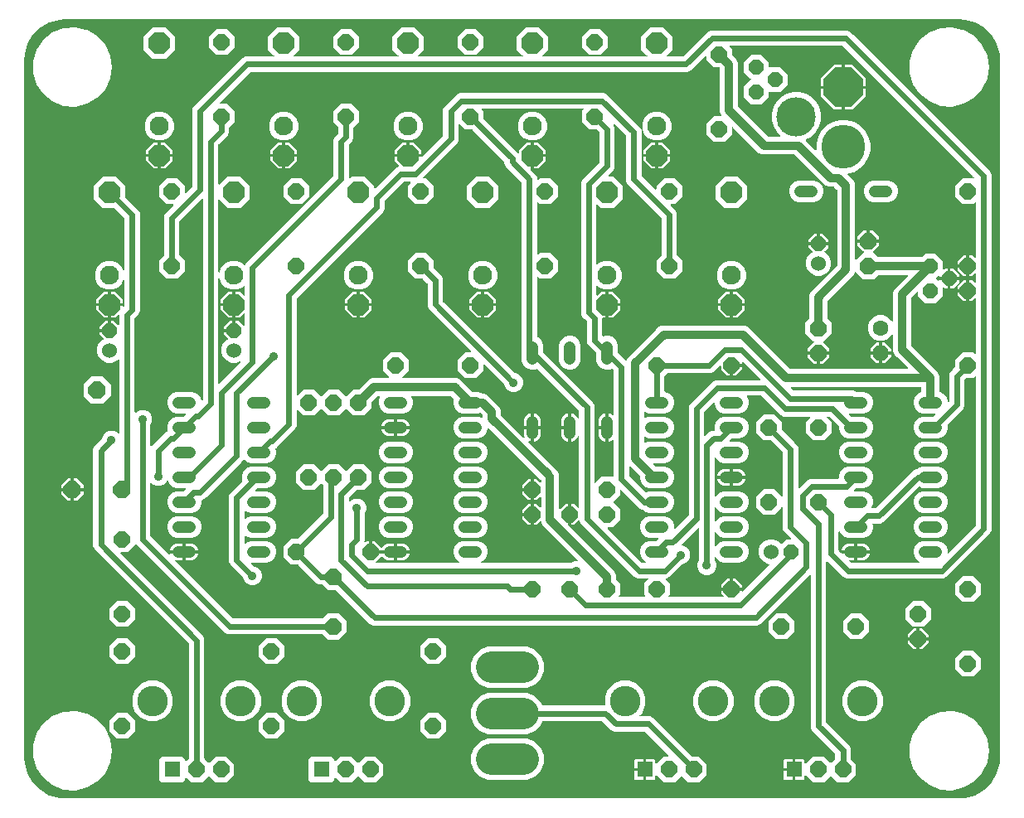
<source format=gbr>
G04 EAGLE Gerber RS-274X export*
G75*
%MOMM*%
%FSLAX34Y34*%
%LPD*%
%INBottom Copper*%
%IPPOS*%
%AMOC8*
5,1,8,0,0,1.08239X$1,22.5*%
G01*
%ADD10P,1.649562X8X112.500000*%
%ADD11C,1.524000*%
%ADD12P,1.814519X8X112.500000*%
%ADD13P,1.814519X8X292.500000*%
%ADD14P,1.732040X8X292.500000*%
%ADD15C,1.600200*%
%ADD16P,1.649562X8X22.500000*%
%ADD17C,1.219200*%
%ADD18P,1.649562X8X292.500000*%
%ADD19C,4.470400*%
%ADD20P,4.398833X8X22.500000*%
%ADD21C,4.013200*%
%ADD22P,1.759533X8X292.500000*%
%ADD23P,1.759533X8X112.500000*%
%ADD24P,1.759533X8X22.500000*%
%ADD25P,1.924489X8X22.500000*%
%ADD26P,1.759533X8X202.500000*%
%ADD27C,3.200400*%
%ADD28P,2.364373X8X22.500000*%
%ADD29C,1.930400*%
%ADD30R,1.650000X1.650000*%
%ADD31P,1.785944X8X292.500000*%
%ADD32C,3.116000*%
%ADD33C,0.558800*%
%ADD34C,0.900000*%
%ADD35C,0.812800*%

G36*
X956839Y1909D02*
X956839Y1909D01*
X956870Y1907D01*
X962158Y2254D01*
X962181Y2259D01*
X962305Y2278D01*
X972521Y5016D01*
X972535Y5022D01*
X972551Y5024D01*
X972704Y5092D01*
X981863Y10380D01*
X981876Y10390D01*
X981890Y10396D01*
X981925Y10424D01*
X981945Y10434D01*
X981965Y10456D01*
X982021Y10501D01*
X989499Y17979D01*
X989509Y17992D01*
X989521Y18001D01*
X989620Y18137D01*
X994908Y27296D01*
X994914Y27310D01*
X994923Y27323D01*
X994984Y27479D01*
X997722Y37695D01*
X997724Y37719D01*
X997746Y37842D01*
X998093Y43130D01*
X998091Y43149D01*
X998094Y43180D01*
X998094Y756820D01*
X998091Y756839D01*
X998093Y756870D01*
X997746Y762158D01*
X997741Y762181D01*
X997722Y762305D01*
X994984Y772521D01*
X994978Y772535D01*
X994976Y772551D01*
X994908Y772704D01*
X989620Y781863D01*
X989610Y781876D01*
X989604Y781890D01*
X989499Y782021D01*
X982021Y789499D01*
X982008Y789509D01*
X981999Y789521D01*
X981863Y789620D01*
X972704Y794908D01*
X972690Y794914D01*
X972677Y794923D01*
X972521Y794984D01*
X962305Y797722D01*
X962281Y797724D01*
X962158Y797746D01*
X956870Y798093D01*
X956851Y798091D01*
X956820Y798094D01*
X43180Y798094D01*
X43161Y798091D01*
X43130Y798093D01*
X37842Y797746D01*
X37819Y797741D01*
X37695Y797722D01*
X27479Y794984D01*
X27465Y794978D01*
X27449Y794976D01*
X27296Y794908D01*
X18137Y789620D01*
X18124Y789610D01*
X18110Y789604D01*
X17979Y789499D01*
X10501Y782021D01*
X10491Y782008D01*
X10479Y781999D01*
X10380Y781863D01*
X5092Y772704D01*
X5086Y772690D01*
X5077Y772677D01*
X5023Y772541D01*
X5018Y772529D01*
X5017Y772525D01*
X5016Y772521D01*
X2278Y762305D01*
X2276Y762281D01*
X2254Y762158D01*
X1907Y756870D01*
X1909Y756851D01*
X1906Y756820D01*
X1906Y43180D01*
X1909Y43162D01*
X1907Y43130D01*
X2254Y37842D01*
X2259Y37819D01*
X2278Y37695D01*
X5016Y27479D01*
X5022Y27465D01*
X5024Y27449D01*
X5092Y27296D01*
X10380Y18137D01*
X10390Y18124D01*
X10396Y18110D01*
X10501Y17979D01*
X17979Y10501D01*
X17992Y10491D01*
X18001Y10479D01*
X18107Y10401D01*
X18120Y10390D01*
X18125Y10388D01*
X18137Y10380D01*
X27296Y5092D01*
X27310Y5086D01*
X27323Y5077D01*
X27479Y5016D01*
X37695Y2278D01*
X37719Y2276D01*
X37842Y2254D01*
X43130Y1907D01*
X43149Y1909D01*
X43180Y1906D01*
X956820Y1906D01*
X956839Y1909D01*
G37*
%LPC*%
G36*
X142445Y18269D02*
X142445Y18269D01*
X139469Y21245D01*
X139469Y41955D01*
X142445Y44931D01*
X163155Y44931D01*
X166131Y41955D01*
X166131Y40621D01*
X166142Y40550D01*
X166144Y40479D01*
X166162Y40430D01*
X166170Y40378D01*
X166204Y40315D01*
X166229Y40248D01*
X166261Y40207D01*
X166286Y40161D01*
X166338Y40112D01*
X166382Y40056D01*
X166426Y40027D01*
X166464Y39992D01*
X166529Y39961D01*
X166589Y39923D01*
X166640Y39910D01*
X166687Y39888D01*
X166758Y39880D01*
X166828Y39862D01*
X166880Y39867D01*
X166931Y39861D01*
X167002Y39876D01*
X167073Y39882D01*
X167121Y39902D01*
X167172Y39913D01*
X167233Y39950D01*
X167299Y39978D01*
X167355Y40023D01*
X167383Y40039D01*
X167398Y40057D01*
X167430Y40083D01*
X169702Y42355D01*
X169755Y42429D01*
X169815Y42498D01*
X169827Y42528D01*
X169846Y42555D01*
X169873Y42642D01*
X169907Y42726D01*
X169911Y42767D01*
X169918Y42790D01*
X169917Y42822D01*
X169925Y42893D01*
X169925Y159999D01*
X169911Y160089D01*
X169903Y160180D01*
X169891Y160210D01*
X169886Y160242D01*
X169843Y160322D01*
X169807Y160406D01*
X169781Y160438D01*
X169770Y160459D01*
X169747Y160481D01*
X169702Y160537D01*
X73334Y256905D01*
X72135Y259800D01*
X72135Y358944D01*
X73334Y361839D01*
X80874Y369379D01*
X80927Y369453D01*
X80987Y369522D01*
X80999Y369552D01*
X81018Y369579D01*
X81045Y369666D01*
X81079Y369750D01*
X81083Y369791D01*
X81090Y369814D01*
X81089Y369846D01*
X81097Y369917D01*
X81097Y369952D01*
X82556Y373473D01*
X85251Y376168D01*
X88772Y377627D01*
X92584Y377627D01*
X96105Y376168D01*
X97506Y374767D01*
X97564Y374726D01*
X97616Y374676D01*
X97663Y374654D01*
X97705Y374624D01*
X97774Y374603D01*
X97839Y374573D01*
X97891Y374567D01*
X97941Y374552D01*
X98012Y374553D01*
X98083Y374546D01*
X98134Y374557D01*
X98186Y374558D01*
X98254Y374583D01*
X98324Y374598D01*
X98369Y374624D01*
X98417Y374642D01*
X98473Y374687D01*
X98535Y374724D01*
X98569Y374764D01*
X98609Y374796D01*
X98648Y374856D01*
X98695Y374911D01*
X98714Y374959D01*
X98742Y375003D01*
X98760Y375072D01*
X98787Y375139D01*
X98795Y375210D01*
X98803Y375242D01*
X98801Y375265D01*
X98805Y375306D01*
X98805Y449846D01*
X98794Y449917D01*
X98792Y449988D01*
X98774Y450037D01*
X98766Y450089D01*
X98732Y450152D01*
X98707Y450219D01*
X98675Y450260D01*
X98650Y450306D01*
X98598Y450355D01*
X98554Y450411D01*
X98510Y450440D01*
X98472Y450475D01*
X98407Y450506D01*
X98347Y450544D01*
X98296Y450557D01*
X98249Y450579D01*
X98178Y450587D01*
X98108Y450604D01*
X98056Y450600D01*
X98005Y450606D01*
X97934Y450591D01*
X97863Y450585D01*
X97815Y450565D01*
X97764Y450554D01*
X97703Y450517D01*
X97637Y450489D01*
X97581Y450444D01*
X97553Y450428D01*
X97538Y450410D01*
X97506Y450384D01*
X96094Y448973D01*
X91426Y447039D01*
X86374Y447039D01*
X81706Y448973D01*
X78133Y452546D01*
X76199Y457214D01*
X76199Y462266D01*
X78133Y466934D01*
X81706Y470507D01*
X82334Y470768D01*
X82374Y470792D01*
X82417Y470808D01*
X82477Y470856D01*
X82543Y470897D01*
X82573Y470933D01*
X82609Y470961D01*
X82651Y471027D01*
X82700Y471087D01*
X82717Y471130D01*
X82742Y471168D01*
X82761Y471244D01*
X82788Y471316D01*
X82790Y471362D01*
X82802Y471407D01*
X82796Y471484D01*
X82799Y471562D01*
X82786Y471606D01*
X82783Y471652D01*
X82752Y471723D01*
X82730Y471798D01*
X82704Y471836D01*
X82686Y471878D01*
X82601Y471985D01*
X82590Y472000D01*
X82586Y472003D01*
X82581Y472009D01*
X78739Y475851D01*
X78739Y478537D01*
X88138Y478537D01*
X88158Y478540D01*
X88177Y478538D01*
X88279Y478560D01*
X88381Y478577D01*
X88398Y478586D01*
X88418Y478590D01*
X88507Y478643D01*
X88598Y478692D01*
X88612Y478706D01*
X88629Y478716D01*
X88696Y478795D01*
X88767Y478870D01*
X88776Y478888D01*
X88789Y478903D01*
X88827Y478999D01*
X88871Y479093D01*
X88873Y479113D01*
X88881Y479131D01*
X88899Y479298D01*
X88899Y480061D01*
X89662Y480061D01*
X89682Y480064D01*
X89701Y480062D01*
X89803Y480084D01*
X89905Y480101D01*
X89922Y480110D01*
X89942Y480114D01*
X90031Y480167D01*
X90122Y480216D01*
X90136Y480230D01*
X90153Y480240D01*
X90220Y480319D01*
X90291Y480394D01*
X90300Y480412D01*
X90313Y480427D01*
X90352Y480523D01*
X90395Y480617D01*
X90397Y480637D01*
X90405Y480655D01*
X90423Y480822D01*
X90423Y490221D01*
X93109Y490221D01*
X97506Y485824D01*
X97564Y485782D01*
X97616Y485732D01*
X97663Y485711D01*
X97705Y485680D01*
X97774Y485659D01*
X97839Y485629D01*
X97891Y485623D01*
X97941Y485608D01*
X98012Y485610D01*
X98083Y485602D01*
X98134Y485613D01*
X98186Y485614D01*
X98254Y485639D01*
X98324Y485654D01*
X98369Y485681D01*
X98417Y485699D01*
X98473Y485743D01*
X98535Y485780D01*
X98569Y485820D01*
X98609Y485852D01*
X98648Y485913D01*
X98695Y485967D01*
X98714Y486015D01*
X98742Y486059D01*
X98760Y486129D01*
X98787Y486195D01*
X98795Y486267D01*
X98803Y486298D01*
X98801Y486321D01*
X98805Y486362D01*
X98805Y495528D01*
X98794Y495599D01*
X98792Y495671D01*
X98774Y495720D01*
X98766Y495771D01*
X98732Y495834D01*
X98707Y495902D01*
X98675Y495942D01*
X98650Y495988D01*
X98598Y496038D01*
X98554Y496094D01*
X98510Y496122D01*
X98472Y496158D01*
X98407Y496188D01*
X98347Y496227D01*
X98296Y496239D01*
X98249Y496261D01*
X98178Y496269D01*
X98108Y496287D01*
X98056Y496283D01*
X98005Y496289D01*
X97934Y496273D01*
X97863Y496268D01*
X97815Y496247D01*
X97764Y496236D01*
X97703Y496199D01*
X97637Y496171D01*
X97581Y496127D01*
X97553Y496110D01*
X97538Y496092D01*
X97506Y496067D01*
X94476Y493037D01*
X90423Y493037D01*
X90423Y504977D01*
X102363Y504977D01*
X102363Y504719D01*
X102374Y504648D01*
X102376Y504577D01*
X102394Y504528D01*
X102402Y504476D01*
X102436Y504413D01*
X102461Y504346D01*
X102493Y504305D01*
X102518Y504259D01*
X102569Y504210D01*
X102614Y504154D01*
X102658Y504125D01*
X102696Y504090D01*
X102761Y504059D01*
X102821Y504021D01*
X102872Y504008D01*
X102919Y503986D01*
X102990Y503978D01*
X103060Y503961D01*
X103112Y503965D01*
X103163Y503959D01*
X103234Y503974D01*
X103305Y503980D01*
X103353Y504000D01*
X103404Y504011D01*
X103465Y504048D01*
X103531Y504076D01*
X103587Y504121D01*
X103615Y504137D01*
X103630Y504155D01*
X103662Y504181D01*
X103916Y504435D01*
X103969Y504509D01*
X104029Y504578D01*
X104041Y504608D01*
X104060Y504635D01*
X104087Y504722D01*
X104121Y504806D01*
X104125Y504847D01*
X104132Y504870D01*
X104131Y504902D01*
X104139Y504973D01*
X104139Y530965D01*
X104124Y531061D01*
X104114Y531158D01*
X104104Y531182D01*
X104100Y531208D01*
X104054Y531294D01*
X104014Y531383D01*
X103997Y531402D01*
X103984Y531425D01*
X103914Y531493D01*
X103848Y531564D01*
X103825Y531577D01*
X103806Y531595D01*
X103718Y531636D01*
X103632Y531683D01*
X103607Y531687D01*
X103583Y531698D01*
X103486Y531709D01*
X103390Y531727D01*
X103364Y531723D01*
X103339Y531726D01*
X103243Y531705D01*
X103147Y531691D01*
X103124Y531679D01*
X103098Y531673D01*
X103015Y531623D01*
X102928Y531579D01*
X102909Y531561D01*
X102887Y531547D01*
X102824Y531473D01*
X102756Y531404D01*
X102740Y531375D01*
X102727Y531360D01*
X102715Y531330D01*
X102675Y531257D01*
X101390Y528155D01*
X97245Y524010D01*
X91831Y521767D01*
X85969Y521767D01*
X80555Y524010D01*
X76410Y528155D01*
X74167Y533569D01*
X74167Y539431D01*
X76410Y544845D01*
X80555Y548990D01*
X85969Y551233D01*
X91831Y551233D01*
X97245Y548990D01*
X101390Y544845D01*
X102675Y541743D01*
X102726Y541660D01*
X102772Y541575D01*
X102790Y541557D01*
X102804Y541534D01*
X102880Y541472D01*
X102950Y541405D01*
X102974Y541394D01*
X102994Y541377D01*
X103085Y541343D01*
X103173Y541302D01*
X103199Y541299D01*
X103223Y541289D01*
X103321Y541285D01*
X103417Y541274D01*
X103443Y541280D01*
X103469Y541279D01*
X103563Y541306D01*
X103658Y541327D01*
X103680Y541340D01*
X103705Y541347D01*
X103785Y541403D01*
X103869Y541453D01*
X103886Y541473D01*
X103907Y541488D01*
X103966Y541566D01*
X104029Y541640D01*
X104039Y541664D01*
X104054Y541685D01*
X104084Y541778D01*
X104121Y541868D01*
X104124Y541900D01*
X104130Y541919D01*
X104130Y541952D01*
X104139Y542035D01*
X104139Y594809D01*
X104125Y594899D01*
X104117Y594990D01*
X104105Y595020D01*
X104100Y595052D01*
X104057Y595132D01*
X104021Y595216D01*
X103995Y595248D01*
X103984Y595269D01*
X103961Y595291D01*
X103916Y595347D01*
X93989Y605274D01*
X93915Y605327D01*
X93846Y605387D01*
X93816Y605399D01*
X93789Y605418D01*
X93702Y605445D01*
X93618Y605479D01*
X93577Y605483D01*
X93554Y605490D01*
X93522Y605489D01*
X93451Y605497D01*
X82271Y605497D01*
X72897Y614871D01*
X72897Y628129D01*
X82271Y637503D01*
X95529Y637503D01*
X104903Y628129D01*
X104903Y616949D01*
X104917Y616859D01*
X104925Y616768D01*
X104937Y616738D01*
X104942Y616706D01*
X104985Y616626D01*
X105021Y616542D01*
X105047Y616510D01*
X105058Y616489D01*
X105081Y616467D01*
X105126Y616411D01*
X118690Y602847D01*
X119889Y599952D01*
X119889Y499830D01*
X118690Y496935D01*
X116368Y494613D01*
X114778Y493023D01*
X114725Y492949D01*
X114665Y492880D01*
X114653Y492850D01*
X114634Y492823D01*
X114607Y492736D01*
X114573Y492652D01*
X114569Y492611D01*
X114562Y492588D01*
X114563Y492556D01*
X114555Y492485D01*
X114555Y396642D01*
X114566Y396571D01*
X114568Y396499D01*
X114586Y396450D01*
X114594Y396399D01*
X114628Y396336D01*
X114653Y396268D01*
X114685Y396228D01*
X114710Y396182D01*
X114762Y396132D01*
X114806Y396076D01*
X114850Y396048D01*
X114888Y396012D01*
X114953Y395982D01*
X115013Y395943D01*
X115064Y395931D01*
X115111Y395909D01*
X115182Y395901D01*
X115252Y395883D01*
X115304Y395887D01*
X115355Y395882D01*
X115426Y395897D01*
X115497Y395902D01*
X115545Y395923D01*
X115596Y395934D01*
X115657Y395971D01*
X115723Y395999D01*
X115779Y396043D01*
X115807Y396060D01*
X115822Y396078D01*
X115854Y396103D01*
X117255Y397504D01*
X120776Y398963D01*
X124588Y398963D01*
X128109Y397504D01*
X130804Y394809D01*
X132263Y391288D01*
X132263Y387476D01*
X130804Y383955D01*
X130780Y383930D01*
X130727Y383857D01*
X130667Y383787D01*
X130655Y383757D01*
X130636Y383731D01*
X130609Y383644D01*
X130575Y383559D01*
X130571Y383518D01*
X130564Y383496D01*
X130565Y383463D01*
X130557Y383392D01*
X130557Y362162D01*
X130572Y362066D01*
X130582Y361968D01*
X130592Y361945D01*
X130596Y361919D01*
X130642Y361833D01*
X130682Y361744D01*
X130699Y361725D01*
X130712Y361702D01*
X130782Y361635D01*
X130848Y361563D01*
X130871Y361550D01*
X130890Y361532D01*
X130978Y361491D01*
X131064Y361444D01*
X131089Y361440D01*
X131113Y361429D01*
X131210Y361418D01*
X131306Y361401D01*
X131332Y361404D01*
X131357Y361401D01*
X131453Y361422D01*
X131549Y361436D01*
X131572Y361448D01*
X131598Y361454D01*
X131682Y361504D01*
X131768Y361548D01*
X131787Y361567D01*
X131809Y361580D01*
X131872Y361654D01*
X131941Y361724D01*
X131956Y361752D01*
X131969Y361767D01*
X131981Y361798D01*
X131999Y361829D01*
X144220Y374051D01*
X146542Y376373D01*
X147786Y376888D01*
X147803Y376898D01*
X147822Y376904D01*
X147907Y376963D01*
X147995Y377018D01*
X148007Y377033D01*
X148024Y377044D01*
X148085Y377127D01*
X148152Y377207D01*
X148159Y377226D01*
X148171Y377242D01*
X148203Y377340D01*
X148240Y377437D01*
X148241Y377456D01*
X148247Y377475D01*
X148246Y377579D01*
X148250Y377682D01*
X148245Y377702D01*
X148244Y377721D01*
X148198Y377883D01*
X147827Y378777D01*
X147827Y383223D01*
X149529Y387331D01*
X152673Y390475D01*
X156781Y392177D01*
X164825Y392177D01*
X164915Y392191D01*
X165006Y392199D01*
X165036Y392211D01*
X165068Y392216D01*
X165148Y392259D01*
X165232Y392295D01*
X165264Y392321D01*
X165285Y392332D01*
X165307Y392355D01*
X165363Y392400D01*
X166887Y393924D01*
X166929Y393982D01*
X166978Y394034D01*
X167000Y394081D01*
X167031Y394123D01*
X167052Y394192D01*
X167082Y394257D01*
X167088Y394309D01*
X167103Y394359D01*
X167101Y394430D01*
X167109Y394501D01*
X167098Y394552D01*
X167097Y394604D01*
X167072Y394672D01*
X167057Y394742D01*
X167030Y394787D01*
X167012Y394835D01*
X166967Y394891D01*
X166931Y394953D01*
X166891Y394987D01*
X166859Y395027D01*
X166798Y395066D01*
X166744Y395113D01*
X166695Y395132D01*
X166652Y395160D01*
X166582Y395178D01*
X166516Y395205D01*
X166444Y395213D01*
X166413Y395221D01*
X166390Y395219D01*
X166349Y395223D01*
X156781Y395223D01*
X152673Y396925D01*
X149529Y400069D01*
X147827Y404177D01*
X147827Y408623D01*
X149529Y412731D01*
X152673Y415875D01*
X156781Y417577D01*
X173419Y417577D01*
X177527Y415875D01*
X180671Y412731D01*
X182385Y408593D01*
X182386Y408565D01*
X182404Y408516D01*
X182412Y408464D01*
X182446Y408401D01*
X182471Y408334D01*
X182503Y408293D01*
X182528Y408247D01*
X182579Y408198D01*
X182624Y408142D01*
X182668Y408113D01*
X182706Y408078D01*
X182771Y408047D01*
X182831Y408009D01*
X182882Y407996D01*
X182929Y407974D01*
X183000Y407966D01*
X183070Y407949D01*
X183122Y407953D01*
X183173Y407947D01*
X183244Y407962D01*
X183315Y407968D01*
X183363Y407988D01*
X183414Y407999D01*
X183475Y408036D01*
X183541Y408064D01*
X183597Y408109D01*
X183625Y408125D01*
X183640Y408143D01*
X183672Y408169D01*
X183926Y408423D01*
X183979Y408497D01*
X184039Y408566D01*
X184051Y408596D01*
X184070Y408623D01*
X184097Y408710D01*
X184131Y408794D01*
X184135Y408835D01*
X184142Y408858D01*
X184141Y408890D01*
X184149Y408961D01*
X184149Y613897D01*
X184138Y613968D01*
X184136Y614039D01*
X184118Y614088D01*
X184110Y614140D01*
X184076Y614203D01*
X184051Y614270D01*
X184019Y614311D01*
X183994Y614357D01*
X183942Y614406D01*
X183898Y614462D01*
X183854Y614491D01*
X183816Y614526D01*
X183751Y614557D01*
X183691Y614595D01*
X183640Y614608D01*
X183593Y614630D01*
X183522Y614638D01*
X183452Y614655D01*
X183400Y614651D01*
X183349Y614657D01*
X183278Y614642D01*
X183207Y614636D01*
X183159Y614616D01*
X183108Y614605D01*
X183047Y614568D01*
X182981Y614540D01*
X182925Y614495D01*
X182897Y614479D01*
X182882Y614461D01*
X182850Y614435D01*
X160498Y592083D01*
X160445Y592009D01*
X160385Y591940D01*
X160373Y591910D01*
X160354Y591883D01*
X160327Y591796D01*
X160293Y591712D01*
X160289Y591671D01*
X160282Y591648D01*
X160283Y591616D01*
X160275Y591545D01*
X160275Y557221D01*
X160289Y557130D01*
X160297Y557040D01*
X160309Y557010D01*
X160314Y556978D01*
X160357Y556897D01*
X160393Y556813D01*
X160419Y556781D01*
X160430Y556760D01*
X160453Y556738D01*
X160498Y556682D01*
X165609Y551571D01*
X165609Y540629D01*
X157871Y532891D01*
X146929Y532891D01*
X139191Y540629D01*
X139191Y551571D01*
X144302Y556682D01*
X144355Y556756D01*
X144415Y556826D01*
X144427Y556856D01*
X144446Y556882D01*
X144473Y556969D01*
X144507Y557054D01*
X144511Y557095D01*
X144518Y557117D01*
X144517Y557149D01*
X144525Y557221D01*
X144525Y596688D01*
X145724Y599583D01*
X153933Y607792D01*
X153975Y607850D01*
X154024Y607902D01*
X154046Y607949D01*
X154077Y607991D01*
X154098Y608060D01*
X154128Y608125D01*
X154134Y608177D01*
X154149Y608227D01*
X154147Y608298D01*
X154155Y608369D01*
X154144Y608420D01*
X154143Y608472D01*
X154118Y608540D01*
X154103Y608610D01*
X154076Y608655D01*
X154058Y608703D01*
X154013Y608759D01*
X153977Y608821D01*
X153937Y608855D01*
X153905Y608895D01*
X153844Y608934D01*
X153790Y608981D01*
X153741Y609000D01*
X153698Y609028D01*
X153628Y609046D01*
X153562Y609073D01*
X153490Y609081D01*
X153459Y609089D01*
X153436Y609087D01*
X153395Y609091D01*
X146929Y609091D01*
X139191Y616829D01*
X139191Y627771D01*
X146929Y635509D01*
X157871Y635509D01*
X165609Y627771D01*
X165609Y621305D01*
X165620Y621234D01*
X165622Y621163D01*
X165640Y621114D01*
X165648Y621062D01*
X165682Y620999D01*
X165707Y620932D01*
X165739Y620891D01*
X165764Y620845D01*
X165816Y620796D01*
X165860Y620740D01*
X165904Y620711D01*
X165942Y620676D01*
X166007Y620645D01*
X166067Y620607D01*
X166118Y620594D01*
X166165Y620572D01*
X166236Y620564D01*
X166306Y620547D01*
X166358Y620551D01*
X166409Y620545D01*
X166480Y620560D01*
X166551Y620566D01*
X166599Y620586D01*
X166650Y620597D01*
X166711Y620634D01*
X166777Y620662D01*
X166833Y620707D01*
X166861Y620723D01*
X166876Y620741D01*
X166908Y620767D01*
X173258Y627117D01*
X173300Y627175D01*
X173348Y627225D01*
X173356Y627243D01*
X173371Y627260D01*
X173383Y627290D01*
X173402Y627317D01*
X173425Y627391D01*
X173451Y627448D01*
X173453Y627464D01*
X173463Y627488D01*
X173467Y627529D01*
X173474Y627552D01*
X173473Y627584D01*
X173481Y627655D01*
X173481Y705654D01*
X174680Y708549D01*
X224901Y758770D01*
X227796Y759969D01*
X256162Y759969D01*
X256233Y759980D01*
X256305Y759982D01*
X256354Y760000D01*
X256405Y760008D01*
X256468Y760042D01*
X256536Y760067D01*
X256576Y760099D01*
X256622Y760124D01*
X256672Y760176D01*
X256728Y760220D01*
X256756Y760264D01*
X256792Y760302D01*
X256822Y760367D01*
X256861Y760427D01*
X256873Y760478D01*
X256895Y760525D01*
X256903Y760596D01*
X256921Y760666D01*
X256917Y760718D01*
X256922Y760769D01*
X256907Y760840D01*
X256902Y760911D01*
X256881Y760959D01*
X256870Y761010D01*
X256833Y761071D01*
X256805Y761137D01*
X256761Y761193D01*
X256744Y761221D01*
X256726Y761236D01*
X256700Y761268D01*
X250697Y767271D01*
X250697Y780529D01*
X260071Y789903D01*
X273329Y789903D01*
X282703Y780529D01*
X282703Y767271D01*
X276700Y761268D01*
X276658Y761210D01*
X276608Y761158D01*
X276586Y761111D01*
X276556Y761069D01*
X276535Y761000D01*
X276505Y760935D01*
X276499Y760883D01*
X276484Y760833D01*
X276485Y760762D01*
X276478Y760691D01*
X276489Y760640D01*
X276490Y760588D01*
X276515Y760520D01*
X276530Y760450D01*
X276557Y760405D01*
X276574Y760357D01*
X276619Y760301D01*
X276656Y760239D01*
X276696Y760205D01*
X276728Y760165D01*
X276788Y760126D01*
X276843Y760079D01*
X276891Y760060D01*
X276935Y760032D01*
X277005Y760014D01*
X277071Y759987D01*
X277142Y759979D01*
X277174Y759971D01*
X277197Y759973D01*
X277238Y759969D01*
X383162Y759969D01*
X383233Y759980D01*
X383305Y759982D01*
X383354Y760000D01*
X383405Y760008D01*
X383468Y760042D01*
X383536Y760067D01*
X383576Y760099D01*
X383622Y760124D01*
X383672Y760176D01*
X383728Y760220D01*
X383756Y760264D01*
X383792Y760302D01*
X383822Y760367D01*
X383861Y760427D01*
X383873Y760478D01*
X383895Y760525D01*
X383903Y760596D01*
X383921Y760666D01*
X383917Y760718D01*
X383922Y760769D01*
X383907Y760840D01*
X383902Y760911D01*
X383881Y760959D01*
X383870Y761010D01*
X383833Y761071D01*
X383805Y761137D01*
X383761Y761193D01*
X383744Y761221D01*
X383726Y761236D01*
X383700Y761268D01*
X377697Y767271D01*
X377697Y780529D01*
X387071Y789903D01*
X400329Y789903D01*
X409703Y780529D01*
X409703Y767271D01*
X403700Y761268D01*
X403658Y761210D01*
X403608Y761158D01*
X403586Y761111D01*
X403556Y761069D01*
X403535Y761000D01*
X403505Y760935D01*
X403499Y760883D01*
X403484Y760833D01*
X403485Y760762D01*
X403478Y760691D01*
X403489Y760640D01*
X403490Y760588D01*
X403515Y760520D01*
X403530Y760450D01*
X403557Y760405D01*
X403574Y760357D01*
X403619Y760301D01*
X403656Y760239D01*
X403696Y760205D01*
X403728Y760165D01*
X403788Y760126D01*
X403843Y760079D01*
X403891Y760060D01*
X403935Y760032D01*
X404005Y760014D01*
X404071Y759987D01*
X404142Y759979D01*
X404174Y759971D01*
X404197Y759973D01*
X404238Y759969D01*
X510162Y759969D01*
X510233Y759980D01*
X510305Y759982D01*
X510354Y760000D01*
X510405Y760008D01*
X510468Y760042D01*
X510536Y760067D01*
X510576Y760099D01*
X510622Y760124D01*
X510672Y760176D01*
X510728Y760220D01*
X510756Y760264D01*
X510792Y760302D01*
X510822Y760367D01*
X510861Y760427D01*
X510873Y760478D01*
X510895Y760525D01*
X510903Y760596D01*
X510921Y760666D01*
X510917Y760718D01*
X510922Y760769D01*
X510907Y760840D01*
X510902Y760911D01*
X510881Y760959D01*
X510870Y761010D01*
X510833Y761071D01*
X510805Y761137D01*
X510761Y761193D01*
X510744Y761221D01*
X510726Y761236D01*
X510700Y761268D01*
X504697Y767271D01*
X504697Y780529D01*
X514071Y789903D01*
X527329Y789903D01*
X536703Y780529D01*
X536703Y767271D01*
X530700Y761268D01*
X530658Y761210D01*
X530608Y761158D01*
X530586Y761111D01*
X530556Y761069D01*
X530535Y761000D01*
X530505Y760935D01*
X530499Y760883D01*
X530484Y760833D01*
X530485Y760762D01*
X530478Y760691D01*
X530489Y760640D01*
X530490Y760588D01*
X530515Y760520D01*
X530530Y760450D01*
X530557Y760405D01*
X530574Y760357D01*
X530619Y760301D01*
X530656Y760239D01*
X530696Y760205D01*
X530728Y760165D01*
X530788Y760126D01*
X530843Y760079D01*
X530891Y760060D01*
X530935Y760032D01*
X531005Y760014D01*
X531071Y759987D01*
X531142Y759979D01*
X531174Y759971D01*
X531197Y759973D01*
X531238Y759969D01*
X637162Y759969D01*
X637233Y759980D01*
X637305Y759982D01*
X637354Y760000D01*
X637405Y760008D01*
X637468Y760042D01*
X637536Y760067D01*
X637576Y760099D01*
X637622Y760124D01*
X637672Y760176D01*
X637728Y760220D01*
X637756Y760264D01*
X637792Y760302D01*
X637822Y760367D01*
X637861Y760427D01*
X637873Y760478D01*
X637895Y760525D01*
X637903Y760596D01*
X637921Y760666D01*
X637917Y760718D01*
X637922Y760769D01*
X637907Y760840D01*
X637902Y760911D01*
X637881Y760959D01*
X637870Y761010D01*
X637833Y761071D01*
X637805Y761137D01*
X637761Y761193D01*
X637744Y761221D01*
X637726Y761236D01*
X637700Y761268D01*
X631697Y767271D01*
X631697Y780529D01*
X641071Y789903D01*
X654329Y789903D01*
X663703Y780529D01*
X663703Y767271D01*
X657700Y761268D01*
X657658Y761210D01*
X657608Y761158D01*
X657586Y761111D01*
X657556Y761069D01*
X657535Y761000D01*
X657505Y760935D01*
X657499Y760883D01*
X657484Y760833D01*
X657485Y760762D01*
X657478Y760691D01*
X657489Y760640D01*
X657490Y760588D01*
X657515Y760520D01*
X657530Y760450D01*
X657557Y760405D01*
X657574Y760357D01*
X657619Y760301D01*
X657656Y760239D01*
X657696Y760205D01*
X657728Y760165D01*
X657788Y760126D01*
X657843Y760079D01*
X657891Y760060D01*
X657935Y760032D01*
X658005Y760014D01*
X658071Y759987D01*
X658142Y759979D01*
X658174Y759971D01*
X658197Y759973D01*
X658238Y759969D01*
X673841Y759969D01*
X673931Y759983D01*
X674022Y759991D01*
X674052Y760003D01*
X674084Y760008D01*
X674164Y760051D01*
X674248Y760087D01*
X674280Y760113D01*
X674301Y760124D01*
X674323Y760147D01*
X674379Y760192D01*
X699627Y785440D01*
X702522Y786639D01*
X842075Y786639D01*
X844969Y785440D01*
X847291Y783118D01*
X985810Y644599D01*
X988132Y642277D01*
X989331Y639383D01*
X989331Y275802D01*
X988132Y272907D01*
X943245Y228020D01*
X940350Y226821D01*
X841206Y226821D01*
X838311Y228020D01*
X835989Y230342D01*
X821974Y244357D01*
X821916Y244399D01*
X821864Y244448D01*
X821817Y244470D01*
X821775Y244501D01*
X821706Y244522D01*
X821641Y244552D01*
X821589Y244558D01*
X821539Y244573D01*
X821468Y244571D01*
X821397Y244579D01*
X821346Y244568D01*
X821294Y244567D01*
X821226Y244542D01*
X821156Y244527D01*
X821112Y244500D01*
X821063Y244482D01*
X821007Y244437D01*
X820945Y244401D01*
X820911Y244361D01*
X820871Y244329D01*
X820832Y244268D01*
X820785Y244214D01*
X820766Y244165D01*
X820738Y244122D01*
X820720Y244052D01*
X820693Y243986D01*
X820685Y243914D01*
X820677Y243883D01*
X820679Y243860D01*
X820675Y243819D01*
X820675Y79777D01*
X820689Y79687D01*
X820697Y79596D01*
X820709Y79566D01*
X820714Y79534D01*
X820757Y79454D01*
X820793Y79370D01*
X820819Y79338D01*
X820830Y79317D01*
X820853Y79295D01*
X820898Y79239D01*
X844476Y55661D01*
X845675Y52766D01*
X845675Y42893D01*
X845689Y42803D01*
X845697Y42712D01*
X845709Y42682D01*
X845714Y42650D01*
X845757Y42570D01*
X845793Y42486D01*
X845819Y42454D01*
X845830Y42433D01*
X845853Y42411D01*
X845898Y42355D01*
X851131Y37122D01*
X851131Y26078D01*
X843322Y18269D01*
X832278Y18269D01*
X825838Y24709D01*
X825822Y24721D01*
X825810Y24736D01*
X825722Y24793D01*
X825639Y24853D01*
X825620Y24859D01*
X825603Y24869D01*
X825502Y24895D01*
X825403Y24925D01*
X825384Y24925D01*
X825364Y24929D01*
X825261Y24921D01*
X825158Y24919D01*
X825139Y24912D01*
X825119Y24910D01*
X825024Y24870D01*
X824927Y24834D01*
X824911Y24822D01*
X824893Y24814D01*
X824762Y24709D01*
X818322Y18269D01*
X807278Y18269D01*
X799890Y25657D01*
X799832Y25699D01*
X799780Y25748D01*
X799733Y25770D01*
X799691Y25801D01*
X799622Y25822D01*
X799557Y25852D01*
X799505Y25858D01*
X799455Y25873D01*
X799384Y25871D01*
X799313Y25879D01*
X799262Y25868D01*
X799210Y25867D01*
X799142Y25842D01*
X799072Y25827D01*
X799027Y25800D01*
X798979Y25782D01*
X798923Y25737D01*
X798861Y25701D01*
X798827Y25661D01*
X798787Y25629D01*
X798748Y25568D01*
X798701Y25514D01*
X798682Y25466D01*
X798654Y25422D01*
X798636Y25352D01*
X798609Y25286D01*
X798601Y25214D01*
X798593Y25183D01*
X798595Y25160D01*
X798591Y25119D01*
X798591Y23016D01*
X798418Y22369D01*
X798083Y21790D01*
X797610Y21317D01*
X797031Y20982D01*
X796384Y20809D01*
X789323Y20809D01*
X789323Y30838D01*
X789320Y30856D01*
X789322Y30873D01*
X789322Y30874D01*
X789322Y30877D01*
X789300Y30979D01*
X789283Y31081D01*
X789274Y31098D01*
X789270Y31118D01*
X789217Y31207D01*
X789168Y31298D01*
X789154Y31312D01*
X789144Y31329D01*
X789065Y31396D01*
X788990Y31467D01*
X788972Y31476D01*
X788957Y31489D01*
X788861Y31527D01*
X788767Y31571D01*
X788747Y31573D01*
X788729Y31581D01*
X788562Y31599D01*
X787799Y31599D01*
X787799Y31601D01*
X788562Y31601D01*
X788582Y31604D01*
X788601Y31602D01*
X788703Y31624D01*
X788805Y31641D01*
X788822Y31650D01*
X788842Y31654D01*
X788931Y31707D01*
X789022Y31756D01*
X789036Y31770D01*
X789053Y31780D01*
X789120Y31859D01*
X789191Y31934D01*
X789200Y31952D01*
X789213Y31967D01*
X789252Y32063D01*
X789295Y32157D01*
X789297Y32177D01*
X789305Y32195D01*
X789323Y32362D01*
X789323Y42391D01*
X796384Y42391D01*
X797031Y42218D01*
X797610Y41883D01*
X798083Y41410D01*
X798418Y40831D01*
X798591Y40184D01*
X798591Y38081D01*
X798602Y38010D01*
X798604Y37939D01*
X798622Y37889D01*
X798630Y37838D01*
X798664Y37775D01*
X798689Y37708D01*
X798721Y37667D01*
X798746Y37621D01*
X798798Y37572D01*
X798842Y37516D01*
X798886Y37487D01*
X798924Y37452D01*
X798989Y37421D01*
X799049Y37383D01*
X799100Y37370D01*
X799147Y37348D01*
X799218Y37340D01*
X799288Y37322D01*
X799340Y37327D01*
X799391Y37321D01*
X799462Y37336D01*
X799533Y37342D01*
X799581Y37362D01*
X799632Y37373D01*
X799693Y37410D01*
X799759Y37438D01*
X799815Y37483D01*
X799843Y37499D01*
X799858Y37517D01*
X799890Y37543D01*
X807278Y44931D01*
X818322Y44931D01*
X824762Y38491D01*
X824778Y38479D01*
X824790Y38464D01*
X824878Y38408D01*
X824961Y38347D01*
X824980Y38341D01*
X824997Y38331D01*
X825098Y38305D01*
X825197Y38275D01*
X825216Y38275D01*
X825236Y38271D01*
X825339Y38279D01*
X825442Y38281D01*
X825461Y38288D01*
X825481Y38290D01*
X825576Y38330D01*
X825673Y38366D01*
X825689Y38378D01*
X825707Y38386D01*
X825838Y38491D01*
X829702Y42355D01*
X829755Y42429D01*
X829815Y42498D01*
X829827Y42528D01*
X829846Y42555D01*
X829873Y42641D01*
X829907Y42726D01*
X829911Y42767D01*
X829918Y42790D01*
X829917Y42822D01*
X829925Y42893D01*
X829925Y47623D01*
X829911Y47713D01*
X829903Y47804D01*
X829891Y47834D01*
X829886Y47866D01*
X829843Y47946D01*
X829807Y48030D01*
X829781Y48062D01*
X829770Y48083D01*
X829747Y48105D01*
X829702Y48161D01*
X806124Y71739D01*
X804925Y74634D01*
X804925Y229849D01*
X804914Y229920D01*
X804912Y229991D01*
X804894Y230040D01*
X804886Y230092D01*
X804852Y230155D01*
X804827Y230222D01*
X804795Y230263D01*
X804770Y230309D01*
X804718Y230358D01*
X804674Y230414D01*
X804630Y230443D01*
X804592Y230478D01*
X804527Y230509D01*
X804467Y230547D01*
X804416Y230560D01*
X804369Y230582D01*
X804298Y230590D01*
X804228Y230607D01*
X804176Y230603D01*
X804125Y230609D01*
X804054Y230594D01*
X803983Y230588D01*
X803935Y230568D01*
X803884Y230557D01*
X803823Y230520D01*
X803757Y230492D01*
X803701Y230447D01*
X803673Y230431D01*
X803658Y230413D01*
X803626Y230387D01*
X753253Y180014D01*
X750358Y178815D01*
X357844Y178815D01*
X354949Y180014D01*
X320049Y214914D01*
X319975Y214967D01*
X319906Y215027D01*
X319876Y215039D01*
X319849Y215058D01*
X319762Y215085D01*
X319678Y215119D01*
X319637Y215123D01*
X319614Y215130D01*
X319582Y215129D01*
X319511Y215137D01*
X311924Y215137D01*
X306559Y220502D01*
X306485Y220555D01*
X306415Y220615D01*
X306385Y220627D01*
X306359Y220646D01*
X306272Y220673D01*
X306187Y220707D01*
X306146Y220711D01*
X306124Y220718D01*
X306092Y220717D01*
X306020Y220725D01*
X303234Y220725D01*
X300339Y221924D01*
X281695Y240568D01*
X281621Y240621D01*
X281552Y240681D01*
X281522Y240693D01*
X281495Y240712D01*
X281408Y240739D01*
X281324Y240773D01*
X281283Y240777D01*
X281260Y240784D01*
X281228Y240783D01*
X281157Y240791D01*
X273929Y240791D01*
X266191Y248529D01*
X266191Y259471D01*
X273929Y267209D01*
X281157Y267209D01*
X281247Y267223D01*
X281338Y267231D01*
X281368Y267243D01*
X281400Y267248D01*
X281480Y267291D01*
X281564Y267327D01*
X281596Y267353D01*
X281617Y267364D01*
X281639Y267387D01*
X281695Y267432D01*
X306608Y292345D01*
X306661Y292419D01*
X306721Y292488D01*
X306733Y292518D01*
X306752Y292545D01*
X306779Y292632D01*
X306813Y292716D01*
X306817Y292757D01*
X306824Y292780D01*
X306823Y292812D01*
X306831Y292883D01*
X306831Y321873D01*
X306817Y321964D01*
X306809Y322054D01*
X306797Y322084D01*
X306792Y322116D01*
X306749Y322197D01*
X306713Y322281D01*
X306687Y322313D01*
X306676Y322334D01*
X306653Y322356D01*
X306608Y322412D01*
X305338Y323682D01*
X305322Y323693D01*
X305310Y323709D01*
X305222Y323765D01*
X305139Y323825D01*
X305120Y323831D01*
X305103Y323842D01*
X305002Y323867D01*
X304903Y323898D01*
X304884Y323897D01*
X304864Y323902D01*
X304761Y323894D01*
X304658Y323891D01*
X304639Y323884D01*
X304619Y323883D01*
X304524Y323843D01*
X304427Y323807D01*
X304411Y323794D01*
X304393Y323787D01*
X304262Y323682D01*
X297571Y316991D01*
X286629Y316991D01*
X278891Y324729D01*
X278891Y335671D01*
X286629Y343409D01*
X297571Y343409D01*
X304262Y336718D01*
X304278Y336707D01*
X304290Y336691D01*
X304378Y336635D01*
X304461Y336575D01*
X304480Y336569D01*
X304497Y336558D01*
X304598Y336533D01*
X304697Y336502D01*
X304716Y336503D01*
X304736Y336498D01*
X304839Y336506D01*
X304942Y336509D01*
X304961Y336516D01*
X304981Y336517D01*
X305076Y336557D01*
X305173Y336593D01*
X305189Y336606D01*
X305207Y336613D01*
X305338Y336718D01*
X312029Y343409D01*
X322971Y343409D01*
X329662Y336718D01*
X329678Y336707D01*
X329690Y336691D01*
X329778Y336635D01*
X329861Y336575D01*
X329880Y336569D01*
X329897Y336558D01*
X329998Y336533D01*
X330097Y336502D01*
X330116Y336503D01*
X330136Y336498D01*
X330239Y336506D01*
X330342Y336509D01*
X330361Y336516D01*
X330381Y336517D01*
X330476Y336557D01*
X330573Y336593D01*
X330589Y336606D01*
X330607Y336613D01*
X330738Y336718D01*
X337429Y343409D01*
X348371Y343409D01*
X356109Y335671D01*
X356109Y324729D01*
X348371Y316991D01*
X341143Y316991D01*
X341053Y316977D01*
X340962Y316969D01*
X340932Y316957D01*
X340900Y316952D01*
X340820Y316909D01*
X340736Y316873D01*
X340704Y316847D01*
X340683Y316836D01*
X340661Y316813D01*
X340605Y316768D01*
X333472Y309635D01*
X333419Y309561D01*
X333359Y309492D01*
X333347Y309462D01*
X333328Y309435D01*
X333301Y309348D01*
X333267Y309264D01*
X333263Y309223D01*
X333256Y309200D01*
X333257Y309168D01*
X333249Y309097D01*
X333249Y305964D01*
X333260Y305893D01*
X333262Y305821D01*
X333280Y305772D01*
X333288Y305721D01*
X333322Y305658D01*
X333347Y305590D01*
X333379Y305550D01*
X333404Y305504D01*
X333456Y305454D01*
X333500Y305398D01*
X333544Y305370D01*
X333582Y305334D01*
X333647Y305304D01*
X333707Y305265D01*
X333758Y305253D01*
X333805Y305231D01*
X333876Y305223D01*
X333946Y305205D01*
X333998Y305209D01*
X334049Y305204D01*
X334120Y305219D01*
X334191Y305224D01*
X334239Y305245D01*
X334290Y305256D01*
X334351Y305293D01*
X334417Y305321D01*
X334473Y305365D01*
X334501Y305382D01*
X334516Y305400D01*
X334548Y305425D01*
X335949Y306826D01*
X339470Y308285D01*
X343282Y308285D01*
X346803Y306826D01*
X349498Y304131D01*
X350957Y300610D01*
X350957Y296798D01*
X349498Y293277D01*
X349474Y293252D01*
X349421Y293179D01*
X349361Y293109D01*
X349349Y293079D01*
X349330Y293053D01*
X349303Y292966D01*
X349289Y292930D01*
X349279Y292908D01*
X349278Y292904D01*
X349269Y292881D01*
X349265Y292840D01*
X349258Y292818D01*
X349259Y292785D01*
X349251Y292714D01*
X349251Y265134D01*
X349022Y264581D01*
X349000Y264486D01*
X348971Y264393D01*
X348972Y264367D01*
X348966Y264341D01*
X348975Y264245D01*
X348977Y264147D01*
X348986Y264122D01*
X348989Y264096D01*
X349028Y264008D01*
X349062Y263916D01*
X349078Y263896D01*
X349089Y263872D01*
X349154Y263800D01*
X349215Y263724D01*
X349237Y263710D01*
X349255Y263691D01*
X349340Y263644D01*
X349422Y263591D01*
X349448Y263585D01*
X349471Y263572D01*
X349566Y263555D01*
X349661Y263531D01*
X349687Y263533D01*
X349713Y263528D01*
X349809Y263542D01*
X349906Y263550D01*
X349930Y263560D01*
X349956Y263564D01*
X350043Y263608D01*
X350132Y263646D01*
X350158Y263667D01*
X350175Y263676D01*
X350198Y263699D01*
X350263Y263751D01*
X351181Y264669D01*
X354077Y264669D01*
X354077Y254762D01*
X354080Y254742D01*
X354078Y254723D01*
X354100Y254621D01*
X354117Y254519D01*
X354126Y254502D01*
X354130Y254482D01*
X354183Y254393D01*
X354232Y254302D01*
X354246Y254288D01*
X354256Y254271D01*
X354335Y254204D01*
X354410Y254133D01*
X354428Y254124D01*
X354443Y254111D01*
X354539Y254073D01*
X354633Y254029D01*
X354653Y254027D01*
X354671Y254019D01*
X354838Y254001D01*
X355601Y254001D01*
X355601Y253238D01*
X355604Y253218D01*
X355602Y253199D01*
X355624Y253097D01*
X355641Y252995D01*
X355650Y252978D01*
X355654Y252958D01*
X355707Y252869D01*
X355756Y252778D01*
X355770Y252764D01*
X355780Y252747D01*
X355859Y252680D01*
X355934Y252609D01*
X355952Y252600D01*
X355967Y252587D01*
X356063Y252548D01*
X356157Y252505D01*
X356177Y252503D01*
X356195Y252495D01*
X356362Y252477D01*
X379477Y252477D01*
X379477Y245363D01*
X374053Y245363D01*
X372385Y245695D01*
X370813Y246346D01*
X369398Y247291D01*
X368195Y248494D01*
X367504Y249529D01*
X367439Y249598D01*
X367381Y249672D01*
X367356Y249688D01*
X367336Y249709D01*
X367253Y249754D01*
X367174Y249805D01*
X367145Y249812D01*
X367120Y249826D01*
X367027Y249842D01*
X366935Y249865D01*
X366906Y249863D01*
X366877Y249868D01*
X366784Y249853D01*
X366690Y249846D01*
X366663Y249834D01*
X366634Y249830D01*
X366550Y249786D01*
X366464Y249750D01*
X366435Y249727D01*
X366416Y249717D01*
X366393Y249693D01*
X366333Y249645D01*
X360558Y243870D01*
X360516Y243812D01*
X360467Y243760D01*
X360445Y243713D01*
X360415Y243671D01*
X360394Y243602D01*
X360363Y243537D01*
X360358Y243485D01*
X360342Y243435D01*
X360344Y243364D01*
X360336Y243293D01*
X360347Y243242D01*
X360349Y243190D01*
X360373Y243122D01*
X360388Y243052D01*
X360415Y243008D01*
X360433Y242959D01*
X360478Y242903D01*
X360515Y242841D01*
X360554Y242807D01*
X360587Y242767D01*
X360647Y242728D01*
X360702Y242681D01*
X360750Y242662D01*
X360794Y242634D01*
X360863Y242616D01*
X360930Y242589D01*
X361001Y242581D01*
X361032Y242573D01*
X361055Y242575D01*
X361096Y242571D01*
X445663Y242571D01*
X445759Y242586D01*
X445856Y242596D01*
X445880Y242606D01*
X445906Y242610D01*
X445992Y242656D01*
X446081Y242696D01*
X446100Y242713D01*
X446124Y242726D01*
X446191Y242796D01*
X446262Y242862D01*
X446275Y242885D01*
X446293Y242904D01*
X446334Y242992D01*
X446381Y243078D01*
X446386Y243103D01*
X446397Y243127D01*
X446407Y243224D01*
X446425Y243320D01*
X446421Y243346D01*
X446424Y243371D01*
X446403Y243467D01*
X446389Y243563D01*
X446377Y243586D01*
X446371Y243612D01*
X446321Y243695D01*
X446277Y243782D01*
X446259Y243801D01*
X446245Y243823D01*
X446171Y243886D01*
X446102Y243954D01*
X446073Y243970D01*
X446058Y243983D01*
X446028Y243995D01*
X445955Y244035D01*
X444773Y244525D01*
X441629Y247669D01*
X439927Y251777D01*
X439927Y256223D01*
X441629Y260331D01*
X444773Y263475D01*
X448881Y265177D01*
X465519Y265177D01*
X469627Y263475D01*
X472771Y260331D01*
X474473Y256223D01*
X474473Y251777D01*
X472771Y247669D01*
X469627Y244525D01*
X468445Y244035D01*
X468362Y243984D01*
X468276Y243938D01*
X468259Y243920D01*
X468236Y243906D01*
X468174Y243830D01*
X468107Y243760D01*
X468096Y243736D01*
X468079Y243716D01*
X468044Y243625D01*
X468003Y243537D01*
X468001Y243511D01*
X467991Y243487D01*
X467987Y243389D01*
X467976Y243293D01*
X467982Y243267D01*
X467981Y243241D01*
X468008Y243147D01*
X468029Y243052D01*
X468042Y243030D01*
X468049Y243005D01*
X468105Y242925D01*
X468155Y242841D01*
X468175Y242824D01*
X468190Y242803D01*
X468268Y242744D01*
X468342Y242681D01*
X468366Y242671D01*
X468387Y242656D01*
X468479Y242626D01*
X468570Y242589D01*
X468602Y242586D01*
X468621Y242580D01*
X468654Y242580D01*
X468737Y242571D01*
X559414Y242571D01*
X559504Y242585D01*
X559595Y242593D01*
X559625Y242605D01*
X559657Y242610D01*
X559738Y242653D01*
X559822Y242689D01*
X559854Y242715D01*
X559874Y242726D01*
X559897Y242749D01*
X559952Y242794D01*
X559977Y242818D01*
X563498Y244277D01*
X566453Y244277D01*
X566524Y244288D01*
X566595Y244290D01*
X566644Y244308D01*
X566696Y244316D01*
X566759Y244350D01*
X566826Y244375D01*
X566867Y244407D01*
X566913Y244432D01*
X566962Y244484D01*
X567018Y244528D01*
X567047Y244572D01*
X567082Y244610D01*
X567113Y244675D01*
X567151Y244735D01*
X567164Y244786D01*
X567186Y244833D01*
X567194Y244904D01*
X567211Y244974D01*
X567207Y245026D01*
X567213Y245077D01*
X567198Y245148D01*
X567192Y245219D01*
X567172Y245267D01*
X567161Y245318D01*
X567124Y245379D01*
X567096Y245445D01*
X567051Y245501D01*
X567035Y245529D01*
X567017Y245544D01*
X566991Y245576D01*
X533661Y278906D01*
X530981Y281586D01*
X529746Y284569D01*
X529722Y284608D01*
X529706Y284651D01*
X529657Y284712D01*
X529616Y284778D01*
X529581Y284808D01*
X529552Y284843D01*
X529487Y284886D01*
X529427Y284935D01*
X529384Y284952D01*
X529345Y284976D01*
X529270Y284996D01*
X529197Y285023D01*
X529151Y285025D01*
X529107Y285037D01*
X529029Y285031D01*
X528951Y285034D01*
X528907Y285021D01*
X528861Y285017D01*
X528790Y284987D01*
X528715Y284965D01*
X528677Y284939D01*
X528635Y284921D01*
X528528Y284836D01*
X528513Y284825D01*
X528510Y284821D01*
X528504Y284816D01*
X525119Y281431D01*
X522223Y281431D01*
X522223Y291338D01*
X522220Y291358D01*
X522222Y291377D01*
X522200Y291479D01*
X522183Y291581D01*
X522174Y291598D01*
X522170Y291618D01*
X522117Y291707D01*
X522068Y291798D01*
X522054Y291812D01*
X522044Y291829D01*
X521965Y291896D01*
X521890Y291967D01*
X521872Y291976D01*
X521857Y291989D01*
X521761Y292027D01*
X521667Y292071D01*
X521647Y292073D01*
X521629Y292081D01*
X521462Y292099D01*
X520699Y292099D01*
X520699Y292101D01*
X521462Y292101D01*
X521482Y292104D01*
X521501Y292102D01*
X521603Y292124D01*
X521705Y292141D01*
X521722Y292150D01*
X521742Y292154D01*
X521831Y292207D01*
X521922Y292256D01*
X521936Y292270D01*
X521953Y292280D01*
X522020Y292359D01*
X522091Y292434D01*
X522100Y292452D01*
X522113Y292467D01*
X522152Y292563D01*
X522195Y292657D01*
X522197Y292677D01*
X522205Y292695D01*
X522223Y292862D01*
X522223Y302769D01*
X525119Y302769D01*
X528290Y299598D01*
X528348Y299556D01*
X528400Y299507D01*
X528447Y299485D01*
X528489Y299455D01*
X528558Y299433D01*
X528623Y299403D01*
X528675Y299398D01*
X528725Y299382D01*
X528796Y299384D01*
X528867Y299376D01*
X528918Y299387D01*
X528970Y299389D01*
X529038Y299413D01*
X529108Y299428D01*
X529153Y299455D01*
X529201Y299473D01*
X529257Y299518D01*
X529319Y299555D01*
X529353Y299594D01*
X529393Y299627D01*
X529432Y299687D01*
X529479Y299742D01*
X529498Y299790D01*
X529526Y299834D01*
X529544Y299903D01*
X529571Y299970D01*
X529579Y300041D01*
X529587Y300072D01*
X529585Y300095D01*
X529589Y300136D01*
X529589Y309464D01*
X529587Y309478D01*
X529588Y309490D01*
X529578Y309539D01*
X529576Y309606D01*
X529558Y309655D01*
X529550Y309706D01*
X529516Y309770D01*
X529491Y309837D01*
X529459Y309878D01*
X529434Y309924D01*
X529382Y309973D01*
X529338Y310029D01*
X529294Y310057D01*
X529256Y310093D01*
X529191Y310123D01*
X529131Y310162D01*
X529080Y310175D01*
X529033Y310197D01*
X528962Y310205D01*
X528892Y310222D01*
X528840Y310218D01*
X528789Y310224D01*
X528718Y310209D01*
X528647Y310203D01*
X528599Y310183D01*
X528548Y310172D01*
X528487Y310135D01*
X528421Y310107D01*
X528366Y310063D01*
X528355Y310057D01*
X528353Y310055D01*
X528337Y310045D01*
X528322Y310028D01*
X528290Y310002D01*
X525119Y306831D01*
X522223Y306831D01*
X522223Y316738D01*
X522220Y316758D01*
X522222Y316777D01*
X522200Y316879D01*
X522183Y316981D01*
X522174Y316998D01*
X522170Y317018D01*
X522117Y317107D01*
X522068Y317198D01*
X522054Y317212D01*
X522044Y317229D01*
X521965Y317296D01*
X521890Y317367D01*
X521872Y317376D01*
X521857Y317389D01*
X521761Y317427D01*
X521667Y317471D01*
X521647Y317473D01*
X521629Y317481D01*
X521462Y317499D01*
X520699Y317499D01*
X520699Y317501D01*
X521462Y317501D01*
X521482Y317504D01*
X521501Y317502D01*
X521603Y317524D01*
X521705Y317541D01*
X521722Y317550D01*
X521742Y317554D01*
X521831Y317607D01*
X521922Y317656D01*
X521936Y317670D01*
X521953Y317680D01*
X522020Y317759D01*
X522091Y317834D01*
X522100Y317852D01*
X522113Y317867D01*
X522152Y317963D01*
X522195Y318057D01*
X522197Y318077D01*
X522205Y318095D01*
X522223Y318262D01*
X522223Y328169D01*
X525119Y328169D01*
X528290Y324998D01*
X528348Y324956D01*
X528400Y324907D01*
X528447Y324885D01*
X528489Y324855D01*
X528558Y324833D01*
X528623Y324803D01*
X528675Y324798D01*
X528725Y324782D01*
X528796Y324784D01*
X528867Y324776D01*
X528918Y324787D01*
X528970Y324789D01*
X529038Y324813D01*
X529108Y324828D01*
X529153Y324855D01*
X529201Y324873D01*
X529257Y324918D01*
X529319Y324955D01*
X529353Y324994D01*
X529393Y325027D01*
X529432Y325087D01*
X529479Y325142D01*
X529498Y325190D01*
X529526Y325234D01*
X529544Y325303D01*
X529571Y325370D01*
X529579Y325441D01*
X529587Y325472D01*
X529585Y325495D01*
X529589Y325536D01*
X529589Y326605D01*
X529575Y326695D01*
X529567Y326786D01*
X529555Y326816D01*
X529550Y326848D01*
X529507Y326928D01*
X529471Y327012D01*
X529445Y327044D01*
X529434Y327065D01*
X529411Y327087D01*
X529366Y327143D01*
X475772Y380737D01*
X475714Y380779D01*
X475662Y380828D01*
X475615Y380850D01*
X475573Y380881D01*
X475504Y380902D01*
X475439Y380932D01*
X475387Y380938D01*
X475337Y380953D01*
X475266Y380951D01*
X475195Y380959D01*
X475144Y380948D01*
X475092Y380947D01*
X475024Y380922D01*
X474954Y380907D01*
X474909Y380880D01*
X474861Y380862D01*
X474805Y380817D01*
X474743Y380781D01*
X474709Y380741D01*
X474669Y380709D01*
X474630Y380648D01*
X474583Y380594D01*
X474564Y380545D01*
X474536Y380502D01*
X474518Y380432D01*
X474491Y380366D01*
X474483Y380294D01*
X474475Y380263D01*
X474477Y380240D01*
X474473Y380199D01*
X474473Y378777D01*
X472771Y374669D01*
X469627Y371525D01*
X465519Y369823D01*
X448881Y369823D01*
X444773Y371525D01*
X441629Y374669D01*
X439927Y378777D01*
X439927Y383223D01*
X441629Y387331D01*
X444773Y390475D01*
X448881Y392177D01*
X465519Y392177D01*
X468974Y390746D01*
X469018Y390735D01*
X469060Y390716D01*
X469137Y390707D01*
X469213Y390690D01*
X469259Y390694D01*
X469304Y390689D01*
X469381Y390705D01*
X469458Y390713D01*
X469500Y390731D01*
X469545Y390741D01*
X469612Y390781D01*
X469683Y390813D01*
X469717Y390844D01*
X469756Y390867D01*
X469807Y390926D01*
X469864Y390979D01*
X469886Y391019D01*
X469916Y391054D01*
X469945Y391126D01*
X469982Y391195D01*
X469991Y391240D01*
X470008Y391282D01*
X470023Y391418D01*
X470026Y391437D01*
X470025Y391442D01*
X470026Y391449D01*
X470026Y393026D01*
X470012Y393116D01*
X470004Y393207D01*
X469992Y393237D01*
X469987Y393269D01*
X469944Y393349D01*
X469908Y393433D01*
X469882Y393465D01*
X469871Y393486D01*
X469848Y393508D01*
X469803Y393564D01*
X467735Y395632D01*
X467641Y395700D01*
X467546Y395770D01*
X467540Y395772D01*
X467535Y395776D01*
X467424Y395810D01*
X467312Y395847D01*
X467306Y395846D01*
X467300Y395848D01*
X467183Y395845D01*
X467066Y395844D01*
X467059Y395842D01*
X467054Y395842D01*
X467037Y395836D01*
X466905Y395797D01*
X465519Y395223D01*
X448881Y395223D01*
X444773Y396925D01*
X441629Y400069D01*
X439927Y404177D01*
X439927Y408623D01*
X440353Y409650D01*
X440363Y409694D01*
X440380Y409731D01*
X440387Y409795D01*
X440408Y409877D01*
X440407Y409884D01*
X440409Y409890D01*
X440404Y409944D01*
X440407Y409975D01*
X440396Y410025D01*
X440389Y410122D01*
X440386Y410128D01*
X440386Y410135D01*
X440360Y410192D01*
X440355Y410216D01*
X440335Y410249D01*
X440292Y410349D01*
X440288Y410355D01*
X440286Y410359D01*
X440273Y410373D01*
X440188Y410480D01*
X437887Y412780D01*
X437813Y412833D01*
X437744Y412893D01*
X437714Y412905D01*
X437687Y412924D01*
X437600Y412951D01*
X437516Y412985D01*
X437475Y412989D01*
X437452Y412996D01*
X437420Y412995D01*
X437349Y413003D01*
X397598Y413003D01*
X397552Y412996D01*
X397507Y412998D01*
X397432Y412976D01*
X397355Y412964D01*
X397314Y412942D01*
X397270Y412929D01*
X397206Y412885D01*
X397138Y412848D01*
X397106Y412815D01*
X397068Y412789D01*
X397022Y412726D01*
X396968Y412670D01*
X396949Y412628D01*
X396922Y412592D01*
X396897Y412518D01*
X396865Y412447D01*
X396860Y412401D01*
X396845Y412358D01*
X396846Y412280D01*
X396838Y412203D01*
X396847Y412158D01*
X396848Y412112D01*
X396886Y411980D01*
X396890Y411962D01*
X396892Y411958D01*
X396894Y411951D01*
X398273Y408623D01*
X398273Y404177D01*
X396571Y400069D01*
X393427Y396925D01*
X389319Y395223D01*
X372681Y395223D01*
X368573Y396925D01*
X365429Y400069D01*
X363727Y404177D01*
X363727Y408623D01*
X365106Y411951D01*
X365115Y411990D01*
X365126Y412014D01*
X365126Y412018D01*
X365135Y412037D01*
X365144Y412114D01*
X365162Y412190D01*
X365157Y412236D01*
X365162Y412281D01*
X365146Y412358D01*
X365139Y412435D01*
X365120Y412477D01*
X365110Y412522D01*
X365070Y412589D01*
X365039Y412660D01*
X365008Y412694D01*
X364984Y412733D01*
X364925Y412784D01*
X364872Y412841D01*
X364832Y412863D01*
X364797Y412893D01*
X364725Y412922D01*
X364657Y412959D01*
X364612Y412968D01*
X364569Y412985D01*
X364433Y413000D01*
X364415Y413003D01*
X364410Y413002D01*
X364402Y413003D01*
X362751Y413003D01*
X362661Y412989D01*
X362570Y412981D01*
X362540Y412969D01*
X362508Y412964D01*
X362428Y412921D01*
X362344Y412885D01*
X362312Y412859D01*
X362291Y412848D01*
X362271Y412827D01*
X362269Y412826D01*
X362264Y412821D01*
X362213Y412780D01*
X356332Y406899D01*
X356279Y406825D01*
X356219Y406756D01*
X356207Y406726D01*
X356188Y406699D01*
X356161Y406612D01*
X356127Y406528D01*
X356123Y406487D01*
X356116Y406464D01*
X356117Y406432D01*
X356109Y406361D01*
X356109Y400929D01*
X348371Y393191D01*
X337429Y393191D01*
X330738Y399882D01*
X330722Y399893D01*
X330710Y399909D01*
X330622Y399965D01*
X330539Y400025D01*
X330520Y400031D01*
X330503Y400042D01*
X330402Y400067D01*
X330303Y400098D01*
X330284Y400097D01*
X330264Y400102D01*
X330161Y400094D01*
X330058Y400091D01*
X330039Y400084D01*
X330019Y400083D01*
X329924Y400043D01*
X329827Y400007D01*
X329811Y399994D01*
X329793Y399987D01*
X329662Y399882D01*
X322971Y393191D01*
X312029Y393191D01*
X305338Y399882D01*
X305322Y399893D01*
X305310Y399909D01*
X305222Y399965D01*
X305139Y400025D01*
X305120Y400031D01*
X305103Y400042D01*
X305002Y400067D01*
X304903Y400098D01*
X304884Y400097D01*
X304864Y400102D01*
X304761Y400094D01*
X304658Y400091D01*
X304639Y400084D01*
X304619Y400083D01*
X304524Y400043D01*
X304427Y400007D01*
X304411Y399994D01*
X304393Y399987D01*
X304262Y399882D01*
X297571Y393191D01*
X286629Y393191D01*
X281208Y398612D01*
X281150Y398654D01*
X281098Y398703D01*
X281051Y398725D01*
X281009Y398755D01*
X280940Y398776D01*
X280875Y398807D01*
X280823Y398812D01*
X280773Y398828D01*
X280702Y398826D01*
X280631Y398834D01*
X280580Y398823D01*
X280528Y398821D01*
X280460Y398797D01*
X280390Y398781D01*
X280345Y398755D01*
X280297Y398737D01*
X280241Y398692D01*
X280179Y398655D01*
X280145Y398616D01*
X280105Y398583D01*
X280066Y398523D01*
X280019Y398468D01*
X280000Y398420D01*
X279972Y398376D01*
X279954Y398307D01*
X279927Y398240D01*
X279919Y398169D01*
X279911Y398138D01*
X279913Y398114D01*
X279909Y398074D01*
X279909Y382482D01*
X278710Y379587D01*
X259477Y360354D01*
X258514Y359955D01*
X258497Y359945D01*
X258478Y359939D01*
X258393Y359880D01*
X258305Y359826D01*
X258292Y359810D01*
X258275Y359799D01*
X258214Y359716D01*
X258148Y359636D01*
X258141Y359618D01*
X258129Y359602D01*
X258097Y359503D01*
X258060Y359406D01*
X258059Y359387D01*
X258053Y359368D01*
X258054Y359264D01*
X258049Y359161D01*
X258055Y359142D01*
X258055Y359122D01*
X258102Y358961D01*
X258573Y357823D01*
X258573Y353377D01*
X256871Y349269D01*
X253727Y346125D01*
X249619Y344423D01*
X232981Y344423D01*
X228873Y346125D01*
X226774Y348223D01*
X226737Y348250D01*
X226706Y348284D01*
X226638Y348322D01*
X226575Y348367D01*
X226531Y348380D01*
X226490Y348403D01*
X226414Y348416D01*
X226339Y348439D01*
X226294Y348438D01*
X226248Y348446D01*
X226171Y348435D01*
X226094Y348433D01*
X226050Y348417D01*
X226005Y348411D01*
X225936Y348375D01*
X225863Y348349D01*
X225827Y348320D01*
X225786Y348299D01*
X225731Y348243D01*
X225671Y348195D01*
X225646Y348156D01*
X225614Y348123D01*
X225548Y348004D01*
X225538Y347988D01*
X225536Y347983D01*
X225533Y347976D01*
X225370Y347583D01*
X223048Y345261D01*
X187758Y309971D01*
X185436Y307649D01*
X182843Y306575D01*
X182743Y306514D01*
X182643Y306454D01*
X182639Y306449D01*
X182634Y306445D01*
X182559Y306355D01*
X182483Y306267D01*
X182481Y306261D01*
X182477Y306256D01*
X182435Y306148D01*
X182391Y306038D01*
X182390Y306031D01*
X182389Y306026D01*
X182388Y306008D01*
X182373Y305872D01*
X182373Y302577D01*
X180671Y298469D01*
X177527Y295325D01*
X173419Y293623D01*
X156781Y293623D01*
X152673Y295325D01*
X149529Y298469D01*
X147827Y302577D01*
X147827Y307023D01*
X149529Y311131D01*
X152673Y314275D01*
X156781Y315977D01*
X164825Y315977D01*
X164915Y315991D01*
X165006Y315999D01*
X165036Y316011D01*
X165068Y316016D01*
X165148Y316059D01*
X165232Y316095D01*
X165264Y316121D01*
X165285Y316132D01*
X165307Y316155D01*
X165363Y316200D01*
X166887Y317724D01*
X166929Y317782D01*
X166978Y317834D01*
X167000Y317881D01*
X167031Y317923D01*
X167052Y317992D01*
X167082Y318057D01*
X167088Y318109D01*
X167103Y318159D01*
X167101Y318230D01*
X167109Y318301D01*
X167098Y318352D01*
X167097Y318404D01*
X167072Y318472D01*
X167057Y318542D01*
X167030Y318587D01*
X167012Y318635D01*
X166967Y318691D01*
X166931Y318753D01*
X166891Y318787D01*
X166859Y318827D01*
X166798Y318866D01*
X166744Y318913D01*
X166695Y318932D01*
X166652Y318960D01*
X166582Y318978D01*
X166516Y319005D01*
X166444Y319013D01*
X166413Y319021D01*
X166390Y319019D01*
X166349Y319023D01*
X156781Y319023D01*
X152673Y320725D01*
X149529Y323869D01*
X148578Y326164D01*
X148541Y326225D01*
X148511Y326290D01*
X148476Y326328D01*
X148449Y326373D01*
X148393Y326418D01*
X148345Y326471D01*
X148299Y326496D01*
X148259Y326529D01*
X148192Y326555D01*
X148130Y326590D01*
X148078Y326599D01*
X148030Y326618D01*
X147958Y326621D01*
X147887Y326633D01*
X147836Y326626D01*
X147784Y326628D01*
X147715Y326608D01*
X147644Y326598D01*
X147598Y326574D01*
X147548Y326559D01*
X147489Y326519D01*
X147425Y326486D01*
X147388Y326449D01*
X147346Y326419D01*
X147303Y326362D01*
X147253Y326311D01*
X147218Y326248D01*
X147199Y326222D01*
X147192Y326200D01*
X147172Y326164D01*
X146806Y325281D01*
X144111Y322586D01*
X140590Y321127D01*
X136778Y321127D01*
X133257Y322586D01*
X131856Y323987D01*
X131798Y324028D01*
X131746Y324078D01*
X131699Y324100D01*
X131657Y324130D01*
X131588Y324151D01*
X131523Y324181D01*
X131471Y324187D01*
X131421Y324202D01*
X131350Y324201D01*
X131279Y324208D01*
X131228Y324197D01*
X131176Y324196D01*
X131108Y324171D01*
X131038Y324156D01*
X130993Y324130D01*
X130945Y324112D01*
X130889Y324067D01*
X130827Y324030D01*
X130793Y323990D01*
X130753Y323958D01*
X130714Y323898D01*
X130667Y323843D01*
X130648Y323795D01*
X130620Y323751D01*
X130602Y323682D01*
X130575Y323615D01*
X130567Y323544D01*
X130559Y323512D01*
X130561Y323489D01*
X130557Y323448D01*
X130557Y270277D01*
X130571Y270187D01*
X130579Y270096D01*
X130591Y270066D01*
X130596Y270034D01*
X130639Y269954D01*
X130675Y269870D01*
X130701Y269838D01*
X130712Y269817D01*
X130735Y269795D01*
X130780Y269739D01*
X149337Y251181D01*
X149356Y251168D01*
X149370Y251150D01*
X149456Y251096D01*
X149537Y251038D01*
X149559Y251031D01*
X149578Y251019D01*
X149676Y250995D01*
X149772Y250965D01*
X149795Y250966D01*
X149817Y250961D01*
X149917Y250969D01*
X150018Y250972D01*
X150040Y250980D01*
X150063Y250982D01*
X150154Y251022D01*
X150249Y251056D01*
X150267Y251071D01*
X150288Y251080D01*
X150362Y251147D01*
X150441Y251210D01*
X150453Y251229D01*
X150471Y251245D01*
X150520Y251332D01*
X150574Y251417D01*
X150580Y251439D01*
X150591Y251459D01*
X150610Y251558D01*
X150634Y251655D01*
X150632Y251678D01*
X150637Y251701D01*
X150622Y251868D01*
X150501Y252477D01*
X163577Y252477D01*
X163577Y245363D01*
X158153Y245363D01*
X156872Y245618D01*
X156849Y245619D01*
X156827Y245626D01*
X156727Y245623D01*
X156626Y245627D01*
X156604Y245620D01*
X156581Y245619D01*
X156487Y245585D01*
X156391Y245556D01*
X156372Y245543D01*
X156350Y245535D01*
X156272Y245472D01*
X156190Y245414D01*
X156176Y245396D01*
X156158Y245381D01*
X156104Y245297D01*
X156045Y245216D01*
X156038Y245194D01*
X156025Y245174D01*
X156001Y245077D01*
X155970Y244981D01*
X155971Y244958D01*
X155965Y244936D01*
X155973Y244836D01*
X155975Y244735D01*
X155982Y244713D01*
X155984Y244691D01*
X156023Y244598D01*
X156057Y244504D01*
X156071Y244485D01*
X156080Y244464D01*
X156185Y244333D01*
X214621Y185898D01*
X214695Y185845D01*
X214764Y185785D01*
X214794Y185773D01*
X214821Y185754D01*
X214908Y185727D01*
X214992Y185693D01*
X215033Y185689D01*
X215056Y185682D01*
X215088Y185683D01*
X215159Y185675D01*
X306020Y185675D01*
X306110Y185689D01*
X306201Y185697D01*
X306231Y185709D01*
X306263Y185714D01*
X306344Y185757D01*
X306428Y185793D01*
X306460Y185819D01*
X306480Y185830D01*
X306503Y185853D01*
X306559Y185898D01*
X311924Y191263D01*
X323076Y191263D01*
X330963Y183376D01*
X330963Y172224D01*
X323076Y164337D01*
X311924Y164337D01*
X306559Y169702D01*
X306485Y169755D01*
X306415Y169815D01*
X306385Y169827D01*
X306359Y169846D01*
X306272Y169873D01*
X306187Y169907D01*
X306146Y169911D01*
X306124Y169918D01*
X306092Y169917D01*
X306020Y169925D01*
X210016Y169925D01*
X207121Y171124D01*
X116108Y262137D01*
X116050Y262179D01*
X115998Y262228D01*
X115951Y262250D01*
X115909Y262281D01*
X115840Y262302D01*
X115775Y262332D01*
X115723Y262338D01*
X115673Y262353D01*
X115602Y262351D01*
X115531Y262359D01*
X115480Y262348D01*
X115428Y262347D01*
X115360Y262322D01*
X115290Y262307D01*
X115246Y262280D01*
X115197Y262262D01*
X115141Y262217D01*
X115079Y262181D01*
X115045Y262141D01*
X115005Y262109D01*
X114966Y262048D01*
X114919Y261994D01*
X114900Y261945D01*
X114872Y261902D01*
X114854Y261832D01*
X114827Y261766D01*
X114819Y261694D01*
X114811Y261663D01*
X114813Y261640D01*
X114809Y261599D01*
X114809Y261229D01*
X107071Y253491D01*
X100859Y253491D01*
X100788Y253480D01*
X100717Y253478D01*
X100668Y253460D01*
X100616Y253452D01*
X100553Y253418D01*
X100486Y253393D01*
X100445Y253361D01*
X100399Y253336D01*
X100350Y253284D01*
X100294Y253240D01*
X100265Y253196D01*
X100230Y253158D01*
X100199Y253093D01*
X100161Y253033D01*
X100148Y252982D01*
X100126Y252935D01*
X100118Y252864D01*
X100101Y252794D01*
X100105Y252742D01*
X100099Y252691D01*
X100114Y252620D01*
X100120Y252549D01*
X100140Y252501D01*
X100151Y252450D01*
X100188Y252389D01*
X100216Y252323D01*
X100261Y252267D01*
X100277Y252239D01*
X100295Y252224D01*
X100321Y252192D01*
X184476Y168037D01*
X185675Y165142D01*
X185675Y42893D01*
X185689Y42803D01*
X185697Y42712D01*
X185709Y42682D01*
X185714Y42650D01*
X185757Y42570D01*
X185793Y42486D01*
X185819Y42454D01*
X185830Y42433D01*
X185853Y42411D01*
X185898Y42355D01*
X189762Y38491D01*
X189778Y38479D01*
X189790Y38464D01*
X189878Y38408D01*
X189961Y38347D01*
X189980Y38341D01*
X189997Y38331D01*
X190098Y38305D01*
X190197Y38275D01*
X190216Y38275D01*
X190236Y38271D01*
X190339Y38279D01*
X190442Y38281D01*
X190461Y38288D01*
X190481Y38290D01*
X190576Y38330D01*
X190673Y38366D01*
X190689Y38378D01*
X190707Y38386D01*
X190838Y38491D01*
X197278Y44931D01*
X208322Y44931D01*
X216131Y37122D01*
X216131Y26078D01*
X208322Y18269D01*
X197278Y18269D01*
X190838Y24709D01*
X190822Y24721D01*
X190810Y24736D01*
X190722Y24793D01*
X190639Y24853D01*
X190620Y24859D01*
X190603Y24869D01*
X190502Y24895D01*
X190403Y24925D01*
X190384Y24925D01*
X190364Y24929D01*
X190261Y24921D01*
X190158Y24919D01*
X190139Y24912D01*
X190119Y24910D01*
X190024Y24870D01*
X189927Y24834D01*
X189911Y24822D01*
X189893Y24814D01*
X189762Y24709D01*
X183322Y18269D01*
X172278Y18269D01*
X167430Y23117D01*
X167372Y23159D01*
X167320Y23208D01*
X167273Y23230D01*
X167231Y23261D01*
X167162Y23282D01*
X167097Y23312D01*
X167045Y23318D01*
X166995Y23333D01*
X166924Y23331D01*
X166853Y23339D01*
X166802Y23328D01*
X166750Y23327D01*
X166682Y23302D01*
X166612Y23287D01*
X166567Y23260D01*
X166519Y23242D01*
X166463Y23197D01*
X166401Y23161D01*
X166367Y23121D01*
X166327Y23089D01*
X166288Y23028D01*
X166241Y22974D01*
X166222Y22926D01*
X166194Y22882D01*
X166176Y22812D01*
X166149Y22746D01*
X166141Y22674D01*
X166133Y22643D01*
X166135Y22620D01*
X166131Y22579D01*
X166131Y21245D01*
X163155Y18269D01*
X142445Y18269D01*
G37*
%LPD*%
G36*
X903256Y440956D02*
X903256Y440956D01*
X903327Y440958D01*
X903376Y440976D01*
X903428Y440984D01*
X903491Y441018D01*
X903558Y441043D01*
X903599Y441075D01*
X903645Y441100D01*
X903694Y441152D01*
X903750Y441196D01*
X903779Y441240D01*
X903814Y441278D01*
X903845Y441343D01*
X903883Y441403D01*
X903896Y441454D01*
X903918Y441501D01*
X903926Y441572D01*
X903943Y441642D01*
X903939Y441694D01*
X903945Y441745D01*
X903930Y441816D01*
X903924Y441887D01*
X903904Y441935D01*
X903893Y441986D01*
X903856Y442047D01*
X903828Y442113D01*
X903783Y442169D01*
X903767Y442197D01*
X903749Y442212D01*
X903723Y442244D01*
X893071Y452896D01*
X890391Y455576D01*
X888999Y458937D01*
X888999Y475247D01*
X888984Y475344D01*
X888974Y475441D01*
X888964Y475464D01*
X888960Y475490D01*
X888914Y475576D01*
X888874Y475665D01*
X888857Y475685D01*
X888844Y475708D01*
X888774Y475775D01*
X888708Y475846D01*
X888685Y475859D01*
X888666Y475877D01*
X888578Y475918D01*
X888492Y475965D01*
X888467Y475970D01*
X888443Y475981D01*
X888346Y475991D01*
X888250Y476009D01*
X888224Y476005D01*
X888199Y476008D01*
X888103Y475987D01*
X888007Y475973D01*
X887984Y475961D01*
X887958Y475955D01*
X887875Y475906D01*
X887788Y475861D01*
X887769Y475843D01*
X887747Y475829D01*
X887684Y475755D01*
X887616Y475686D01*
X887600Y475657D01*
X887587Y475642D01*
X887575Y475612D01*
X887535Y475539D01*
X887390Y475190D01*
X883710Y471510D01*
X878902Y469518D01*
X873698Y469518D01*
X868890Y471510D01*
X865210Y475190D01*
X863218Y479998D01*
X863218Y485202D01*
X865210Y490010D01*
X868890Y493690D01*
X873698Y495682D01*
X878902Y495682D01*
X883710Y493690D01*
X887390Y490010D01*
X887535Y489661D01*
X887586Y489578D01*
X887632Y489492D01*
X887651Y489474D01*
X887664Y489452D01*
X887739Y489390D01*
X887810Y489323D01*
X887834Y489312D01*
X887854Y489295D01*
X887945Y489260D01*
X888033Y489219D01*
X888059Y489217D01*
X888083Y489207D01*
X888181Y489203D01*
X888277Y489192D01*
X888303Y489198D01*
X888329Y489197D01*
X888423Y489224D01*
X888518Y489245D01*
X888540Y489258D01*
X888565Y489265D01*
X888645Y489321D01*
X888729Y489371D01*
X888746Y489391D01*
X888767Y489406D01*
X888826Y489484D01*
X888889Y489558D01*
X888899Y489582D01*
X888914Y489603D01*
X888944Y489695D01*
X888981Y489786D01*
X888984Y489818D01*
X888990Y489837D01*
X888990Y489870D01*
X888999Y489953D01*
X888999Y518963D01*
X890391Y522324D01*
X893071Y525004D01*
X903723Y535656D01*
X903765Y535714D01*
X903814Y535766D01*
X903836Y535813D01*
X903867Y535855D01*
X903888Y535924D01*
X903918Y535989D01*
X903924Y536041D01*
X903939Y536091D01*
X903937Y536162D01*
X903945Y536233D01*
X903934Y536284D01*
X903933Y536336D01*
X903908Y536404D01*
X903893Y536474D01*
X903866Y536519D01*
X903848Y536567D01*
X903803Y536623D01*
X903767Y536685D01*
X903727Y536719D01*
X903695Y536759D01*
X903634Y536798D01*
X903580Y536845D01*
X903531Y536864D01*
X903488Y536892D01*
X903418Y536910D01*
X903352Y536937D01*
X903280Y536945D01*
X903249Y536953D01*
X903226Y536951D01*
X903185Y536955D01*
X873810Y536955D01*
X873720Y536941D01*
X873629Y536933D01*
X873599Y536921D01*
X873567Y536916D01*
X873486Y536873D01*
X873402Y536837D01*
X873370Y536811D01*
X873350Y536800D01*
X873327Y536777D01*
X873271Y536732D01*
X869176Y532637D01*
X858024Y532637D01*
X850979Y539682D01*
X850942Y539708D01*
X850911Y539742D01*
X850843Y539780D01*
X850779Y539825D01*
X850736Y539839D01*
X850695Y539861D01*
X850619Y539875D01*
X850544Y539898D01*
X850498Y539896D01*
X850453Y539905D01*
X850376Y539893D01*
X850298Y539891D01*
X850255Y539875D01*
X850210Y539869D01*
X850141Y539834D01*
X850067Y539807D01*
X850032Y539778D01*
X849991Y539757D01*
X849936Y539702D01*
X849875Y539653D01*
X849851Y539614D01*
X849818Y539582D01*
X849752Y539462D01*
X849742Y539446D01*
X849741Y539441D01*
X849738Y539435D01*
X848747Y537042D01*
X822168Y510463D01*
X822115Y510389D01*
X822055Y510320D01*
X822043Y510290D01*
X822024Y510263D01*
X821997Y510177D01*
X821963Y510092D01*
X821959Y510051D01*
X821952Y510028D01*
X821953Y509996D01*
X821945Y509925D01*
X821945Y492810D01*
X821959Y492720D01*
X821967Y492629D01*
X821979Y492599D01*
X821984Y492567D01*
X822027Y492486D01*
X822063Y492402D01*
X822089Y492370D01*
X822100Y492350D01*
X822123Y492327D01*
X822168Y492271D01*
X826263Y488176D01*
X826263Y477024D01*
X818376Y469137D01*
X818148Y469137D01*
X818077Y469126D01*
X818005Y469124D01*
X817956Y469106D01*
X817905Y469098D01*
X817842Y469064D01*
X817774Y469039D01*
X817734Y469007D01*
X817687Y468982D01*
X817638Y468930D01*
X817582Y468886D01*
X817554Y468842D01*
X817518Y468804D01*
X817488Y468739D01*
X817449Y468679D01*
X817436Y468628D01*
X817414Y468581D01*
X817407Y468510D01*
X817389Y468440D01*
X817393Y468388D01*
X817387Y468337D01*
X817403Y468266D01*
X817408Y468195D01*
X817429Y468147D01*
X817440Y468096D01*
X817476Y468035D01*
X817505Y467969D01*
X817549Y467913D01*
X817566Y467885D01*
X817584Y467870D01*
X817609Y467838D01*
X823723Y461724D01*
X823723Y458723D01*
X813562Y458723D01*
X813542Y458720D01*
X813523Y458722D01*
X813421Y458700D01*
X813319Y458683D01*
X813302Y458674D01*
X813282Y458670D01*
X813193Y458617D01*
X813102Y458568D01*
X813088Y458554D01*
X813071Y458544D01*
X813004Y458465D01*
X812933Y458390D01*
X812924Y458372D01*
X812911Y458357D01*
X812873Y458261D01*
X812829Y458167D01*
X812827Y458147D01*
X812819Y458129D01*
X812801Y457962D01*
X812801Y457199D01*
X812799Y457199D01*
X812799Y457962D01*
X812796Y457982D01*
X812798Y458001D01*
X812776Y458103D01*
X812759Y458205D01*
X812750Y458222D01*
X812746Y458242D01*
X812693Y458331D01*
X812644Y458422D01*
X812630Y458436D01*
X812620Y458453D01*
X812541Y458520D01*
X812466Y458591D01*
X812448Y458600D01*
X812433Y458613D01*
X812337Y458652D01*
X812243Y458695D01*
X812223Y458697D01*
X812205Y458705D01*
X812038Y458723D01*
X801877Y458723D01*
X801877Y461724D01*
X807991Y467838D01*
X808033Y467896D01*
X808082Y467948D01*
X808104Y467995D01*
X808134Y468037D01*
X808155Y468106D01*
X808186Y468171D01*
X808191Y468223D01*
X808207Y468273D01*
X808205Y468344D01*
X808213Y468415D01*
X808202Y468466D01*
X808200Y468518D01*
X808176Y468586D01*
X808160Y468656D01*
X808134Y468701D01*
X808116Y468749D01*
X808071Y468805D01*
X808034Y468867D01*
X807995Y468901D01*
X807962Y468941D01*
X807902Y468980D01*
X807847Y469027D01*
X807799Y469046D01*
X807755Y469074D01*
X807686Y469092D01*
X807619Y469119D01*
X807548Y469127D01*
X807517Y469135D01*
X807493Y469133D01*
X807452Y469137D01*
X807224Y469137D01*
X799337Y477024D01*
X799337Y488176D01*
X803432Y492271D01*
X803485Y492345D01*
X803545Y492415D01*
X803557Y492445D01*
X803576Y492471D01*
X803603Y492558D01*
X803637Y492643D01*
X803641Y492684D01*
X803648Y492706D01*
X803647Y492738D01*
X803655Y492810D01*
X803655Y515847D01*
X805047Y519208D01*
X831626Y545787D01*
X831679Y545861D01*
X831739Y545930D01*
X831751Y545961D01*
X831770Y545987D01*
X831797Y546074D01*
X831831Y546159D01*
X831835Y546199D01*
X831842Y546222D01*
X831841Y546254D01*
X831849Y546325D01*
X831849Y623529D01*
X831835Y623619D01*
X831827Y623710D01*
X831815Y623740D01*
X831810Y623772D01*
X831767Y623852D01*
X831731Y623936D01*
X831705Y623968D01*
X831694Y623989D01*
X831671Y624011D01*
X831626Y624067D01*
X829057Y626636D01*
X828983Y626689D01*
X828914Y626749D01*
X828884Y626761D01*
X828858Y626780D01*
X828771Y626807D01*
X828686Y626841D01*
X828645Y626845D01*
X828623Y626852D01*
X828590Y626851D01*
X828519Y626859D01*
X823335Y626859D01*
X819974Y628251D01*
X788557Y659668D01*
X788483Y659721D01*
X788414Y659781D01*
X788383Y659793D01*
X788357Y659812D01*
X788270Y659839D01*
X788185Y659873D01*
X788144Y659877D01*
X788122Y659884D01*
X788090Y659883D01*
X788019Y659891D01*
X755392Y659891D01*
X752031Y661283D01*
X725708Y687607D01*
X725650Y687648D01*
X725598Y687698D01*
X725551Y687720D01*
X725509Y687750D01*
X725440Y687771D01*
X725375Y687801D01*
X725323Y687807D01*
X725273Y687822D01*
X725202Y687821D01*
X725131Y687828D01*
X725080Y687817D01*
X725028Y687816D01*
X724960Y687791D01*
X724890Y687776D01*
X724845Y687749D01*
X724797Y687732D01*
X724741Y687687D01*
X724679Y687650D01*
X724645Y687610D01*
X724605Y687578D01*
X724566Y687518D01*
X724519Y687463D01*
X724500Y687415D01*
X724472Y687371D01*
X724454Y687302D01*
X724427Y687235D01*
X724419Y687164D01*
X724411Y687132D01*
X724413Y687109D01*
X724409Y687068D01*
X724409Y680329D01*
X716671Y672591D01*
X705729Y672591D01*
X697991Y680329D01*
X697991Y691271D01*
X705729Y699009D01*
X712758Y699009D01*
X712803Y699016D01*
X712849Y699014D01*
X712924Y699036D01*
X713000Y699048D01*
X713041Y699070D01*
X713085Y699083D01*
X713149Y699127D01*
X713218Y699164D01*
X713249Y699197D01*
X713287Y699223D01*
X713333Y699286D01*
X713387Y699342D01*
X713406Y699384D01*
X713434Y699420D01*
X713458Y699494D01*
X713491Y699565D01*
X713496Y699611D01*
X713510Y699654D01*
X713509Y699732D01*
X713518Y699809D01*
X713508Y699854D01*
X713508Y699900D01*
X713469Y700032D01*
X713466Y700050D01*
X713463Y700054D01*
X713461Y700061D01*
X712215Y703068D01*
X712215Y747737D01*
X712201Y747827D01*
X712193Y747918D01*
X712181Y747948D01*
X712176Y747980D01*
X712133Y748060D01*
X712097Y748144D01*
X712071Y748176D01*
X712060Y748197D01*
X712037Y748219D01*
X711992Y748275D01*
X711699Y748568D01*
X711625Y748621D01*
X711556Y748681D01*
X711526Y748693D01*
X711499Y748712D01*
X711412Y748739D01*
X711328Y748773D01*
X711287Y748777D01*
X711264Y748784D01*
X711232Y748783D01*
X711161Y748791D01*
X705729Y748791D01*
X697991Y756529D01*
X697991Y759693D01*
X697980Y759764D01*
X697978Y759835D01*
X697960Y759884D01*
X697952Y759936D01*
X697918Y759999D01*
X697893Y760066D01*
X697861Y760107D01*
X697836Y760153D01*
X697784Y760202D01*
X697740Y760258D01*
X697696Y760287D01*
X697658Y760322D01*
X697593Y760353D01*
X697533Y760391D01*
X697482Y760404D01*
X697435Y760426D01*
X697364Y760434D01*
X697294Y760451D01*
X697242Y760447D01*
X697191Y760453D01*
X697120Y760438D01*
X697049Y760432D01*
X697001Y760412D01*
X696950Y760401D01*
X696889Y760364D01*
X696823Y760336D01*
X696767Y760291D01*
X696739Y760275D01*
X696724Y760257D01*
X696692Y760231D01*
X681879Y745418D01*
X678984Y744219D01*
X232939Y744219D01*
X232849Y744205D01*
X232758Y744197D01*
X232728Y744185D01*
X232696Y744180D01*
X232616Y744137D01*
X232532Y744101D01*
X232500Y744075D01*
X232479Y744064D01*
X232457Y744041D01*
X232401Y743996D01*
X201413Y713008D01*
X201371Y712950D01*
X201322Y712898D01*
X201300Y712851D01*
X201269Y712809D01*
X201248Y712740D01*
X201218Y712675D01*
X201212Y712623D01*
X201197Y712573D01*
X201199Y712502D01*
X201191Y712431D01*
X201202Y712380D01*
X201203Y712328D01*
X201228Y712260D01*
X201243Y712190D01*
X201270Y712145D01*
X201288Y712097D01*
X201333Y712041D01*
X201369Y711979D01*
X201409Y711945D01*
X201441Y711905D01*
X201502Y711866D01*
X201556Y711819D01*
X201605Y711800D01*
X201648Y711772D01*
X201718Y711754D01*
X201784Y711727D01*
X201856Y711719D01*
X201887Y711711D01*
X201910Y711713D01*
X201951Y711709D01*
X208671Y711709D01*
X216409Y703971D01*
X216409Y693029D01*
X211298Y687918D01*
X211245Y687844D01*
X211185Y687774D01*
X211173Y687744D01*
X211154Y687718D01*
X211127Y687631D01*
X211093Y687546D01*
X211089Y687505D01*
X211082Y687483D01*
X211083Y687451D01*
X211075Y687379D01*
X211075Y682710D01*
X209876Y679815D01*
X200122Y670061D01*
X200077Y669999D01*
X200030Y669950D01*
X200023Y669934D01*
X200009Y669918D01*
X199997Y669888D01*
X199978Y669861D01*
X199956Y669790D01*
X199927Y669727D01*
X199925Y669708D01*
X199917Y669690D01*
X199913Y669649D01*
X199906Y669626D01*
X199907Y669594D01*
X199899Y669523D01*
X199899Y629968D01*
X199910Y629897D01*
X199912Y629825D01*
X199930Y629776D01*
X199938Y629725D01*
X199972Y629662D01*
X199997Y629594D01*
X200029Y629554D01*
X200054Y629508D01*
X200106Y629458D01*
X200150Y629402D01*
X200194Y629374D01*
X200232Y629338D01*
X200297Y629308D01*
X200357Y629269D01*
X200408Y629257D01*
X200455Y629235D01*
X200526Y629227D01*
X200596Y629209D01*
X200648Y629213D01*
X200699Y629208D01*
X200770Y629223D01*
X200841Y629228D01*
X200889Y629249D01*
X200940Y629260D01*
X201001Y629297D01*
X201067Y629325D01*
X201123Y629369D01*
X201151Y629386D01*
X201166Y629404D01*
X201198Y629430D01*
X209271Y637503D01*
X222529Y637503D01*
X231903Y628129D01*
X231903Y614871D01*
X222529Y605497D01*
X209271Y605497D01*
X201198Y613570D01*
X201140Y613612D01*
X201088Y613662D01*
X201041Y613684D01*
X200999Y613714D01*
X200930Y613735D01*
X200865Y613765D01*
X200813Y613771D01*
X200763Y613786D01*
X200692Y613785D01*
X200621Y613792D01*
X200570Y613781D01*
X200518Y613780D01*
X200450Y613755D01*
X200380Y613740D01*
X200335Y613713D01*
X200287Y613696D01*
X200231Y613651D01*
X200169Y613614D01*
X200135Y613574D01*
X200095Y613542D01*
X200056Y613482D01*
X200009Y613427D01*
X199990Y613379D01*
X199962Y613335D01*
X199944Y613265D01*
X199917Y613199D01*
X199909Y613128D01*
X199901Y613096D01*
X199903Y613073D01*
X199899Y613032D01*
X199899Y540195D01*
X199914Y540099D01*
X199924Y540002D01*
X199934Y539978D01*
X199938Y539952D01*
X199984Y539866D01*
X200024Y539777D01*
X200041Y539758D01*
X200054Y539735D01*
X200124Y539668D01*
X200190Y539596D01*
X200213Y539584D01*
X200232Y539566D01*
X200320Y539525D01*
X200406Y539478D01*
X200431Y539473D01*
X200455Y539462D01*
X200552Y539451D01*
X200648Y539434D01*
X200674Y539438D01*
X200699Y539435D01*
X200795Y539455D01*
X200891Y539470D01*
X200914Y539481D01*
X200940Y539487D01*
X201023Y539537D01*
X201110Y539581D01*
X201129Y539600D01*
X201151Y539613D01*
X201214Y539687D01*
X201282Y539757D01*
X201298Y539785D01*
X201311Y539800D01*
X201323Y539831D01*
X201363Y539904D01*
X203410Y544845D01*
X207555Y548990D01*
X212969Y551233D01*
X218831Y551233D01*
X224245Y548990D01*
X226244Y546991D01*
X226281Y546964D01*
X226312Y546931D01*
X226381Y546893D01*
X226444Y546848D01*
X226488Y546834D01*
X226528Y546812D01*
X226605Y546798D01*
X226679Y546775D01*
X226725Y546777D01*
X226770Y546768D01*
X226847Y546780D01*
X226925Y546782D01*
X226968Y546797D01*
X227013Y546804D01*
X227083Y546839D01*
X227156Y546866D01*
X227192Y546895D01*
X227232Y546916D01*
X227287Y546971D01*
X227348Y547020D01*
X227373Y547058D01*
X227405Y547091D01*
X227471Y547211D01*
X227481Y547227D01*
X227482Y547232D01*
X227486Y547238D01*
X228020Y548529D01*
X317276Y637785D01*
X317320Y637846D01*
X317355Y637883D01*
X317361Y637896D01*
X317389Y637928D01*
X317401Y637958D01*
X317420Y637985D01*
X317447Y638072D01*
X317481Y638156D01*
X317485Y638197D01*
X317492Y638220D01*
X317491Y638252D01*
X317499Y638323D01*
X317499Y674666D01*
X318698Y677561D01*
X322102Y680965D01*
X322155Y681039D01*
X322215Y681108D01*
X322227Y681138D01*
X322246Y681165D01*
X322273Y681252D01*
X322307Y681336D01*
X322311Y681377D01*
X322318Y681400D01*
X322317Y681432D01*
X322325Y681503D01*
X322325Y687379D01*
X322311Y687470D01*
X322303Y687560D01*
X322291Y687590D01*
X322286Y687622D01*
X322243Y687703D01*
X322207Y687787D01*
X322181Y687819D01*
X322170Y687840D01*
X322147Y687862D01*
X322102Y687918D01*
X316991Y693029D01*
X316991Y703971D01*
X324729Y711709D01*
X335671Y711709D01*
X343409Y703971D01*
X343409Y693029D01*
X338298Y687918D01*
X338245Y687844D01*
X338185Y687774D01*
X338173Y687744D01*
X338154Y687718D01*
X338127Y687631D01*
X338093Y687546D01*
X338089Y687505D01*
X338082Y687483D01*
X338083Y687451D01*
X338075Y687379D01*
X338075Y676360D01*
X336876Y673465D01*
X333472Y670061D01*
X333427Y669999D01*
X333380Y669950D01*
X333373Y669934D01*
X333359Y669918D01*
X333347Y669888D01*
X333328Y669861D01*
X333306Y669790D01*
X333277Y669727D01*
X333275Y669708D01*
X333267Y669690D01*
X333263Y669649D01*
X333256Y669626D01*
X333257Y669594D01*
X333249Y669523D01*
X333249Y636318D01*
X333260Y636247D01*
X333262Y636175D01*
X333280Y636126D01*
X333288Y636075D01*
X333322Y636012D01*
X333347Y635944D01*
X333379Y635904D01*
X333404Y635858D01*
X333456Y635808D01*
X333500Y635752D01*
X333544Y635724D01*
X333582Y635688D01*
X333647Y635658D01*
X333707Y635619D01*
X333758Y635607D01*
X333805Y635585D01*
X333876Y635577D01*
X333946Y635559D01*
X333998Y635563D01*
X334049Y635558D01*
X334120Y635573D01*
X334191Y635578D01*
X334239Y635599D01*
X334290Y635610D01*
X334351Y635647D01*
X334417Y635675D01*
X334473Y635720D01*
X334501Y635736D01*
X334516Y635754D01*
X334548Y635780D01*
X336271Y637503D01*
X349529Y637503D01*
X358903Y628129D01*
X358903Y625877D01*
X358914Y625806D01*
X358916Y625735D01*
X358934Y625686D01*
X358942Y625634D01*
X358976Y625571D01*
X359001Y625504D01*
X359033Y625463D01*
X359058Y625417D01*
X359110Y625368D01*
X359154Y625312D01*
X359198Y625283D01*
X359236Y625248D01*
X359301Y625217D01*
X359361Y625179D01*
X359412Y625166D01*
X359459Y625144D01*
X359530Y625136D01*
X359600Y625119D01*
X359652Y625123D01*
X359703Y625117D01*
X359774Y625132D01*
X359845Y625138D01*
X359893Y625158D01*
X359944Y625169D01*
X360005Y625206D01*
X360071Y625234D01*
X360127Y625279D01*
X360155Y625295D01*
X360170Y625313D01*
X360202Y625339D01*
X381643Y646780D01*
X384224Y647849D01*
X384263Y647873D01*
X384306Y647889D01*
X384367Y647937D01*
X384433Y647978D01*
X384462Y648014D01*
X384498Y648042D01*
X384540Y648108D01*
X384589Y648168D01*
X384606Y648211D01*
X384631Y648249D01*
X384650Y648325D01*
X384678Y648397D01*
X384680Y648443D01*
X384691Y648488D01*
X384685Y648565D01*
X384688Y648643D01*
X384675Y648687D01*
X384672Y648733D01*
X384641Y648804D01*
X384620Y648879D01*
X384593Y648917D01*
X384575Y648959D01*
X384490Y649066D01*
X384479Y649081D01*
X384475Y649084D01*
X384471Y649090D01*
X380237Y653324D01*
X380237Y657377D01*
X392938Y657377D01*
X392958Y657380D01*
X392977Y657378D01*
X393079Y657400D01*
X393181Y657417D01*
X393198Y657426D01*
X393218Y657430D01*
X393307Y657483D01*
X393398Y657532D01*
X393412Y657546D01*
X393429Y657556D01*
X393496Y657635D01*
X393567Y657710D01*
X393576Y657728D01*
X393589Y657743D01*
X393627Y657839D01*
X393671Y657933D01*
X393673Y657953D01*
X393681Y657971D01*
X393699Y658138D01*
X393699Y658901D01*
X393701Y658901D01*
X393701Y658138D01*
X393704Y658118D01*
X393702Y658099D01*
X393724Y657997D01*
X393741Y657895D01*
X393750Y657878D01*
X393754Y657858D01*
X393807Y657769D01*
X393856Y657678D01*
X393870Y657664D01*
X393880Y657647D01*
X393959Y657580D01*
X394034Y657509D01*
X394052Y657500D01*
X394067Y657487D01*
X394163Y657448D01*
X394257Y657405D01*
X394277Y657403D01*
X394295Y657395D01*
X394462Y657377D01*
X407306Y657377D01*
X407397Y657392D01*
X407487Y657399D01*
X407517Y657411D01*
X407549Y657417D01*
X407630Y657459D01*
X407714Y657495D01*
X407746Y657521D01*
X407767Y657532D01*
X407789Y657555D01*
X407845Y657600D01*
X429290Y679045D01*
X429343Y679119D01*
X429403Y679189D01*
X429415Y679219D01*
X429434Y679245D01*
X429461Y679332D01*
X429495Y679417D01*
X429499Y679458D01*
X429506Y679480D01*
X429505Y679512D01*
X429513Y679584D01*
X429513Y705654D01*
X430712Y708549D01*
X443595Y721432D01*
X446490Y722631D01*
X593640Y722631D01*
X596535Y721432D01*
X630754Y687213D01*
X631953Y684318D01*
X631953Y638323D01*
X631967Y638233D01*
X631975Y638142D01*
X631987Y638112D01*
X631992Y638080D01*
X632018Y638032D01*
X632018Y638031D01*
X632021Y638027D01*
X632035Y638000D01*
X632071Y637916D01*
X632097Y637884D01*
X632108Y637863D01*
X632131Y637841D01*
X632135Y637835D01*
X632145Y637820D01*
X632155Y637811D01*
X632176Y637785D01*
X645892Y624069D01*
X645950Y624027D01*
X646002Y623978D01*
X646020Y623969D01*
X646034Y623957D01*
X646063Y623946D01*
X646091Y623925D01*
X646160Y623904D01*
X646225Y623874D01*
X646247Y623871D01*
X646262Y623865D01*
X646299Y623861D01*
X646327Y623853D01*
X646366Y623854D01*
X646429Y623847D01*
X646430Y623847D01*
X646445Y623850D01*
X646469Y623847D01*
X646520Y623858D01*
X646572Y623859D01*
X646627Y623879D01*
X646673Y623887D01*
X646687Y623894D01*
X646710Y623899D01*
X646755Y623926D01*
X646803Y623944D01*
X646848Y623980D01*
X646890Y624002D01*
X646901Y624014D01*
X646921Y624025D01*
X646955Y624065D01*
X646995Y624097D01*
X647026Y624145D01*
X647060Y624180D01*
X647067Y624196D01*
X647081Y624212D01*
X647100Y624261D01*
X647128Y624304D01*
X647142Y624357D01*
X647163Y624403D01*
X647165Y624421D01*
X647173Y624440D01*
X647181Y624512D01*
X647189Y624543D01*
X647187Y624566D01*
X647191Y624607D01*
X647191Y627771D01*
X654929Y635509D01*
X665871Y635509D01*
X673609Y627771D01*
X673609Y616829D01*
X665871Y609091D01*
X662707Y609091D01*
X662636Y609080D01*
X662565Y609078D01*
X662516Y609060D01*
X662464Y609052D01*
X662401Y609018D01*
X662334Y608993D01*
X662293Y608961D01*
X662247Y608936D01*
X662198Y608884D01*
X662142Y608840D01*
X662113Y608796D01*
X662078Y608758D01*
X662047Y608693D01*
X662009Y608633D01*
X661996Y608582D01*
X661974Y608535D01*
X661966Y608464D01*
X661949Y608394D01*
X661953Y608342D01*
X661947Y608291D01*
X661962Y608220D01*
X661968Y608149D01*
X661988Y608101D01*
X661999Y608050D01*
X662036Y607989D01*
X662064Y607923D01*
X662109Y607867D01*
X662125Y607839D01*
X662143Y607824D01*
X662169Y607792D01*
X667076Y602885D01*
X668275Y599990D01*
X668275Y557221D01*
X668289Y557130D01*
X668297Y557040D01*
X668309Y557010D01*
X668314Y556978D01*
X668357Y556897D01*
X668393Y556813D01*
X668419Y556781D01*
X668430Y556760D01*
X668453Y556738D01*
X668498Y556682D01*
X673609Y551571D01*
X673609Y540629D01*
X665871Y532891D01*
X654929Y532891D01*
X647191Y540629D01*
X647191Y551571D01*
X652302Y556682D01*
X652355Y556756D01*
X652415Y556826D01*
X652427Y556856D01*
X652446Y556882D01*
X652473Y556969D01*
X652507Y557054D01*
X652511Y557095D01*
X652518Y557117D01*
X652517Y557149D01*
X652525Y557221D01*
X652525Y594847D01*
X652511Y594937D01*
X652503Y595028D01*
X652491Y595058D01*
X652486Y595090D01*
X652443Y595170D01*
X652407Y595254D01*
X652381Y595286D01*
X652370Y595307D01*
X652347Y595329D01*
X652302Y595385D01*
X617402Y630285D01*
X616203Y633180D01*
X616203Y679175D01*
X616189Y679265D01*
X616181Y679356D01*
X616169Y679386D01*
X616164Y679418D01*
X616121Y679498D01*
X616085Y679582D01*
X616059Y679614D01*
X616048Y679635D01*
X616025Y679657D01*
X615980Y679713D01*
X604969Y690724D01*
X604890Y690781D01*
X604815Y690843D01*
X604790Y690853D01*
X604769Y690868D01*
X604676Y690897D01*
X604585Y690932D01*
X604559Y690933D01*
X604534Y690940D01*
X604437Y690938D01*
X604340Y690942D01*
X604314Y690935D01*
X604288Y690934D01*
X604197Y690901D01*
X604103Y690873D01*
X604082Y690859D01*
X604057Y690850D01*
X603981Y690789D01*
X603901Y690733D01*
X603886Y690712D01*
X603865Y690696D01*
X603813Y690614D01*
X603754Y690536D01*
X603746Y690511D01*
X603732Y690489D01*
X603708Y690395D01*
X603678Y690302D01*
X603679Y690276D01*
X603672Y690250D01*
X603680Y690154D01*
X603681Y690056D01*
X603690Y690025D01*
X603691Y690005D01*
X603704Y689975D01*
X603727Y689895D01*
X604775Y687366D01*
X604775Y646515D01*
X603576Y643621D01*
X601254Y641299D01*
X598757Y638802D01*
X598715Y638744D01*
X598666Y638692D01*
X598644Y638645D01*
X598614Y638603D01*
X598593Y638534D01*
X598562Y638469D01*
X598557Y638417D01*
X598541Y638367D01*
X598543Y638296D01*
X598535Y638225D01*
X598546Y638174D01*
X598548Y638122D01*
X598572Y638054D01*
X598588Y637984D01*
X598614Y637939D01*
X598632Y637891D01*
X598677Y637835D01*
X598714Y637773D01*
X598753Y637739D01*
X598786Y637699D01*
X598846Y637660D01*
X598901Y637613D01*
X598949Y637594D01*
X598993Y637566D01*
X599062Y637548D01*
X599129Y637521D01*
X599200Y637513D01*
X599231Y637505D01*
X599255Y637507D01*
X599296Y637503D01*
X603529Y637503D01*
X612903Y628129D01*
X612903Y614871D01*
X603529Y605497D01*
X590271Y605497D01*
X587278Y608490D01*
X587220Y608532D01*
X587168Y608582D01*
X587121Y608604D01*
X587079Y608634D01*
X587010Y608655D01*
X586945Y608685D01*
X586893Y608691D01*
X586843Y608706D01*
X586772Y608705D01*
X586701Y608712D01*
X586650Y608701D01*
X586598Y608700D01*
X586530Y608675D01*
X586460Y608660D01*
X586415Y608633D01*
X586367Y608616D01*
X586311Y608571D01*
X586249Y608534D01*
X586215Y608494D01*
X586175Y608462D01*
X586136Y608402D01*
X586089Y608347D01*
X586070Y608299D01*
X586042Y608255D01*
X586024Y608185D01*
X585997Y608119D01*
X585989Y608048D01*
X585981Y608016D01*
X585983Y607993D01*
X585979Y607952D01*
X585979Y548252D01*
X585990Y548181D01*
X585992Y548109D01*
X586010Y548060D01*
X586018Y548009D01*
X586052Y547946D01*
X586077Y547878D01*
X586109Y547838D01*
X586134Y547792D01*
X586186Y547742D01*
X586230Y547686D01*
X586274Y547658D01*
X586312Y547622D01*
X586377Y547592D01*
X586437Y547553D01*
X586488Y547541D01*
X586535Y547519D01*
X586606Y547511D01*
X586676Y547493D01*
X586728Y547497D01*
X586779Y547492D01*
X586850Y547507D01*
X586921Y547512D01*
X586969Y547533D01*
X587020Y547544D01*
X587081Y547581D01*
X587147Y547609D01*
X587203Y547653D01*
X587231Y547670D01*
X587246Y547688D01*
X587278Y547713D01*
X588555Y548990D01*
X593969Y551233D01*
X599831Y551233D01*
X605245Y548990D01*
X609390Y544845D01*
X611633Y539431D01*
X611633Y533569D01*
X609390Y528155D01*
X605245Y524010D01*
X599831Y521767D01*
X593969Y521767D01*
X588555Y524010D01*
X587278Y525287D01*
X587220Y525328D01*
X587168Y525378D01*
X587121Y525400D01*
X587079Y525430D01*
X587010Y525451D01*
X586945Y525481D01*
X586893Y525487D01*
X586843Y525502D01*
X586772Y525501D01*
X586701Y525508D01*
X586650Y525497D01*
X586598Y525496D01*
X586530Y525471D01*
X586460Y525456D01*
X586415Y525429D01*
X586367Y525412D01*
X586311Y525367D01*
X586249Y525330D01*
X586215Y525290D01*
X586175Y525258D01*
X586136Y525198D01*
X586089Y525143D01*
X586070Y525095D01*
X586042Y525051D01*
X586024Y524982D01*
X585997Y524915D01*
X585989Y524843D01*
X585981Y524812D01*
X585983Y524789D01*
X585979Y524748D01*
X585979Y516456D01*
X585990Y516385D01*
X585992Y516313D01*
X586010Y516264D01*
X586018Y516213D01*
X586052Y516150D01*
X586077Y516082D01*
X586109Y516042D01*
X586134Y515996D01*
X586186Y515946D01*
X586230Y515890D01*
X586274Y515862D01*
X586312Y515826D01*
X586377Y515796D01*
X586437Y515757D01*
X586488Y515745D01*
X586535Y515723D01*
X586606Y515715D01*
X586676Y515697D01*
X586728Y515701D01*
X586779Y515695D01*
X586850Y515711D01*
X586921Y515716D01*
X586969Y515737D01*
X587020Y515748D01*
X587081Y515785D01*
X587147Y515813D01*
X587203Y515857D01*
X587231Y515874D01*
X587246Y515892D01*
X587278Y515917D01*
X591324Y519963D01*
X595377Y519963D01*
X595377Y507262D01*
X595380Y507242D01*
X595378Y507223D01*
X595400Y507121D01*
X595417Y507019D01*
X595426Y507002D01*
X595430Y506982D01*
X595483Y506893D01*
X595532Y506802D01*
X595546Y506788D01*
X595556Y506771D01*
X595635Y506704D01*
X595710Y506633D01*
X595728Y506624D01*
X595743Y506611D01*
X595839Y506573D01*
X595933Y506529D01*
X595953Y506527D01*
X595971Y506519D01*
X596138Y506501D01*
X596901Y506501D01*
X596901Y506499D01*
X596138Y506499D01*
X596118Y506496D01*
X596099Y506498D01*
X595997Y506476D01*
X595895Y506459D01*
X595878Y506450D01*
X595858Y506446D01*
X595769Y506393D01*
X595678Y506344D01*
X595664Y506330D01*
X595647Y506320D01*
X595580Y506241D01*
X595509Y506166D01*
X595500Y506148D01*
X595487Y506133D01*
X595448Y506037D01*
X595405Y505943D01*
X595403Y505923D01*
X595395Y505905D01*
X595377Y505738D01*
X595377Y493037D01*
X592836Y493037D01*
X592816Y493034D01*
X592797Y493036D01*
X592695Y493014D01*
X592593Y492998D01*
X592576Y492988D01*
X592556Y492984D01*
X592467Y492931D01*
X592376Y492882D01*
X592362Y492868D01*
X592345Y492858D01*
X592278Y492779D01*
X592206Y492704D01*
X592198Y492686D01*
X592185Y492671D01*
X592146Y492575D01*
X592103Y492481D01*
X592101Y492461D01*
X592093Y492443D01*
X592075Y492276D01*
X592075Y474534D01*
X592082Y474489D01*
X592080Y474443D01*
X592102Y474368D01*
X592114Y474291D01*
X592136Y474251D01*
X592149Y474207D01*
X592193Y474143D01*
X592230Y474074D01*
X592263Y474042D01*
X592289Y474005D01*
X592351Y473958D01*
X592408Y473905D01*
X592450Y473885D01*
X592486Y473858D01*
X592560Y473834D01*
X592631Y473801D01*
X592677Y473796D01*
X592720Y473782D01*
X592798Y473783D01*
X592875Y473774D01*
X592920Y473784D01*
X592966Y473784D01*
X593098Y473822D01*
X593116Y473826D01*
X593120Y473829D01*
X593127Y473831D01*
X594677Y474473D01*
X599123Y474473D01*
X603231Y472771D01*
X606375Y469627D01*
X608077Y465519D01*
X608077Y457475D01*
X608091Y457385D01*
X608099Y457294D01*
X608111Y457264D01*
X608116Y457232D01*
X608159Y457152D01*
X608195Y457068D01*
X608221Y457036D01*
X608232Y457015D01*
X608255Y456993D01*
X608300Y456937D01*
X615585Y449651D01*
X615622Y449625D01*
X615653Y449591D01*
X615722Y449553D01*
X615785Y449508D01*
X615829Y449494D01*
X615869Y449472D01*
X615946Y449458D01*
X616020Y449436D01*
X616066Y449437D01*
X616111Y449429D01*
X616188Y449440D01*
X616266Y449442D01*
X616309Y449458D01*
X616354Y449464D01*
X616424Y449500D01*
X616497Y449526D01*
X616533Y449555D01*
X616574Y449576D01*
X616628Y449631D01*
X616689Y449680D01*
X616714Y449719D01*
X616746Y449751D01*
X616812Y449871D01*
X616822Y449887D01*
X616823Y449892D01*
X616827Y449898D01*
X617595Y451754D01*
X620275Y454434D01*
X646910Y481069D01*
X649590Y483749D01*
X652951Y485141D01*
X737522Y485141D01*
X740883Y483749D01*
X783464Y441168D01*
X783538Y441115D01*
X783607Y441055D01*
X783637Y441043D01*
X783664Y441024D01*
X783751Y440997D01*
X783835Y440963D01*
X783876Y440959D01*
X783899Y440952D01*
X783931Y440953D01*
X784002Y440945D01*
X903185Y440945D01*
X903256Y440956D01*
G37*
G36*
X559582Y292104D02*
X559582Y292104D01*
X559601Y292102D01*
X559703Y292124D01*
X559805Y292141D01*
X559822Y292150D01*
X559842Y292154D01*
X559931Y292207D01*
X560022Y292256D01*
X560036Y292270D01*
X560053Y292280D01*
X560120Y292359D01*
X560191Y292434D01*
X560200Y292452D01*
X560213Y292467D01*
X560252Y292563D01*
X560295Y292657D01*
X560297Y292677D01*
X560305Y292695D01*
X560323Y292862D01*
X560323Y302769D01*
X563219Y302769D01*
X566898Y299090D01*
X566956Y299048D01*
X567008Y298999D01*
X567055Y298977D01*
X567097Y298947D01*
X567166Y298925D01*
X567231Y298895D01*
X567283Y298890D01*
X567333Y298874D01*
X567404Y298876D01*
X567475Y298868D01*
X567526Y298879D01*
X567578Y298881D01*
X567646Y298905D01*
X567716Y298920D01*
X567761Y298947D01*
X567809Y298965D01*
X567865Y299010D01*
X567927Y299047D01*
X567961Y299086D01*
X568001Y299119D01*
X568040Y299179D01*
X568087Y299234D01*
X568106Y299282D01*
X568134Y299326D01*
X568152Y299395D01*
X568179Y299462D01*
X568187Y299533D01*
X568195Y299564D01*
X568193Y299587D01*
X568197Y299628D01*
X568197Y371195D01*
X568182Y371291D01*
X568172Y371388D01*
X568162Y371412D01*
X568158Y371438D01*
X568112Y371524D01*
X568072Y371613D01*
X568055Y371632D01*
X568042Y371655D01*
X567972Y371722D01*
X567906Y371794D01*
X567883Y371807D01*
X567864Y371825D01*
X567776Y371866D01*
X567690Y371913D01*
X567665Y371917D01*
X567641Y371928D01*
X567544Y371939D01*
X567448Y371956D01*
X567422Y371952D01*
X567397Y371955D01*
X567301Y371935D01*
X567205Y371920D01*
X567182Y371909D01*
X567156Y371903D01*
X567073Y371853D01*
X566986Y371809D01*
X566967Y371790D01*
X566945Y371777D01*
X566882Y371703D01*
X566814Y371633D01*
X566798Y371605D01*
X566785Y371590D01*
X566773Y371559D01*
X566733Y371486D01*
X566454Y370813D01*
X565509Y369398D01*
X564306Y368195D01*
X562891Y367250D01*
X561319Y366599D01*
X560323Y366401D01*
X560323Y380238D01*
X560320Y380258D01*
X560322Y380277D01*
X560300Y380379D01*
X560283Y380481D01*
X560274Y380498D01*
X560270Y380518D01*
X560217Y380607D01*
X560168Y380698D01*
X560154Y380712D01*
X560144Y380729D01*
X560065Y380796D01*
X559990Y380867D01*
X559972Y380876D01*
X559957Y380889D01*
X559861Y380927D01*
X559767Y380971D01*
X559747Y380973D01*
X559729Y380981D01*
X559562Y380999D01*
X558799Y380999D01*
X558799Y381001D01*
X559562Y381001D01*
X559582Y381004D01*
X559601Y381002D01*
X559703Y381024D01*
X559805Y381041D01*
X559822Y381050D01*
X559842Y381054D01*
X559931Y381107D01*
X560022Y381156D01*
X560036Y381170D01*
X560053Y381180D01*
X560120Y381259D01*
X560191Y381334D01*
X560200Y381352D01*
X560213Y381367D01*
X560252Y381463D01*
X560295Y381557D01*
X560297Y381577D01*
X560305Y381595D01*
X560323Y381762D01*
X560323Y395599D01*
X561319Y395401D01*
X562891Y394750D01*
X564306Y393805D01*
X565509Y392602D01*
X566454Y391187D01*
X566733Y390514D01*
X566784Y390431D01*
X566830Y390345D01*
X566849Y390327D01*
X566862Y390305D01*
X566937Y390242D01*
X567008Y390175D01*
X567032Y390164D01*
X567052Y390148D01*
X567143Y390113D01*
X567231Y390072D01*
X567257Y390069D01*
X567281Y390060D01*
X567379Y390055D01*
X567475Y390045D01*
X567501Y390050D01*
X567527Y390049D01*
X567621Y390076D01*
X567716Y390097D01*
X567738Y390110D01*
X567763Y390118D01*
X567843Y390173D01*
X567927Y390223D01*
X567944Y390243D01*
X567965Y390258D01*
X568024Y390336D01*
X568087Y390410D01*
X568097Y390434D01*
X568112Y390455D01*
X568142Y390548D01*
X568179Y390638D01*
X568182Y390671D01*
X568188Y390689D01*
X568188Y390722D01*
X568197Y390805D01*
X568197Y398251D01*
X568183Y398341D01*
X568175Y398432D01*
X568163Y398462D01*
X568158Y398494D01*
X568115Y398574D01*
X568079Y398658D01*
X568053Y398690D01*
X568042Y398711D01*
X568019Y398733D01*
X567974Y398789D01*
X526050Y440714D01*
X525955Y440782D01*
X525861Y440852D01*
X525855Y440854D01*
X525850Y440857D01*
X525739Y440891D01*
X525627Y440928D01*
X525621Y440928D01*
X525615Y440930D01*
X525498Y440927D01*
X525381Y440925D01*
X525374Y440923D01*
X525369Y440923D01*
X525352Y440917D01*
X525220Y440879D01*
X522923Y439927D01*
X518477Y439927D01*
X514369Y441629D01*
X511225Y444773D01*
X509523Y448881D01*
X509523Y631169D01*
X509509Y631259D01*
X509501Y631350D01*
X509489Y631380D01*
X509484Y631412D01*
X509441Y631492D01*
X509405Y631576D01*
X509379Y631608D01*
X509368Y631629D01*
X509345Y631651D01*
X509300Y631707D01*
X495518Y645489D01*
X493196Y647811D01*
X491997Y650706D01*
X491997Y652251D01*
X491983Y652341D01*
X491975Y652432D01*
X491963Y652462D01*
X491958Y652494D01*
X491915Y652574D01*
X491879Y652658D01*
X491853Y652690D01*
X491842Y652711D01*
X491819Y652733D01*
X491774Y652789D01*
X459495Y685068D01*
X459421Y685121D01*
X459352Y685181D01*
X459322Y685193D01*
X459295Y685212D01*
X459208Y685239D01*
X459124Y685273D01*
X459083Y685277D01*
X459060Y685284D01*
X459028Y685283D01*
X458957Y685291D01*
X451729Y685291D01*
X446562Y690458D01*
X446504Y690500D01*
X446452Y690549D01*
X446405Y690571D01*
X446363Y690601D01*
X446294Y690622D01*
X446229Y690653D01*
X446177Y690658D01*
X446127Y690674D01*
X446056Y690672D01*
X445985Y690680D01*
X445934Y690669D01*
X445882Y690667D01*
X445814Y690643D01*
X445744Y690627D01*
X445699Y690601D01*
X445651Y690583D01*
X445595Y690538D01*
X445533Y690501D01*
X445499Y690462D01*
X445459Y690429D01*
X445420Y690369D01*
X445373Y690314D01*
X445354Y690266D01*
X445326Y690222D01*
X445308Y690153D01*
X445281Y690086D01*
X445273Y690015D01*
X445265Y689984D01*
X445267Y689960D01*
X445263Y689920D01*
X445263Y674440D01*
X444064Y671546D01*
X441742Y669224D01*
X441742Y669223D01*
X409326Y636808D01*
X409285Y636750D01*
X409235Y636698D01*
X409213Y636651D01*
X409183Y636609D01*
X409162Y636540D01*
X409132Y636475D01*
X409126Y636423D01*
X409110Y636373D01*
X409112Y636302D01*
X409104Y636231D01*
X409115Y636180D01*
X409117Y636128D01*
X409141Y636060D01*
X409157Y635990D01*
X409183Y635946D01*
X409201Y635897D01*
X409246Y635841D01*
X409283Y635779D01*
X409322Y635745D01*
X409355Y635705D01*
X409415Y635666D01*
X409470Y635619D01*
X409518Y635600D01*
X409562Y635572D01*
X409631Y635554D01*
X409698Y635527D01*
X409769Y635519D01*
X409800Y635511D01*
X409824Y635513D01*
X409865Y635509D01*
X411871Y635509D01*
X419609Y627771D01*
X419609Y616829D01*
X411871Y609091D01*
X400929Y609091D01*
X393191Y616829D01*
X393191Y627771D01*
X396350Y630930D01*
X396392Y630988D01*
X396441Y631040D01*
X396463Y631087D01*
X396493Y631129D01*
X396514Y631198D01*
X396545Y631263D01*
X396550Y631315D01*
X396566Y631365D01*
X396564Y631436D01*
X396572Y631507D01*
X396561Y631558D01*
X396559Y631610D01*
X396535Y631678D01*
X396519Y631748D01*
X396493Y631793D01*
X396475Y631841D01*
X396430Y631897D01*
X396393Y631959D01*
X396354Y631993D01*
X396321Y632033D01*
X396261Y632072D01*
X396206Y632119D01*
X396158Y632138D01*
X396114Y632166D01*
X396045Y632184D01*
X395978Y632211D01*
X395907Y632219D01*
X395876Y632227D01*
X395852Y632225D01*
X395812Y632229D01*
X389681Y632229D01*
X389591Y632215D01*
X389500Y632207D01*
X389470Y632195D01*
X389438Y632190D01*
X389358Y632147D01*
X389274Y632111D01*
X389242Y632085D01*
X389221Y632074D01*
X389213Y632066D01*
X389212Y632066D01*
X389197Y632050D01*
X389143Y632006D01*
X369794Y612657D01*
X369741Y612583D01*
X369681Y612514D01*
X369669Y612484D01*
X369650Y612457D01*
X369623Y612370D01*
X369589Y612286D01*
X369585Y612245D01*
X369578Y612222D01*
X369579Y612190D01*
X369571Y612119D01*
X369571Y604199D01*
X368372Y601305D01*
X280132Y513065D01*
X280079Y512991D01*
X280019Y512921D01*
X280007Y512891D01*
X279988Y512865D01*
X279961Y512778D01*
X279927Y512693D01*
X279923Y512652D01*
X279916Y512630D01*
X279917Y512598D01*
X279909Y512527D01*
X279909Y414726D01*
X279920Y414656D01*
X279922Y414584D01*
X279940Y414535D01*
X279948Y414484D01*
X279982Y414420D01*
X280007Y414353D01*
X280039Y414312D01*
X280064Y414266D01*
X280116Y414217D01*
X280160Y414161D01*
X280204Y414133D01*
X280242Y414097D01*
X280307Y414067D01*
X280367Y414028D01*
X280418Y414015D01*
X280465Y413993D01*
X280536Y413985D01*
X280606Y413968D01*
X280658Y413972D01*
X280709Y413966D01*
X280780Y413982D01*
X280851Y413987D01*
X280899Y414007D01*
X280950Y414019D01*
X281011Y414055D01*
X281077Y414083D01*
X281133Y414128D01*
X281161Y414145D01*
X281176Y414162D01*
X281208Y414188D01*
X286629Y419609D01*
X297571Y419609D01*
X304262Y412918D01*
X304278Y412907D01*
X304290Y412891D01*
X304378Y412835D01*
X304461Y412775D01*
X304480Y412769D01*
X304497Y412758D01*
X304598Y412733D01*
X304697Y412702D01*
X304716Y412703D01*
X304736Y412698D01*
X304839Y412706D01*
X304942Y412709D01*
X304961Y412716D01*
X304981Y412717D01*
X305076Y412757D01*
X305173Y412793D01*
X305189Y412806D01*
X305207Y412813D01*
X305338Y412918D01*
X312029Y419609D01*
X322971Y419609D01*
X329662Y412918D01*
X329678Y412907D01*
X329690Y412891D01*
X329778Y412835D01*
X329861Y412775D01*
X329880Y412769D01*
X329897Y412758D01*
X329998Y412733D01*
X330097Y412702D01*
X330116Y412703D01*
X330136Y412698D01*
X330239Y412706D01*
X330342Y412709D01*
X330361Y412716D01*
X330381Y412717D01*
X330476Y412757D01*
X330573Y412793D01*
X330589Y412806D01*
X330607Y412813D01*
X330738Y412918D01*
X337429Y419609D01*
X342861Y419609D01*
X342951Y419623D01*
X343042Y419631D01*
X343072Y419643D01*
X343104Y419648D01*
X343184Y419691D01*
X343268Y419727D01*
X343300Y419753D01*
X343321Y419764D01*
X343343Y419787D01*
X343399Y419832D01*
X353468Y429901D01*
X356829Y431293D01*
X373690Y431293D01*
X373760Y431304D01*
X373832Y431306D01*
X373881Y431324D01*
X373932Y431332D01*
X373996Y431366D01*
X374063Y431391D01*
X374104Y431423D01*
X374150Y431448D01*
X374199Y431500D01*
X374255Y431544D01*
X374283Y431588D01*
X374319Y431626D01*
X374349Y431691D01*
X374388Y431751D01*
X374401Y431802D01*
X374423Y431849D01*
X374431Y431920D01*
X374448Y431990D01*
X374444Y432042D01*
X374450Y432093D01*
X374434Y432164D01*
X374429Y432235D01*
X374409Y432283D01*
X374397Y432334D01*
X374361Y432395D01*
X374333Y432461D01*
X374288Y432517D01*
X374271Y432545D01*
X374254Y432560D01*
X374228Y432592D01*
X367791Y439029D01*
X367791Y449971D01*
X375529Y457709D01*
X386471Y457709D01*
X394209Y449971D01*
X394209Y439029D01*
X387772Y432592D01*
X387730Y432534D01*
X387681Y432482D01*
X387659Y432435D01*
X387629Y432393D01*
X387608Y432324D01*
X387577Y432259D01*
X387572Y432207D01*
X387556Y432157D01*
X387558Y432086D01*
X387550Y432015D01*
X387561Y431964D01*
X387563Y431912D01*
X387587Y431844D01*
X387603Y431774D01*
X387629Y431729D01*
X387647Y431681D01*
X387692Y431625D01*
X387729Y431563D01*
X387768Y431529D01*
X387801Y431489D01*
X387861Y431450D01*
X387916Y431403D01*
X387964Y431384D01*
X388008Y431356D01*
X388077Y431338D01*
X388144Y431311D01*
X388215Y431303D01*
X388246Y431295D01*
X388270Y431297D01*
X388310Y431293D01*
X443271Y431293D01*
X446632Y429901D01*
X449311Y427221D01*
X449312Y427221D01*
X458733Y417800D01*
X458807Y417747D01*
X458876Y417687D01*
X458906Y417675D01*
X458933Y417656D01*
X459020Y417629D01*
X459104Y417595D01*
X459145Y417591D01*
X459168Y417584D01*
X459200Y417585D01*
X459271Y417577D01*
X465519Y417577D01*
X469627Y415875D01*
X469735Y415768D01*
X469809Y415715D01*
X469878Y415655D01*
X469908Y415643D01*
X469934Y415624D01*
X470021Y415597D01*
X470106Y415563D01*
X470147Y415559D01*
X470169Y415552D01*
X470202Y415553D01*
X470273Y415545D01*
X471719Y415545D01*
X475080Y414153D01*
X486924Y402309D01*
X488316Y398948D01*
X488316Y394374D01*
X488330Y394284D01*
X488338Y394193D01*
X488350Y394163D01*
X488355Y394131D01*
X488398Y394051D01*
X488434Y393967D01*
X488460Y393935D01*
X488471Y393914D01*
X488494Y393892D01*
X488539Y393836D01*
X511390Y370985D01*
X511469Y370928D01*
X511544Y370866D01*
X511568Y370856D01*
X511590Y370841D01*
X511683Y370813D01*
X511774Y370778D01*
X511800Y370777D01*
X511825Y370769D01*
X511922Y370771D01*
X512019Y370767D01*
X512044Y370775D01*
X512071Y370775D01*
X512162Y370809D01*
X512256Y370836D01*
X512277Y370851D01*
X512302Y370860D01*
X512378Y370921D01*
X512458Y370976D01*
X512473Y370997D01*
X512494Y371013D01*
X512546Y371095D01*
X512604Y371173D01*
X512612Y371198D01*
X512627Y371220D01*
X512650Y371315D01*
X512681Y371407D01*
X512680Y371433D01*
X512687Y371459D01*
X512679Y371556D01*
X512678Y371653D01*
X512669Y371685D01*
X512668Y371704D01*
X512655Y371734D01*
X512631Y371814D01*
X512395Y372385D01*
X512063Y374053D01*
X512063Y379477D01*
X519177Y379477D01*
X519177Y366401D01*
X518181Y366599D01*
X517610Y366835D01*
X517516Y366858D01*
X517422Y366886D01*
X517396Y366886D01*
X517371Y366892D01*
X517274Y366883D01*
X517177Y366880D01*
X517152Y366871D01*
X517126Y366869D01*
X517037Y366829D01*
X516946Y366796D01*
X516925Y366779D01*
X516901Y366769D01*
X516830Y366703D01*
X516754Y366642D01*
X516739Y366620D01*
X516720Y366602D01*
X516673Y366517D01*
X516621Y366435D01*
X516614Y366410D01*
X516602Y366387D01*
X516584Y366291D01*
X516560Y366196D01*
X516563Y366170D01*
X516558Y366145D01*
X516572Y366048D01*
X516580Y365951D01*
X516590Y365927D01*
X516594Y365901D01*
X516638Y365814D01*
X516676Y365725D01*
X516696Y365699D01*
X516705Y365682D01*
X516729Y365659D01*
X516781Y365594D01*
X546487Y335888D01*
X547879Y332527D01*
X547879Y298104D01*
X547890Y298034D01*
X547892Y297962D01*
X547910Y297913D01*
X547918Y297862D01*
X547952Y297798D01*
X547977Y297731D01*
X548009Y297690D01*
X548034Y297644D01*
X548086Y297595D01*
X548130Y297539D01*
X548174Y297511D01*
X548212Y297475D01*
X548277Y297445D01*
X548337Y297406D01*
X548388Y297393D01*
X548435Y297371D01*
X548506Y297363D01*
X548576Y297346D01*
X548628Y297350D01*
X548679Y297344D01*
X548750Y297359D01*
X548821Y297365D01*
X548869Y297385D01*
X548920Y297396D01*
X548981Y297433D01*
X549047Y297461D01*
X549103Y297506D01*
X549131Y297523D01*
X549146Y297540D01*
X549178Y297566D01*
X554381Y302769D01*
X557277Y302769D01*
X557277Y292862D01*
X557280Y292842D01*
X557278Y292823D01*
X557300Y292721D01*
X557317Y292619D01*
X557326Y292602D01*
X557330Y292582D01*
X557383Y292493D01*
X557432Y292402D01*
X557446Y292388D01*
X557456Y292371D01*
X557535Y292304D01*
X557610Y292233D01*
X557628Y292224D01*
X557643Y292211D01*
X557739Y292173D01*
X557833Y292129D01*
X557853Y292127D01*
X557871Y292119D01*
X558038Y292101D01*
X559562Y292101D01*
X559582Y292104D01*
G37*
G36*
X945244Y407200D02*
X945244Y407200D01*
X945315Y407206D01*
X945363Y407226D01*
X945414Y407237D01*
X945475Y407274D01*
X945541Y407302D01*
X945597Y407347D01*
X945625Y407363D01*
X945640Y407381D01*
X945672Y407407D01*
X946053Y407788D01*
X946106Y407862D01*
X946166Y407931D01*
X946178Y407961D01*
X946197Y407988D01*
X946224Y408075D01*
X946258Y408159D01*
X946262Y408200D01*
X946269Y408223D01*
X946268Y408255D01*
X946276Y408326D01*
X946276Y435017D01*
X947475Y437912D01*
X949797Y440234D01*
X951768Y442205D01*
X951821Y442279D01*
X951881Y442348D01*
X951893Y442378D01*
X951912Y442405D01*
X951939Y442492D01*
X951973Y442576D01*
X951977Y442617D01*
X951984Y442640D01*
X951983Y442672D01*
X951991Y442743D01*
X951991Y449971D01*
X959729Y457709D01*
X970671Y457709D01*
X972282Y456098D01*
X972340Y456056D01*
X972392Y456007D01*
X972439Y455985D01*
X972481Y455955D01*
X972550Y455934D01*
X972615Y455903D01*
X972667Y455898D01*
X972717Y455882D01*
X972788Y455884D01*
X972859Y455876D01*
X972910Y455887D01*
X972962Y455889D01*
X973030Y455913D01*
X973100Y455929D01*
X973145Y455955D01*
X973193Y455973D01*
X973249Y456018D01*
X973311Y456055D01*
X973345Y456094D01*
X973385Y456127D01*
X973424Y456187D01*
X973471Y456242D01*
X973490Y456290D01*
X973518Y456334D01*
X973536Y456403D01*
X973563Y456470D01*
X973571Y456541D01*
X973579Y456572D01*
X973577Y456596D01*
X973581Y456636D01*
X973581Y512156D01*
X973570Y512226D01*
X973568Y512298D01*
X973550Y512347D01*
X973542Y512398D01*
X973508Y512462D01*
X973483Y512529D01*
X973451Y512570D01*
X973426Y512616D01*
X973375Y512665D01*
X973330Y512721D01*
X973286Y512749D01*
X973248Y512785D01*
X973183Y512815D01*
X973123Y512854D01*
X973072Y512867D01*
X973025Y512889D01*
X972954Y512897D01*
X972884Y512914D01*
X972832Y512910D01*
X972781Y512916D01*
X972710Y512901D01*
X972639Y512895D01*
X972591Y512875D01*
X972540Y512864D01*
X972479Y512827D01*
X972413Y512799D01*
X972357Y512754D01*
X972329Y512737D01*
X972314Y512720D01*
X972282Y512694D01*
X969619Y510031D01*
X966723Y510031D01*
X966723Y519938D01*
X966720Y519958D01*
X966722Y519977D01*
X966700Y520079D01*
X966683Y520181D01*
X966674Y520198D01*
X966670Y520218D01*
X966617Y520307D01*
X966568Y520398D01*
X966554Y520412D01*
X966544Y520429D01*
X966465Y520496D01*
X966390Y520567D01*
X966372Y520576D01*
X966357Y520589D01*
X966261Y520627D01*
X966167Y520671D01*
X966147Y520673D01*
X966129Y520681D01*
X965962Y520699D01*
X965199Y520699D01*
X965199Y520701D01*
X965962Y520701D01*
X965982Y520704D01*
X966001Y520702D01*
X966103Y520724D01*
X966205Y520741D01*
X966222Y520750D01*
X966242Y520754D01*
X966331Y520807D01*
X966422Y520856D01*
X966436Y520870D01*
X966453Y520880D01*
X966520Y520959D01*
X966591Y521034D01*
X966600Y521052D01*
X966613Y521067D01*
X966652Y521163D01*
X966695Y521257D01*
X966697Y521277D01*
X966705Y521295D01*
X966723Y521462D01*
X966723Y531369D01*
X969619Y531369D01*
X972282Y528706D01*
X972340Y528664D01*
X972392Y528615D01*
X972439Y528593D01*
X972481Y528563D01*
X972550Y528541D01*
X972615Y528511D01*
X972667Y528506D01*
X972717Y528490D01*
X972788Y528492D01*
X972859Y528484D01*
X972910Y528495D01*
X972962Y528497D01*
X973030Y528521D01*
X973100Y528536D01*
X973145Y528563D01*
X973193Y528581D01*
X973249Y528626D01*
X973311Y528663D01*
X973345Y528702D01*
X973385Y528735D01*
X973424Y528795D01*
X973471Y528850D01*
X973490Y528898D01*
X973518Y528942D01*
X973536Y529011D01*
X973563Y529078D01*
X973571Y529149D01*
X973579Y529180D01*
X973577Y529203D01*
X973581Y529244D01*
X973581Y537556D01*
X973570Y537626D01*
X973568Y537698D01*
X973550Y537747D01*
X973542Y537798D01*
X973508Y537862D01*
X973483Y537929D01*
X973451Y537970D01*
X973426Y538016D01*
X973374Y538065D01*
X973330Y538121D01*
X973286Y538149D01*
X973248Y538185D01*
X973183Y538215D01*
X973123Y538254D01*
X973072Y538267D01*
X973025Y538289D01*
X972954Y538297D01*
X972884Y538314D01*
X972832Y538310D01*
X972781Y538316D01*
X972710Y538301D01*
X972639Y538295D01*
X972591Y538275D01*
X972540Y538264D01*
X972479Y538227D01*
X972413Y538199D01*
X972357Y538154D01*
X972329Y538137D01*
X972314Y538120D01*
X972282Y538094D01*
X969619Y535431D01*
X966723Y535431D01*
X966723Y545338D01*
X966720Y545358D01*
X966722Y545377D01*
X966700Y545479D01*
X966683Y545581D01*
X966674Y545598D01*
X966670Y545618D01*
X966617Y545707D01*
X966568Y545798D01*
X966554Y545812D01*
X966544Y545829D01*
X966465Y545896D01*
X966390Y545967D01*
X966372Y545976D01*
X966357Y545989D01*
X966261Y546027D01*
X966167Y546071D01*
X966147Y546073D01*
X966129Y546081D01*
X965962Y546099D01*
X965199Y546099D01*
X965199Y546101D01*
X965962Y546101D01*
X965982Y546104D01*
X966001Y546102D01*
X966103Y546124D01*
X966205Y546141D01*
X966222Y546150D01*
X966242Y546154D01*
X966331Y546207D01*
X966422Y546256D01*
X966436Y546270D01*
X966453Y546280D01*
X966520Y546359D01*
X966591Y546434D01*
X966600Y546452D01*
X966613Y546467D01*
X966652Y546563D01*
X966695Y546657D01*
X966697Y546677D01*
X966705Y546695D01*
X966723Y546862D01*
X966723Y556769D01*
X969619Y556769D01*
X972282Y554106D01*
X972340Y554064D01*
X972392Y554015D01*
X972439Y553993D01*
X972481Y553963D01*
X972550Y553941D01*
X972615Y553911D01*
X972667Y553906D01*
X972717Y553890D01*
X972788Y553892D01*
X972859Y553884D01*
X972910Y553895D01*
X972962Y553897D01*
X973030Y553921D01*
X973100Y553936D01*
X973145Y553963D01*
X973193Y553981D01*
X973249Y554026D01*
X973311Y554063D01*
X973345Y554102D01*
X973385Y554135D01*
X973424Y554195D01*
X973471Y554250D01*
X973490Y554298D01*
X973518Y554342D01*
X973536Y554411D01*
X973563Y554478D01*
X973571Y554549D01*
X973579Y554580D01*
X973577Y554603D01*
X973581Y554644D01*
X973581Y610164D01*
X973579Y610176D01*
X973580Y610184D01*
X973571Y610227D01*
X973570Y610234D01*
X973568Y610306D01*
X973550Y610355D01*
X973542Y610406D01*
X973508Y610470D01*
X973483Y610537D01*
X973451Y610578D01*
X973426Y610624D01*
X973374Y610673D01*
X973330Y610729D01*
X973286Y610757D01*
X973248Y610793D01*
X973183Y610823D01*
X973123Y610862D01*
X973072Y610875D01*
X973025Y610897D01*
X972954Y610905D01*
X972884Y610922D01*
X972832Y610918D01*
X972781Y610924D01*
X972710Y610908D01*
X972639Y610903D01*
X972591Y610883D01*
X972540Y610871D01*
X972479Y610835D01*
X972413Y610807D01*
X972357Y610762D01*
X972329Y610745D01*
X972314Y610728D01*
X972282Y610702D01*
X970671Y609091D01*
X959729Y609091D01*
X951991Y616829D01*
X951991Y627771D01*
X959729Y635509D01*
X970789Y635509D01*
X970860Y635520D01*
X970932Y635522D01*
X970981Y635540D01*
X971032Y635548D01*
X971095Y635582D01*
X971163Y635607D01*
X971203Y635639D01*
X971249Y635664D01*
X971299Y635716D01*
X971355Y635760D01*
X971383Y635804D01*
X971419Y635842D01*
X971449Y635907D01*
X971488Y635967D01*
X971500Y636018D01*
X971522Y636065D01*
X971530Y636136D01*
X971548Y636206D01*
X971544Y636258D01*
X971550Y636309D01*
X971534Y636380D01*
X971529Y636451D01*
X971508Y636499D01*
X971497Y636550D01*
X971460Y636611D01*
X971432Y636677D01*
X971388Y636733D01*
X971371Y636761D01*
X971353Y636776D01*
X971328Y636808D01*
X837470Y770666D01*
X837396Y770719D01*
X837326Y770779D01*
X837296Y770791D01*
X837270Y770810D01*
X837183Y770837D01*
X837098Y770871D01*
X837057Y770875D01*
X837035Y770882D01*
X837003Y770881D01*
X836931Y770889D01*
X722828Y770889D01*
X722758Y770878D01*
X722686Y770876D01*
X722637Y770858D01*
X722586Y770850D01*
X722522Y770816D01*
X722455Y770791D01*
X722414Y770759D01*
X722368Y770734D01*
X722319Y770682D01*
X722263Y770638D01*
X722235Y770594D01*
X722199Y770556D01*
X722169Y770491D01*
X722130Y770431D01*
X722117Y770380D01*
X722095Y770333D01*
X722087Y770262D01*
X722070Y770192D01*
X722074Y770140D01*
X722068Y770089D01*
X722084Y770018D01*
X722089Y769947D01*
X722109Y769899D01*
X722121Y769848D01*
X722157Y769787D01*
X722185Y769721D01*
X722230Y769665D01*
X722247Y769637D01*
X722264Y769622D01*
X722290Y769590D01*
X724409Y767471D01*
X724409Y762039D01*
X724423Y761949D01*
X724431Y761858D01*
X724443Y761828D01*
X724448Y761796D01*
X724491Y761716D01*
X724527Y761632D01*
X724553Y761600D01*
X724564Y761579D01*
X724587Y761557D01*
X724632Y761501D01*
X729113Y757020D01*
X730505Y753659D01*
X730505Y708991D01*
X730519Y708900D01*
X730527Y708810D01*
X730539Y708780D01*
X730544Y708748D01*
X730587Y708667D01*
X730623Y708583D01*
X730649Y708551D01*
X730660Y708530D01*
X730683Y708508D01*
X730728Y708452D01*
X760776Y678404D01*
X760850Y678351D01*
X760920Y678291D01*
X760950Y678279D01*
X760976Y678260D01*
X761063Y678233D01*
X761148Y678199D01*
X761189Y678195D01*
X761211Y678188D01*
X761243Y678189D01*
X761315Y678181D01*
X773119Y678181D01*
X773189Y678192D01*
X773261Y678194D01*
X773310Y678212D01*
X773361Y678220D01*
X773425Y678254D01*
X773492Y678279D01*
X773533Y678311D01*
X773579Y678336D01*
X773628Y678388D01*
X773684Y678432D01*
X773712Y678476D01*
X773748Y678514D01*
X773778Y678579D01*
X773817Y678639D01*
X773830Y678690D01*
X773852Y678737D01*
X773860Y678808D01*
X773877Y678878D01*
X773873Y678930D01*
X773879Y678981D01*
X773864Y679052D01*
X773858Y679123D01*
X773838Y679171D01*
X773827Y679222D01*
X773790Y679283D01*
X773762Y679349D01*
X773717Y679405D01*
X773700Y679433D01*
X773683Y679448D01*
X773657Y679480D01*
X770078Y683060D01*
X766767Y688794D01*
X765053Y695189D01*
X765053Y701811D01*
X766767Y708206D01*
X770078Y713940D01*
X774760Y718622D01*
X780494Y721933D01*
X786889Y723647D01*
X793511Y723647D01*
X799906Y721933D01*
X805640Y718622D01*
X810322Y713940D01*
X813633Y708206D01*
X815347Y701811D01*
X815347Y695189D01*
X813633Y688794D01*
X810322Y683060D01*
X805640Y678378D01*
X800206Y675240D01*
X800115Y675166D01*
X800021Y675090D01*
X800019Y675087D01*
X800015Y675084D01*
X799953Y674984D01*
X799888Y674883D01*
X799887Y674879D01*
X799885Y674876D01*
X799857Y674760D01*
X799828Y674645D01*
X799828Y674641D01*
X799827Y674637D01*
X799838Y674517D01*
X799847Y674400D01*
X799849Y674396D01*
X799849Y674392D01*
X799897Y674281D01*
X799943Y674173D01*
X799946Y674170D01*
X799948Y674166D01*
X799957Y674156D01*
X800048Y674042D01*
X809468Y664623D01*
X809526Y664581D01*
X809578Y664532D01*
X809625Y664510D01*
X809667Y664479D01*
X809736Y664458D01*
X809801Y664428D01*
X809853Y664422D01*
X809903Y664407D01*
X809974Y664409D01*
X810045Y664401D01*
X810096Y664412D01*
X810148Y664413D01*
X810216Y664438D01*
X810286Y664453D01*
X810330Y664480D01*
X810379Y664498D01*
X810435Y664543D01*
X810497Y664579D01*
X810531Y664619D01*
X810571Y664651D01*
X810610Y664712D01*
X810657Y664766D01*
X810676Y664814D01*
X810704Y664858D01*
X810722Y664928D01*
X810749Y664994D01*
X810757Y665066D01*
X810765Y665097D01*
X810763Y665120D01*
X810767Y665161D01*
X810767Y671112D01*
X812637Y678089D01*
X816248Y684344D01*
X821356Y689452D01*
X827611Y693063D01*
X834588Y694933D01*
X841812Y694933D01*
X848789Y693063D01*
X855044Y689452D01*
X860152Y684344D01*
X863763Y678089D01*
X865633Y671112D01*
X865633Y663888D01*
X863763Y656911D01*
X860152Y650656D01*
X855044Y645548D01*
X848789Y641937D01*
X842833Y640341D01*
X842746Y640302D01*
X842656Y640269D01*
X842634Y640251D01*
X842609Y640240D01*
X842539Y640175D01*
X842464Y640115D01*
X842449Y640091D01*
X842428Y640072D01*
X842383Y639989D01*
X842331Y639908D01*
X842324Y639881D01*
X842311Y639856D01*
X842295Y639762D01*
X842271Y639670D01*
X842273Y639642D01*
X842269Y639614D01*
X842283Y639519D01*
X842290Y639425D01*
X842301Y639399D01*
X842306Y639371D01*
X842349Y639286D01*
X842387Y639198D01*
X842409Y639171D01*
X842418Y639152D01*
X842442Y639129D01*
X842492Y639067D01*
X848747Y632812D01*
X850139Y629451D01*
X850139Y553516D01*
X850150Y553445D01*
X850152Y553373D01*
X850170Y553324D01*
X850178Y553273D01*
X850212Y553210D01*
X850237Y553142D01*
X850269Y553102D01*
X850294Y553056D01*
X850346Y553006D01*
X850390Y552950D01*
X850434Y552922D01*
X850472Y552886D01*
X850537Y552856D01*
X850597Y552817D01*
X850648Y552805D01*
X850695Y552783D01*
X850766Y552775D01*
X850836Y552757D01*
X850888Y552761D01*
X850939Y552755D01*
X851010Y552771D01*
X851081Y552776D01*
X851129Y552797D01*
X851180Y552808D01*
X851241Y552845D01*
X851307Y552873D01*
X851363Y552917D01*
X851391Y552934D01*
X851406Y552952D01*
X851438Y552977D01*
X858024Y559563D01*
X858252Y559563D01*
X858323Y559574D01*
X858395Y559576D01*
X858444Y559594D01*
X858495Y559602D01*
X858558Y559636D01*
X858626Y559661D01*
X858666Y559693D01*
X858713Y559718D01*
X858762Y559770D01*
X858818Y559814D01*
X858846Y559858D01*
X858882Y559896D01*
X858912Y559961D01*
X858951Y560021D01*
X858964Y560072D01*
X858986Y560119D01*
X858993Y560190D01*
X859011Y560260D01*
X859007Y560312D01*
X859013Y560363D01*
X858997Y560434D01*
X858992Y560505D01*
X858971Y560553D01*
X858960Y560604D01*
X858924Y560665D01*
X858895Y560731D01*
X858851Y560787D01*
X858834Y560815D01*
X858816Y560830D01*
X858791Y560862D01*
X852677Y566976D01*
X852677Y569977D01*
X862838Y569977D01*
X862858Y569980D01*
X862877Y569978D01*
X862979Y570000D01*
X863081Y570017D01*
X863098Y570026D01*
X863118Y570030D01*
X863207Y570083D01*
X863298Y570132D01*
X863312Y570146D01*
X863329Y570156D01*
X863396Y570235D01*
X863467Y570310D01*
X863476Y570328D01*
X863489Y570343D01*
X863527Y570439D01*
X863571Y570533D01*
X863573Y570553D01*
X863581Y570571D01*
X863599Y570738D01*
X863599Y571501D01*
X863601Y571501D01*
X863601Y570738D01*
X863604Y570718D01*
X863602Y570699D01*
X863624Y570597D01*
X863641Y570495D01*
X863650Y570478D01*
X863654Y570458D01*
X863707Y570369D01*
X863756Y570278D01*
X863770Y570264D01*
X863780Y570247D01*
X863859Y570180D01*
X863934Y570109D01*
X863952Y570100D01*
X863967Y570087D01*
X864063Y570048D01*
X864157Y570005D01*
X864177Y570003D01*
X864195Y569995D01*
X864362Y569977D01*
X874523Y569977D01*
X874523Y566976D01*
X868409Y560862D01*
X868367Y560804D01*
X868318Y560752D01*
X868296Y560705D01*
X868266Y560663D01*
X868245Y560594D01*
X868214Y560529D01*
X868209Y560477D01*
X868193Y560427D01*
X868195Y560356D01*
X868187Y560285D01*
X868198Y560234D01*
X868200Y560182D01*
X868224Y560114D01*
X868240Y560044D01*
X868266Y559999D01*
X868284Y559951D01*
X868329Y559895D01*
X868366Y559833D01*
X868405Y559799D01*
X868438Y559759D01*
X868498Y559720D01*
X868553Y559673D01*
X868601Y559654D01*
X868645Y559626D01*
X868714Y559608D01*
X868781Y559581D01*
X868852Y559573D01*
X868883Y559565D01*
X868907Y559567D01*
X868948Y559563D01*
X869176Y559563D01*
X873271Y555468D01*
X873345Y555415D01*
X873415Y555355D01*
X873445Y555343D01*
X873471Y555324D01*
X873558Y555297D01*
X873643Y555263D01*
X873684Y555259D01*
X873706Y555252D01*
X873738Y555253D01*
X873810Y555245D01*
X917968Y555245D01*
X918058Y555259D01*
X918149Y555267D01*
X918179Y555279D01*
X918211Y555284D01*
X918291Y555327D01*
X918375Y555363D01*
X918407Y555389D01*
X918428Y555400D01*
X918450Y555423D01*
X918506Y555468D01*
X921839Y558801D01*
X932361Y558801D01*
X939801Y551361D01*
X939801Y543258D01*
X939812Y543187D01*
X939814Y543116D01*
X939832Y543067D01*
X939840Y543015D01*
X939874Y542952D01*
X939899Y542885D01*
X939931Y542844D01*
X939956Y542798D01*
X940008Y542748D01*
X940052Y542692D01*
X940096Y542664D01*
X940134Y542628D01*
X940199Y542598D01*
X940259Y542559D01*
X940310Y542547D01*
X940357Y542525D01*
X940428Y542517D01*
X940498Y542499D01*
X940550Y542503D01*
X940601Y542498D01*
X940672Y542513D01*
X940743Y542519D01*
X940791Y542539D01*
X940842Y542550D01*
X940903Y542587D01*
X940969Y542615D01*
X941025Y542660D01*
X941053Y542676D01*
X941068Y542694D01*
X941100Y542720D01*
X941941Y543561D01*
X944627Y543561D01*
X944627Y534923D01*
X935989Y534923D01*
X935989Y535190D01*
X935978Y535261D01*
X935976Y535332D01*
X935958Y535381D01*
X935950Y535433D01*
X935916Y535496D01*
X935891Y535563D01*
X935859Y535604D01*
X935834Y535650D01*
X935783Y535699D01*
X935738Y535755D01*
X935694Y535784D01*
X935656Y535819D01*
X935591Y535850D01*
X935531Y535888D01*
X935480Y535901D01*
X935433Y535923D01*
X935362Y535931D01*
X935292Y535948D01*
X935240Y535944D01*
X935189Y535950D01*
X935118Y535935D01*
X935047Y535929D01*
X934999Y535909D01*
X934948Y535898D01*
X934887Y535861D01*
X934821Y535833D01*
X934765Y535788D01*
X934737Y535772D01*
X934722Y535754D01*
X934690Y535728D01*
X932900Y533938D01*
X932888Y533922D01*
X932873Y533910D01*
X932816Y533822D01*
X932756Y533739D01*
X932750Y533720D01*
X932740Y533703D01*
X932714Y533602D01*
X932684Y533503D01*
X932684Y533484D01*
X932680Y533464D01*
X932688Y533361D01*
X932690Y533258D01*
X932697Y533239D01*
X932699Y533219D01*
X932739Y533124D01*
X932775Y533027D01*
X932787Y533011D01*
X932795Y532993D01*
X932900Y532862D01*
X934690Y531072D01*
X934748Y531030D01*
X934800Y530981D01*
X934847Y530959D01*
X934889Y530928D01*
X934958Y530907D01*
X935023Y530877D01*
X935075Y530871D01*
X935125Y530856D01*
X935196Y530858D01*
X935267Y530850D01*
X935318Y530861D01*
X935370Y530862D01*
X935438Y530887D01*
X935508Y530902D01*
X935553Y530929D01*
X935601Y530947D01*
X935657Y530992D01*
X935719Y531028D01*
X935753Y531068D01*
X935793Y531100D01*
X935832Y531161D01*
X935879Y531215D01*
X935898Y531264D01*
X935926Y531307D01*
X935944Y531377D01*
X935971Y531443D01*
X935979Y531515D01*
X935987Y531546D01*
X935985Y531569D01*
X935989Y531610D01*
X935989Y531877D01*
X944627Y531877D01*
X944627Y523239D01*
X941941Y523239D01*
X941100Y524080D01*
X941042Y524122D01*
X940990Y524172D01*
X940943Y524193D01*
X940901Y524224D01*
X940832Y524245D01*
X940767Y524275D01*
X940715Y524281D01*
X940665Y524296D01*
X940594Y524294D01*
X940523Y524302D01*
X940472Y524291D01*
X940420Y524290D01*
X940352Y524265D01*
X940282Y524250D01*
X940237Y524223D01*
X940189Y524205D01*
X940133Y524161D01*
X940071Y524124D01*
X940037Y524084D01*
X939997Y524052D01*
X939958Y523991D01*
X939911Y523937D01*
X939892Y523889D01*
X939864Y523845D01*
X939846Y523775D01*
X939819Y523709D01*
X939811Y523637D01*
X939803Y523606D01*
X939805Y523583D01*
X939801Y523542D01*
X939801Y515439D01*
X932361Y507999D01*
X921839Y507999D01*
X914399Y515439D01*
X914399Y518629D01*
X914388Y518700D01*
X914386Y518771D01*
X914368Y518820D01*
X914360Y518872D01*
X914326Y518935D01*
X914301Y519002D01*
X914269Y519043D01*
X914244Y519089D01*
X914192Y519138D01*
X914148Y519194D01*
X914104Y519223D01*
X914066Y519258D01*
X914001Y519289D01*
X913941Y519327D01*
X913890Y519340D01*
X913843Y519362D01*
X913772Y519370D01*
X913702Y519387D01*
X913650Y519383D01*
X913599Y519389D01*
X913528Y519374D01*
X913457Y519368D01*
X913409Y519348D01*
X913358Y519337D01*
X913297Y519300D01*
X913231Y519272D01*
X913175Y519227D01*
X913147Y519211D01*
X913132Y519193D01*
X913100Y519167D01*
X907512Y513579D01*
X907459Y513505D01*
X907399Y513436D01*
X907387Y513406D01*
X907368Y513379D01*
X907341Y513292D01*
X907307Y513208D01*
X907303Y513167D01*
X907296Y513144D01*
X907297Y513112D01*
X907289Y513041D01*
X907289Y464859D01*
X907303Y464769D01*
X907311Y464678D01*
X907323Y464648D01*
X907328Y464616D01*
X907371Y464536D01*
X907407Y464452D01*
X907433Y464420D01*
X907444Y464399D01*
X907467Y464377D01*
X907512Y464321D01*
X934853Y436980D01*
X936245Y433619D01*
X936245Y417743D01*
X936264Y417629D01*
X936281Y417512D01*
X936283Y417507D01*
X936284Y417501D01*
X936339Y417398D01*
X936392Y417293D01*
X936397Y417289D01*
X936400Y417283D01*
X936484Y417203D01*
X936568Y417121D01*
X936574Y417117D01*
X936578Y417114D01*
X936595Y417106D01*
X936715Y417040D01*
X939527Y415875D01*
X942671Y412731D01*
X944373Y408623D01*
X944373Y407945D01*
X944384Y407874D01*
X944386Y407803D01*
X944404Y407754D01*
X944412Y407702D01*
X944446Y407639D01*
X944471Y407572D01*
X944503Y407531D01*
X944528Y407485D01*
X944579Y407436D01*
X944624Y407380D01*
X944668Y407351D01*
X944706Y407316D01*
X944771Y407285D01*
X944831Y407247D01*
X944882Y407234D01*
X944929Y407212D01*
X945000Y407204D01*
X945070Y407187D01*
X945122Y407191D01*
X945173Y407185D01*
X945244Y407200D01*
G37*
G36*
X715172Y207784D02*
X715172Y207784D01*
X715244Y207786D01*
X715293Y207804D01*
X715344Y207812D01*
X715408Y207846D01*
X715475Y207871D01*
X715516Y207903D01*
X715562Y207928D01*
X715611Y207980D01*
X715667Y208024D01*
X715695Y208068D01*
X715731Y208106D01*
X715761Y208171D01*
X715800Y208231D01*
X715813Y208282D01*
X715835Y208329D01*
X715843Y208400D01*
X715860Y208470D01*
X715856Y208522D01*
X715862Y208573D01*
X715847Y208644D01*
X715841Y208715D01*
X715821Y208763D01*
X715810Y208814D01*
X715773Y208875D01*
X715745Y208941D01*
X715700Y208997D01*
X715683Y209025D01*
X715666Y209040D01*
X715640Y209072D01*
X713231Y211481D01*
X713231Y214377D01*
X723138Y214377D01*
X723158Y214380D01*
X723177Y214378D01*
X723279Y214400D01*
X723381Y214417D01*
X723398Y214426D01*
X723418Y214430D01*
X723507Y214483D01*
X723598Y214532D01*
X723612Y214546D01*
X723629Y214556D01*
X723696Y214635D01*
X723767Y214710D01*
X723776Y214728D01*
X723789Y214743D01*
X723827Y214839D01*
X723871Y214933D01*
X723873Y214953D01*
X723881Y214971D01*
X723899Y215138D01*
X723899Y215901D01*
X723901Y215901D01*
X723901Y215138D01*
X723904Y215118D01*
X723902Y215099D01*
X723924Y214997D01*
X723941Y214895D01*
X723950Y214878D01*
X723954Y214858D01*
X724007Y214769D01*
X724056Y214678D01*
X724070Y214664D01*
X724080Y214647D01*
X724159Y214580D01*
X724234Y214509D01*
X724252Y214500D01*
X724267Y214487D01*
X724363Y214448D01*
X724457Y214405D01*
X724477Y214403D01*
X724495Y214395D01*
X724662Y214377D01*
X734569Y214377D01*
X734569Y214143D01*
X734580Y214072D01*
X734582Y214001D01*
X734600Y213952D01*
X734608Y213900D01*
X734642Y213837D01*
X734667Y213770D01*
X734699Y213729D01*
X734724Y213683D01*
X734775Y213634D01*
X734820Y213578D01*
X734864Y213549D01*
X734902Y213514D01*
X734967Y213483D01*
X735027Y213445D01*
X735078Y213432D01*
X735125Y213410D01*
X735196Y213402D01*
X735266Y213385D01*
X735318Y213389D01*
X735369Y213383D01*
X735440Y213398D01*
X735511Y213404D01*
X735559Y213424D01*
X735610Y213435D01*
X735671Y213472D01*
X735737Y213500D01*
X735793Y213545D01*
X735821Y213561D01*
X735836Y213579D01*
X735868Y213605D01*
X762303Y240040D01*
X762330Y240077D01*
X762364Y240108D01*
X762402Y240177D01*
X762447Y240240D01*
X762460Y240283D01*
X762483Y240324D01*
X762496Y240400D01*
X762519Y240475D01*
X762518Y240521D01*
X762526Y240566D01*
X762515Y240643D01*
X762513Y240721D01*
X762497Y240764D01*
X762491Y240809D01*
X762455Y240878D01*
X762429Y240952D01*
X762400Y240988D01*
X762379Y241028D01*
X762323Y241083D01*
X762275Y241144D01*
X762236Y241169D01*
X762203Y241201D01*
X762084Y241267D01*
X762068Y241277D01*
X762063Y241278D01*
X762056Y241282D01*
X757346Y243233D01*
X753773Y246806D01*
X751839Y251474D01*
X751839Y256526D01*
X753773Y261194D01*
X757346Y264767D01*
X762014Y266701D01*
X767066Y266701D01*
X771734Y264767D01*
X774162Y262340D01*
X774178Y262328D01*
X774190Y262313D01*
X774278Y262256D01*
X774361Y262196D01*
X774380Y262190D01*
X774397Y262180D01*
X774498Y262154D01*
X774597Y262124D01*
X774616Y262124D01*
X774636Y262120D01*
X774739Y262128D01*
X774842Y262130D01*
X774861Y262137D01*
X774881Y262139D01*
X774976Y262179D01*
X775073Y262215D01*
X775089Y262227D01*
X775107Y262235D01*
X775238Y262340D01*
X779599Y266701D01*
X783823Y266701D01*
X783894Y266712D01*
X783965Y266714D01*
X784014Y266732D01*
X784066Y266740D01*
X784129Y266774D01*
X784196Y266799D01*
X784237Y266831D01*
X784283Y266856D01*
X784332Y266908D01*
X784388Y266952D01*
X784417Y266996D01*
X784452Y267034D01*
X784483Y267099D01*
X784521Y267159D01*
X784534Y267210D01*
X784556Y267257D01*
X784564Y267328D01*
X784581Y267398D01*
X784577Y267450D01*
X784583Y267501D01*
X784568Y267572D01*
X784562Y267643D01*
X784542Y267691D01*
X784531Y267742D01*
X784494Y267803D01*
X784466Y267869D01*
X784421Y267925D01*
X784405Y267953D01*
X784387Y267968D01*
X784361Y268000D01*
X777422Y274939D01*
X776223Y277834D01*
X776223Y298506D01*
X776212Y298576D01*
X776210Y298648D01*
X776192Y298697D01*
X776184Y298748D01*
X776150Y298812D01*
X776125Y298879D01*
X776093Y298920D01*
X776068Y298966D01*
X776016Y299015D01*
X775972Y299071D01*
X775928Y299099D01*
X775890Y299135D01*
X775825Y299165D01*
X775765Y299204D01*
X775714Y299217D01*
X775667Y299239D01*
X775596Y299247D01*
X775526Y299264D01*
X775474Y299260D01*
X775423Y299266D01*
X775352Y299250D01*
X775281Y299245D01*
X775233Y299225D01*
X775182Y299213D01*
X775121Y299177D01*
X775055Y299149D01*
X774999Y299104D01*
X774971Y299087D01*
X774956Y299070D01*
X774924Y299044D01*
X767471Y291591D01*
X756529Y291591D01*
X748791Y299329D01*
X748791Y310271D01*
X756529Y318009D01*
X767471Y318009D01*
X774924Y310556D01*
X774982Y310514D01*
X775034Y310465D01*
X775081Y310443D01*
X775123Y310413D01*
X775192Y310392D01*
X775257Y310361D01*
X775309Y310356D01*
X775359Y310340D01*
X775430Y310342D01*
X775501Y310334D01*
X775552Y310345D01*
X775604Y310347D01*
X775672Y310371D01*
X775742Y310387D01*
X775787Y310413D01*
X775835Y310431D01*
X775891Y310476D01*
X775953Y310513D01*
X775987Y310552D01*
X776027Y310585D01*
X776066Y310645D01*
X776113Y310700D01*
X776132Y310748D01*
X776160Y310792D01*
X776178Y310861D01*
X776205Y310928D01*
X776213Y310999D01*
X776221Y311030D01*
X776219Y311054D01*
X776223Y311094D01*
X776223Y355325D01*
X776209Y355415D01*
X776201Y355506D01*
X776189Y355536D01*
X776184Y355568D01*
X776141Y355648D01*
X776105Y355732D01*
X776079Y355764D01*
X776068Y355785D01*
X776045Y355807D01*
X776000Y355863D01*
X764295Y367568D01*
X764221Y367621D01*
X764152Y367681D01*
X764122Y367693D01*
X764095Y367712D01*
X764008Y367739D01*
X763924Y367773D01*
X763883Y367777D01*
X763860Y367784D01*
X763828Y367783D01*
X763757Y367791D01*
X756529Y367791D01*
X748791Y375529D01*
X748791Y386471D01*
X756529Y394209D01*
X767471Y394209D01*
X775209Y386471D01*
X775209Y379243D01*
X775223Y379153D01*
X775231Y379062D01*
X775243Y379032D01*
X775248Y379000D01*
X775291Y378920D01*
X775327Y378836D01*
X775353Y378804D01*
X775364Y378783D01*
X775387Y378761D01*
X775432Y378705D01*
X788452Y365685D01*
X790774Y363363D01*
X791973Y360468D01*
X791973Y319577D01*
X791984Y319507D01*
X791986Y319435D01*
X792004Y319386D01*
X792012Y319335D01*
X792046Y319271D01*
X792071Y319204D01*
X792103Y319163D01*
X792128Y319117D01*
X792179Y319068D01*
X792224Y319012D01*
X792268Y318984D01*
X792306Y318948D01*
X792371Y318918D01*
X792431Y318879D01*
X792482Y318866D01*
X792529Y318844D01*
X792600Y318836D01*
X792670Y318819D01*
X792722Y318823D01*
X792773Y318817D01*
X792844Y318832D01*
X792915Y318838D01*
X792963Y318858D01*
X793014Y318869D01*
X793075Y318906D01*
X793141Y318934D01*
X793197Y318979D01*
X793225Y318996D01*
X793240Y319013D01*
X793272Y319039D01*
X799389Y325156D01*
X801711Y327478D01*
X804605Y328677D01*
X832866Y328677D01*
X832886Y328680D01*
X832905Y328678D01*
X833007Y328700D01*
X833109Y328716D01*
X833126Y328726D01*
X833146Y328730D01*
X833235Y328783D01*
X833326Y328832D01*
X833340Y328846D01*
X833357Y328856D01*
X833424Y328935D01*
X833496Y329010D01*
X833504Y329028D01*
X833517Y329043D01*
X833556Y329139D01*
X833599Y329233D01*
X833601Y329253D01*
X833609Y329271D01*
X833627Y329438D01*
X833627Y332423D01*
X835329Y336531D01*
X838473Y339675D01*
X842581Y341377D01*
X859219Y341377D01*
X863327Y339675D01*
X866471Y336531D01*
X868173Y332423D01*
X868173Y327977D01*
X866471Y323869D01*
X863327Y320725D01*
X859219Y319023D01*
X851175Y319023D01*
X851085Y319009D01*
X850994Y319001D01*
X850964Y318989D01*
X850932Y318984D01*
X850852Y318941D01*
X850768Y318905D01*
X850736Y318879D01*
X850715Y318868D01*
X850693Y318845D01*
X850637Y318800D01*
X849113Y317276D01*
X849071Y317218D01*
X849022Y317166D01*
X849000Y317119D01*
X848969Y317077D01*
X848948Y317008D01*
X848918Y316943D01*
X848912Y316891D01*
X848897Y316841D01*
X848899Y316770D01*
X848891Y316699D01*
X848902Y316648D01*
X848903Y316596D01*
X848928Y316528D01*
X848943Y316458D01*
X848970Y316413D01*
X848988Y316365D01*
X849033Y316309D01*
X849069Y316247D01*
X849109Y316213D01*
X849141Y316173D01*
X849202Y316134D01*
X849256Y316087D01*
X849305Y316068D01*
X849348Y316040D01*
X849418Y316022D01*
X849484Y315995D01*
X849556Y315987D01*
X849587Y315979D01*
X849610Y315981D01*
X849651Y315977D01*
X859219Y315977D01*
X863327Y314275D01*
X866471Y311131D01*
X868173Y307023D01*
X868173Y302577D01*
X867005Y299757D01*
X866994Y299713D01*
X866975Y299671D01*
X866966Y299594D01*
X866949Y299518D01*
X866953Y299472D01*
X866948Y299427D01*
X866964Y299350D01*
X866972Y299273D01*
X866990Y299231D01*
X867000Y299186D01*
X867040Y299119D01*
X867072Y299048D01*
X867103Y299014D01*
X867126Y298975D01*
X867185Y298924D01*
X867238Y298867D01*
X867278Y298845D01*
X867313Y298815D01*
X867386Y298786D01*
X867454Y298749D01*
X867499Y298740D01*
X867541Y298723D01*
X867677Y298708D01*
X867696Y298705D01*
X867701Y298706D01*
X867708Y298705D01*
X871000Y298705D01*
X871090Y298719D01*
X871181Y298727D01*
X871211Y298739D01*
X871243Y298744D01*
X871324Y298787D01*
X871408Y298823D01*
X871440Y298849D01*
X871460Y298860D01*
X871483Y298883D01*
X871539Y298928D01*
X909487Y336876D01*
X912381Y338075D01*
X912757Y338075D01*
X912847Y338089D01*
X912938Y338097D01*
X912968Y338109D01*
X913000Y338114D01*
X913081Y338157D01*
X913164Y338193D01*
X913197Y338219D01*
X913217Y338230D01*
X913239Y338253D01*
X913295Y338298D01*
X914673Y339675D01*
X918781Y341377D01*
X935419Y341377D01*
X939527Y339675D01*
X942671Y336531D01*
X944373Y332423D01*
X944373Y327977D01*
X942671Y323869D01*
X939527Y320725D01*
X935419Y319023D01*
X918781Y319023D01*
X915805Y320256D01*
X915691Y320283D01*
X915577Y320311D01*
X915571Y320311D01*
X915565Y320312D01*
X915448Y320301D01*
X915332Y320292D01*
X915327Y320290D01*
X915320Y320289D01*
X915213Y320241D01*
X915106Y320196D01*
X915100Y320191D01*
X915095Y320189D01*
X915082Y320176D01*
X914975Y320091D01*
X879038Y284154D01*
X876144Y282955D01*
X868760Y282955D01*
X868715Y282948D01*
X868669Y282950D01*
X868594Y282928D01*
X868518Y282916D01*
X868477Y282894D01*
X868433Y282881D01*
X868369Y282837D01*
X868300Y282800D01*
X868269Y282767D01*
X868231Y282741D01*
X868184Y282679D01*
X868131Y282622D01*
X868111Y282580D01*
X868084Y282544D01*
X868060Y282470D01*
X868027Y282399D01*
X868022Y282353D01*
X868008Y282310D01*
X868009Y282232D01*
X868000Y282155D01*
X868010Y282110D01*
X868010Y282064D01*
X868048Y281932D01*
X868052Y281914D01*
X868055Y281910D01*
X868057Y281903D01*
X868173Y281623D01*
X868173Y277177D01*
X866471Y273069D01*
X863327Y269925D01*
X859219Y268223D01*
X842581Y268223D01*
X838473Y269925D01*
X835329Y273069D01*
X834839Y274251D01*
X834788Y274334D01*
X834742Y274420D01*
X834723Y274438D01*
X834710Y274460D01*
X834635Y274522D01*
X834564Y274589D01*
X834540Y274600D01*
X834520Y274617D01*
X834429Y274652D01*
X834341Y274693D01*
X834315Y274695D01*
X834291Y274705D01*
X834193Y274709D01*
X834097Y274720D01*
X834071Y274714D01*
X834045Y274715D01*
X833951Y274688D01*
X833856Y274667D01*
X833834Y274654D01*
X833809Y274647D01*
X833729Y274591D01*
X833645Y274541D01*
X833628Y274521D01*
X833607Y274506D01*
X833548Y274428D01*
X833485Y274354D01*
X833475Y274330D01*
X833460Y274309D01*
X833430Y274217D01*
X833393Y274126D01*
X833390Y274094D01*
X833384Y274075D01*
X833384Y274042D01*
X833375Y273959D01*
X833375Y255545D01*
X833389Y255455D01*
X833397Y255364D01*
X833409Y255334D01*
X833414Y255302D01*
X833457Y255222D01*
X833493Y255138D01*
X833519Y255106D01*
X833530Y255085D01*
X833553Y255063D01*
X833598Y255007D01*
X835905Y252700D01*
X835979Y252647D01*
X836048Y252587D01*
X836078Y252575D01*
X836105Y252556D01*
X836191Y252529D01*
X836276Y252495D01*
X836317Y252491D01*
X836340Y252484D01*
X836372Y252485D01*
X836443Y252477D01*
X849377Y252477D01*
X849377Y245363D01*
X845079Y245363D01*
X845008Y245352D01*
X844937Y245350D01*
X844888Y245332D01*
X844836Y245324D01*
X844773Y245290D01*
X844706Y245265D01*
X844665Y245233D01*
X844619Y245208D01*
X844570Y245157D01*
X844514Y245112D01*
X844485Y245068D01*
X844450Y245030D01*
X844419Y244965D01*
X844381Y244905D01*
X844368Y244854D01*
X844346Y244807D01*
X844338Y244736D01*
X844321Y244666D01*
X844325Y244614D01*
X844319Y244563D01*
X844334Y244492D01*
X844340Y244421D01*
X844360Y244373D01*
X844371Y244322D01*
X844408Y244261D01*
X844436Y244195D01*
X844481Y244139D01*
X844497Y244111D01*
X844515Y244096D01*
X844541Y244064D01*
X845811Y242794D01*
X845885Y242741D01*
X845954Y242681D01*
X845984Y242669D01*
X846011Y242650D01*
X846098Y242623D01*
X846182Y242589D01*
X846223Y242585D01*
X846246Y242578D01*
X846278Y242579D01*
X846349Y242571D01*
X915563Y242571D01*
X915659Y242586D01*
X915756Y242596D01*
X915780Y242606D01*
X915806Y242610D01*
X915892Y242656D01*
X915981Y242696D01*
X916000Y242713D01*
X916024Y242726D01*
X916091Y242796D01*
X916162Y242862D01*
X916175Y242885D01*
X916193Y242904D01*
X916234Y242992D01*
X916281Y243078D01*
X916286Y243103D01*
X916297Y243127D01*
X916307Y243224D01*
X916325Y243320D01*
X916321Y243346D01*
X916324Y243371D01*
X916303Y243467D01*
X916289Y243563D01*
X916277Y243586D01*
X916271Y243612D01*
X916221Y243695D01*
X916177Y243782D01*
X916159Y243801D01*
X916145Y243823D01*
X916071Y243886D01*
X916002Y243954D01*
X915973Y243970D01*
X915958Y243983D01*
X915928Y243995D01*
X915855Y244035D01*
X914673Y244525D01*
X911529Y247669D01*
X909827Y251777D01*
X909827Y256223D01*
X911529Y260331D01*
X914673Y263475D01*
X918781Y265177D01*
X935419Y265177D01*
X939527Y263475D01*
X942671Y260331D01*
X944373Y256223D01*
X944373Y253259D01*
X944384Y253188D01*
X944386Y253117D01*
X944404Y253068D01*
X944412Y253016D01*
X944446Y252953D01*
X944471Y252886D01*
X944503Y252845D01*
X944528Y252799D01*
X944580Y252750D01*
X944624Y252694D01*
X944668Y252665D01*
X944706Y252630D01*
X944771Y252599D01*
X944831Y252561D01*
X944882Y252548D01*
X944929Y252526D01*
X945000Y252518D01*
X945070Y252501D01*
X945122Y252505D01*
X945173Y252499D01*
X945244Y252514D01*
X945315Y252520D01*
X945363Y252540D01*
X945414Y252551D01*
X945475Y252588D01*
X945541Y252616D01*
X945597Y252661D01*
X945625Y252677D01*
X945640Y252695D01*
X945672Y252721D01*
X973358Y280407D01*
X973411Y280481D01*
X973471Y280550D01*
X973483Y280580D01*
X973502Y280607D01*
X973529Y280694D01*
X973563Y280778D01*
X973567Y280819D01*
X973574Y280842D01*
X973573Y280874D01*
X973581Y280945D01*
X973581Y432364D01*
X973570Y432434D01*
X973568Y432506D01*
X973550Y432555D01*
X973542Y432606D01*
X973508Y432670D01*
X973483Y432737D01*
X973451Y432778D01*
X973426Y432824D01*
X973374Y432873D01*
X973330Y432929D01*
X973286Y432957D01*
X973248Y432993D01*
X973183Y433023D01*
X973123Y433062D01*
X973072Y433075D01*
X973025Y433097D01*
X972954Y433105D01*
X972884Y433122D01*
X972832Y433118D01*
X972781Y433124D01*
X972710Y433108D01*
X972639Y433103D01*
X972591Y433083D01*
X972540Y433071D01*
X972479Y433035D01*
X972413Y433007D01*
X972357Y432962D01*
X972329Y432945D01*
X972314Y432928D01*
X972282Y432902D01*
X970671Y431291D01*
X963443Y431291D01*
X963353Y431277D01*
X963262Y431269D01*
X963232Y431257D01*
X963200Y431252D01*
X963120Y431209D01*
X963036Y431173D01*
X963004Y431147D01*
X962983Y431136D01*
X962961Y431113D01*
X962905Y431068D01*
X962249Y430412D01*
X962195Y430338D01*
X962136Y430269D01*
X962124Y430239D01*
X962105Y430212D01*
X962078Y430125D01*
X962044Y430041D01*
X962040Y430000D01*
X962033Y429977D01*
X962034Y429945D01*
X962026Y429874D01*
X962026Y403183D01*
X960827Y400288D01*
X958505Y397966D01*
X944553Y384015D01*
X944486Y383921D01*
X944416Y383826D01*
X944414Y383820D01*
X944410Y383815D01*
X944376Y383704D01*
X944339Y383592D01*
X944339Y383586D01*
X944338Y383580D01*
X944341Y383463D01*
X944342Y383346D01*
X944344Y383339D01*
X944344Y383334D01*
X944350Y383317D01*
X944373Y383239D01*
X944373Y378777D01*
X942671Y374669D01*
X939527Y371525D01*
X935419Y369823D01*
X918781Y369823D01*
X914673Y371525D01*
X911529Y374669D01*
X909827Y378777D01*
X909827Y383223D01*
X911529Y387331D01*
X914673Y390475D01*
X918781Y392177D01*
X930127Y392177D01*
X930217Y392191D01*
X930308Y392199D01*
X930338Y392211D01*
X930370Y392216D01*
X930450Y392259D01*
X930534Y392295D01*
X930566Y392321D01*
X930587Y392332D01*
X930609Y392355D01*
X930665Y392400D01*
X932189Y393924D01*
X932231Y393982D01*
X932280Y394034D01*
X932302Y394081D01*
X932333Y394123D01*
X932354Y394192D01*
X932384Y394257D01*
X932390Y394309D01*
X932405Y394359D01*
X932403Y394430D01*
X932411Y394501D01*
X932400Y394552D01*
X932399Y394604D01*
X932374Y394672D01*
X932359Y394742D01*
X932332Y394786D01*
X932314Y394835D01*
X932269Y394891D01*
X932233Y394953D01*
X932193Y394987D01*
X932161Y395027D01*
X932100Y395066D01*
X932046Y395113D01*
X931997Y395132D01*
X931954Y395160D01*
X931884Y395178D01*
X931818Y395205D01*
X931746Y395213D01*
X931715Y395221D01*
X931692Y395219D01*
X931651Y395223D01*
X918781Y395223D01*
X914673Y396925D01*
X911529Y400069D01*
X909827Y404177D01*
X909827Y408623D01*
X911529Y412731D01*
X914673Y415875D01*
X917485Y417040D01*
X917585Y417102D01*
X917685Y417162D01*
X917689Y417166D01*
X917694Y417170D01*
X917769Y417260D01*
X917845Y417349D01*
X917847Y417354D01*
X917851Y417359D01*
X917893Y417468D01*
X917937Y417577D01*
X917938Y417584D01*
X917939Y417589D01*
X917940Y417607D01*
X917955Y417743D01*
X917955Y421894D01*
X917952Y421914D01*
X917954Y421933D01*
X917932Y422035D01*
X917916Y422137D01*
X917906Y422154D01*
X917902Y422174D01*
X917849Y422263D01*
X917800Y422354D01*
X917786Y422368D01*
X917776Y422385D01*
X917697Y422452D01*
X917622Y422524D01*
X917604Y422532D01*
X917589Y422545D01*
X917493Y422584D01*
X917399Y422627D01*
X917379Y422629D01*
X917361Y422637D01*
X917194Y422655D01*
X785135Y422655D01*
X785064Y422644D01*
X784993Y422642D01*
X784944Y422624D01*
X784892Y422616D01*
X784829Y422582D01*
X784762Y422557D01*
X784721Y422525D01*
X784675Y422500D01*
X784626Y422448D01*
X784570Y422404D01*
X784541Y422360D01*
X784506Y422322D01*
X784475Y422257D01*
X784437Y422197D01*
X784424Y422146D01*
X784402Y422099D01*
X784394Y422028D01*
X784377Y421958D01*
X784381Y421906D01*
X784375Y421855D01*
X784390Y421784D01*
X784396Y421713D01*
X784416Y421665D01*
X784427Y421614D01*
X784464Y421553D01*
X784492Y421487D01*
X784537Y421431D01*
X784553Y421403D01*
X784571Y421388D01*
X784597Y421356D01*
X787137Y418816D01*
X787211Y418763D01*
X787280Y418703D01*
X787310Y418691D01*
X787337Y418672D01*
X787424Y418645D01*
X787508Y418611D01*
X787549Y418607D01*
X787572Y418600D01*
X787604Y418601D01*
X787675Y418593D01*
X848148Y418593D01*
X850461Y417635D01*
X850525Y417620D01*
X850586Y417595D01*
X850669Y417586D01*
X850701Y417579D01*
X850720Y417580D01*
X850753Y417577D01*
X859219Y417577D01*
X863327Y415875D01*
X866471Y412731D01*
X868173Y408623D01*
X868173Y404177D01*
X866471Y400069D01*
X863327Y396925D01*
X859219Y395223D01*
X844571Y395223D01*
X844500Y395212D01*
X844429Y395210D01*
X844380Y395192D01*
X844328Y395184D01*
X844265Y395150D01*
X844198Y395125D01*
X844157Y395093D01*
X844111Y395068D01*
X844062Y395017D01*
X844006Y394972D01*
X843977Y394928D01*
X843942Y394890D01*
X843911Y394825D01*
X843873Y394765D01*
X843860Y394714D01*
X843838Y394667D01*
X843830Y394596D01*
X843813Y394526D01*
X843817Y394474D01*
X843811Y394423D01*
X843826Y394352D01*
X843832Y394281D01*
X843852Y394233D01*
X843863Y394182D01*
X843900Y394121D01*
X843928Y394055D01*
X843973Y393999D01*
X843989Y393971D01*
X844007Y393956D01*
X844033Y393924D01*
X845557Y392400D01*
X845631Y392347D01*
X845700Y392287D01*
X845730Y392275D01*
X845757Y392256D01*
X845844Y392229D01*
X845928Y392195D01*
X845969Y392191D01*
X845992Y392184D01*
X846024Y392185D01*
X846095Y392177D01*
X859219Y392177D01*
X863327Y390475D01*
X866471Y387331D01*
X868173Y383223D01*
X868173Y378777D01*
X866471Y374669D01*
X863327Y371525D01*
X859219Y369823D01*
X842581Y369823D01*
X838473Y371525D01*
X835329Y374669D01*
X833627Y378777D01*
X833627Y381741D01*
X833613Y381831D01*
X833605Y381922D01*
X833593Y381952D01*
X833588Y381984D01*
X833545Y382064D01*
X833509Y382148D01*
X833483Y382180D01*
X833472Y382201D01*
X833449Y382223D01*
X833404Y382279D01*
X823731Y391952D01*
X823657Y392005D01*
X823588Y392065D01*
X823558Y392077D01*
X823531Y392096D01*
X823444Y392123D01*
X823360Y392157D01*
X823319Y392161D01*
X823296Y392168D01*
X823264Y392167D01*
X823193Y392175D01*
X822142Y392175D01*
X822072Y392164D01*
X822000Y392162D01*
X821951Y392144D01*
X821900Y392136D01*
X821836Y392102D01*
X821769Y392077D01*
X821728Y392045D01*
X821682Y392020D01*
X821633Y391968D01*
X821577Y391924D01*
X821549Y391880D01*
X821513Y391842D01*
X821483Y391777D01*
X821444Y391717D01*
X821431Y391666D01*
X821409Y391619D01*
X821401Y391548D01*
X821384Y391478D01*
X821388Y391426D01*
X821382Y391375D01*
X821398Y391304D01*
X821403Y391233D01*
X821423Y391185D01*
X821435Y391134D01*
X821471Y391073D01*
X821499Y391007D01*
X821544Y390951D01*
X821561Y390923D01*
X821578Y390908D01*
X821604Y390876D01*
X826009Y386471D01*
X826009Y375529D01*
X818271Y367791D01*
X807329Y367791D01*
X799591Y375529D01*
X799591Y386471D01*
X803996Y390876D01*
X804038Y390934D01*
X804087Y390986D01*
X804109Y391033D01*
X804139Y391075D01*
X804160Y391144D01*
X804191Y391209D01*
X804196Y391261D01*
X804212Y391311D01*
X804210Y391382D01*
X804218Y391453D01*
X804207Y391504D01*
X804205Y391556D01*
X804181Y391624D01*
X804165Y391694D01*
X804139Y391739D01*
X804121Y391787D01*
X804076Y391843D01*
X804039Y391905D01*
X804000Y391939D01*
X803967Y391979D01*
X803907Y392018D01*
X803852Y392065D01*
X803804Y392084D01*
X803760Y392112D01*
X803691Y392130D01*
X803624Y392157D01*
X803553Y392165D01*
X803522Y392173D01*
X803498Y392171D01*
X803458Y392175D01*
X777198Y392175D01*
X774303Y393374D01*
X754389Y413288D01*
X754315Y413341D01*
X754246Y413401D01*
X754216Y413413D01*
X754189Y413432D01*
X754102Y413459D01*
X754018Y413493D01*
X753977Y413497D01*
X753954Y413504D01*
X753922Y413503D01*
X753851Y413511D01*
X740287Y413511D01*
X740242Y413504D01*
X740196Y413506D01*
X740121Y413484D01*
X740045Y413472D01*
X740004Y413450D01*
X739960Y413437D01*
X739896Y413393D01*
X739827Y413356D01*
X739796Y413323D01*
X739758Y413297D01*
X739711Y413235D01*
X739658Y413178D01*
X739638Y413136D01*
X739611Y413100D01*
X739587Y413026D01*
X739554Y412955D01*
X739549Y412909D01*
X739535Y412866D01*
X739536Y412788D01*
X739527Y412711D01*
X739537Y412666D01*
X739537Y412620D01*
X739575Y412488D01*
X739579Y412470D01*
X739582Y412466D01*
X739584Y412459D01*
X741173Y408623D01*
X741173Y404177D01*
X739471Y400069D01*
X736327Y396925D01*
X732219Y395223D01*
X715581Y395223D01*
X711473Y396925D01*
X708329Y400069D01*
X706627Y404177D01*
X706627Y405617D01*
X706616Y405688D01*
X706614Y405759D01*
X706596Y405808D01*
X706588Y405860D01*
X706554Y405923D01*
X706529Y405990D01*
X706497Y406031D01*
X706472Y406077D01*
X706420Y406126D01*
X706376Y406182D01*
X706332Y406211D01*
X706294Y406246D01*
X706229Y406277D01*
X706169Y406315D01*
X706118Y406328D01*
X706071Y406350D01*
X706000Y406358D01*
X705930Y406375D01*
X705878Y406371D01*
X705827Y406377D01*
X705756Y406362D01*
X705685Y406356D01*
X705637Y406336D01*
X705586Y406325D01*
X705525Y406288D01*
X705459Y406260D01*
X705403Y406215D01*
X705375Y406199D01*
X705360Y406181D01*
X705328Y406155D01*
X696184Y397011D01*
X696131Y396937D01*
X696071Y396868D01*
X696059Y396838D01*
X696040Y396811D01*
X696013Y396724D01*
X695979Y396640D01*
X695975Y396599D01*
X695968Y396576D01*
X695969Y396544D01*
X695961Y396473D01*
X695961Y372893D01*
X695972Y372822D01*
X695974Y372751D01*
X695992Y372702D01*
X696000Y372650D01*
X696034Y372587D01*
X696059Y372520D01*
X696091Y372479D01*
X696116Y372433D01*
X696168Y372384D01*
X696212Y372328D01*
X696256Y372299D01*
X696294Y372264D01*
X696359Y372233D01*
X696419Y372195D01*
X696470Y372182D01*
X696517Y372160D01*
X696588Y372152D01*
X696658Y372135D01*
X696710Y372139D01*
X696761Y372133D01*
X696832Y372148D01*
X696903Y372154D01*
X696951Y372174D01*
X697002Y372185D01*
X697063Y372222D01*
X697129Y372250D01*
X697185Y372295D01*
X697213Y372311D01*
X697228Y372329D01*
X697260Y372355D01*
X701151Y376246D01*
X704046Y377445D01*
X706040Y377445D01*
X706085Y377452D01*
X706131Y377450D01*
X706206Y377472D01*
X706282Y377484D01*
X706323Y377506D01*
X706367Y377519D01*
X706431Y377563D01*
X706500Y377600D01*
X706531Y377633D01*
X706569Y377659D01*
X706616Y377721D01*
X706669Y377778D01*
X706689Y377820D01*
X706716Y377856D01*
X706740Y377930D01*
X706773Y378001D01*
X706778Y378047D01*
X706792Y378090D01*
X706791Y378168D01*
X706800Y378245D01*
X706790Y378290D01*
X706790Y378336D01*
X706752Y378468D01*
X706748Y378486D01*
X706745Y378490D01*
X706743Y378497D01*
X706627Y378777D01*
X706627Y383223D01*
X708329Y387331D01*
X711473Y390475D01*
X715581Y392177D01*
X732219Y392177D01*
X736327Y390475D01*
X739471Y387331D01*
X741173Y383223D01*
X741173Y378777D01*
X739471Y374669D01*
X736327Y371525D01*
X732219Y369823D01*
X724175Y369823D01*
X724085Y369809D01*
X723994Y369801D01*
X723964Y369789D01*
X723932Y369784D01*
X723852Y369741D01*
X723768Y369705D01*
X723736Y369679D01*
X723715Y369668D01*
X723693Y369645D01*
X723637Y369600D01*
X722113Y368076D01*
X722071Y368018D01*
X722022Y367966D01*
X722000Y367919D01*
X721969Y367877D01*
X721948Y367808D01*
X721918Y367743D01*
X721912Y367691D01*
X721897Y367641D01*
X721899Y367570D01*
X721891Y367499D01*
X721902Y367448D01*
X721903Y367396D01*
X721928Y367328D01*
X721943Y367258D01*
X721970Y367213D01*
X721988Y367165D01*
X722033Y367109D01*
X722069Y367047D01*
X722109Y367013D01*
X722141Y366973D01*
X722202Y366934D01*
X722256Y366887D01*
X722305Y366868D01*
X722348Y366840D01*
X722418Y366822D01*
X722484Y366795D01*
X722556Y366787D01*
X722587Y366779D01*
X722610Y366781D01*
X722651Y366777D01*
X732219Y366777D01*
X736327Y365075D01*
X739471Y361931D01*
X741173Y357823D01*
X741173Y353377D01*
X739471Y349269D01*
X736327Y346125D01*
X732219Y344423D01*
X715581Y344423D01*
X711473Y346125D01*
X708329Y349269D01*
X708093Y349838D01*
X708042Y349920D01*
X707996Y350006D01*
X707977Y350024D01*
X707964Y350047D01*
X707889Y350109D01*
X707818Y350176D01*
X707794Y350187D01*
X707774Y350203D01*
X707683Y350238D01*
X707595Y350279D01*
X707569Y350282D01*
X707545Y350292D01*
X707447Y350296D01*
X707351Y350306D01*
X707325Y350301D01*
X707299Y350302D01*
X707205Y350275D01*
X707110Y350254D01*
X707088Y350241D01*
X707063Y350234D01*
X706983Y350178D01*
X706899Y350128D01*
X706882Y350108D01*
X706861Y350093D01*
X706803Y350015D01*
X706739Y349941D01*
X706729Y349917D01*
X706714Y349896D01*
X706684Y349803D01*
X706647Y349713D01*
X706644Y349681D01*
X706638Y349662D01*
X706638Y349629D01*
X706629Y349546D01*
X706629Y310854D01*
X706644Y310758D01*
X706654Y310661D01*
X706664Y310637D01*
X706668Y310611D01*
X706714Y310525D01*
X706754Y310436D01*
X706771Y310417D01*
X706784Y310394D01*
X706854Y310327D01*
X706920Y310255D01*
X706943Y310242D01*
X706962Y310224D01*
X707050Y310183D01*
X707136Y310136D01*
X707161Y310132D01*
X707185Y310121D01*
X707282Y310110D01*
X707378Y310093D01*
X707404Y310096D01*
X707429Y310094D01*
X707525Y310114D01*
X707621Y310128D01*
X707644Y310140D01*
X707670Y310146D01*
X707753Y310196D01*
X707840Y310240D01*
X707859Y310259D01*
X707881Y310272D01*
X707944Y310346D01*
X708012Y310416D01*
X708028Y310444D01*
X708041Y310459D01*
X708053Y310490D01*
X708093Y310562D01*
X708329Y311131D01*
X711473Y314275D01*
X715581Y315977D01*
X732219Y315977D01*
X736327Y314275D01*
X739471Y311131D01*
X741173Y307023D01*
X741173Y302577D01*
X739471Y298469D01*
X736327Y295325D01*
X732219Y293623D01*
X715581Y293623D01*
X711473Y295325D01*
X708329Y298469D01*
X708093Y299038D01*
X708042Y299121D01*
X707996Y299206D01*
X707978Y299224D01*
X707964Y299247D01*
X707888Y299309D01*
X707818Y299376D01*
X707794Y299387D01*
X707774Y299403D01*
X707683Y299438D01*
X707595Y299479D01*
X707569Y299482D01*
X707545Y299492D01*
X707447Y299496D01*
X707351Y299506D01*
X707325Y299501D01*
X707299Y299502D01*
X707205Y299475D01*
X707110Y299454D01*
X707088Y299441D01*
X707063Y299433D01*
X706983Y299378D01*
X706899Y299328D01*
X706882Y299308D01*
X706861Y299293D01*
X706802Y299215D01*
X706739Y299141D01*
X706729Y299117D01*
X706714Y299096D01*
X706684Y299003D01*
X706647Y298913D01*
X706644Y298880D01*
X706638Y298862D01*
X706638Y298829D01*
X706629Y298746D01*
X706629Y285454D01*
X706644Y285358D01*
X706654Y285261D01*
X706664Y285237D01*
X706668Y285211D01*
X706714Y285125D01*
X706754Y285036D01*
X706771Y285017D01*
X706784Y284994D01*
X706854Y284927D01*
X706920Y284855D01*
X706943Y284842D01*
X706962Y284824D01*
X707050Y284783D01*
X707136Y284736D01*
X707161Y284732D01*
X707185Y284721D01*
X707282Y284710D01*
X707378Y284693D01*
X707404Y284696D01*
X707429Y284694D01*
X707525Y284714D01*
X707621Y284728D01*
X707644Y284740D01*
X707670Y284746D01*
X707753Y284796D01*
X707840Y284840D01*
X707859Y284859D01*
X707881Y284872D01*
X707944Y284946D01*
X708012Y285016D01*
X708028Y285044D01*
X708041Y285059D01*
X708053Y285090D01*
X708093Y285162D01*
X708329Y285731D01*
X711473Y288875D01*
X715581Y290577D01*
X732219Y290577D01*
X736327Y288875D01*
X739471Y285731D01*
X741173Y281623D01*
X741173Y277177D01*
X739471Y273069D01*
X736327Y269925D01*
X732219Y268223D01*
X715581Y268223D01*
X711473Y269925D01*
X708329Y273069D01*
X708093Y273638D01*
X708042Y273721D01*
X707996Y273806D01*
X707978Y273824D01*
X707964Y273847D01*
X707888Y273909D01*
X707818Y273976D01*
X707794Y273987D01*
X707774Y274003D01*
X707683Y274038D01*
X707595Y274079D01*
X707569Y274082D01*
X707545Y274092D01*
X707447Y274096D01*
X707351Y274106D01*
X707325Y274101D01*
X707299Y274102D01*
X707205Y274075D01*
X707110Y274054D01*
X707088Y274041D01*
X707063Y274033D01*
X706983Y273978D01*
X706899Y273928D01*
X706882Y273908D01*
X706861Y273893D01*
X706802Y273815D01*
X706739Y273741D01*
X706729Y273717D01*
X706714Y273696D01*
X706684Y273603D01*
X706647Y273513D01*
X706644Y273480D01*
X706638Y273462D01*
X706638Y273429D01*
X706629Y273346D01*
X706629Y260054D01*
X706644Y259958D01*
X706654Y259861D01*
X706664Y259837D01*
X706668Y259811D01*
X706714Y259725D01*
X706754Y259636D01*
X706771Y259617D01*
X706784Y259594D01*
X706854Y259527D01*
X706920Y259455D01*
X706943Y259442D01*
X706962Y259424D01*
X707050Y259383D01*
X707136Y259336D01*
X707161Y259332D01*
X707185Y259321D01*
X707282Y259310D01*
X707378Y259293D01*
X707404Y259296D01*
X707429Y259294D01*
X707524Y259314D01*
X707621Y259328D01*
X707644Y259340D01*
X707670Y259346D01*
X707753Y259396D01*
X707840Y259440D01*
X707859Y259459D01*
X707881Y259472D01*
X707944Y259546D01*
X708012Y259616D01*
X708028Y259644D01*
X708041Y259659D01*
X708053Y259690D01*
X708093Y259762D01*
X708329Y260331D01*
X711473Y263475D01*
X715581Y265177D01*
X732219Y265177D01*
X736327Y263475D01*
X739471Y260331D01*
X741173Y256223D01*
X741173Y251777D01*
X739471Y247669D01*
X736327Y244525D01*
X732219Y242823D01*
X715581Y242823D01*
X711473Y244525D01*
X708329Y247669D01*
X708093Y248238D01*
X708042Y248320D01*
X707996Y248406D01*
X707977Y248424D01*
X707964Y248447D01*
X707889Y248509D01*
X707818Y248576D01*
X707794Y248587D01*
X707774Y248603D01*
X707683Y248638D01*
X707595Y248679D01*
X707569Y248682D01*
X707545Y248692D01*
X707447Y248696D01*
X707351Y248706D01*
X707325Y248701D01*
X707299Y248702D01*
X707205Y248675D01*
X707110Y248654D01*
X707088Y248641D01*
X707063Y248634D01*
X706983Y248578D01*
X706899Y248528D01*
X706882Y248508D01*
X706861Y248493D01*
X706803Y248415D01*
X706739Y248341D01*
X706729Y248317D01*
X706714Y248296D01*
X706684Y248203D01*
X706647Y248113D01*
X706644Y248081D01*
X706638Y248062D01*
X706638Y248029D01*
X706629Y247946D01*
X706629Y246020D01*
X706643Y245930D01*
X706651Y245839D01*
X706663Y245809D01*
X706668Y245777D01*
X706711Y245696D01*
X706747Y245612D01*
X706773Y245580D01*
X706784Y245560D01*
X706807Y245537D01*
X706852Y245482D01*
X706876Y245457D01*
X708335Y241936D01*
X708335Y238124D01*
X706876Y234603D01*
X704181Y231908D01*
X700660Y230449D01*
X696848Y230449D01*
X693327Y231908D01*
X690632Y234603D01*
X689173Y238124D01*
X689173Y241936D01*
X690632Y245457D01*
X690656Y245482D01*
X690709Y245555D01*
X690769Y245625D01*
X690781Y245655D01*
X690800Y245681D01*
X690827Y245768D01*
X690861Y245853D01*
X690865Y245894D01*
X690872Y245916D01*
X690871Y245949D01*
X690879Y246020D01*
X690879Y277855D01*
X690868Y277926D01*
X690866Y277997D01*
X690848Y278046D01*
X690840Y278098D01*
X690806Y278161D01*
X690781Y278228D01*
X690749Y278269D01*
X690724Y278315D01*
X690673Y278364D01*
X690628Y278420D01*
X690584Y278449D01*
X690546Y278484D01*
X690481Y278515D01*
X690421Y278553D01*
X690370Y278566D01*
X690323Y278588D01*
X690252Y278596D01*
X690182Y278613D01*
X690130Y278609D01*
X690079Y278615D01*
X690008Y278600D01*
X689937Y278594D01*
X689889Y278574D01*
X689838Y278563D01*
X689777Y278526D01*
X689711Y278498D01*
X689655Y278453D01*
X689627Y278437D01*
X689612Y278419D01*
X689580Y278393D01*
X672765Y261578D01*
X672723Y261520D01*
X672674Y261468D01*
X672652Y261421D01*
X672621Y261379D01*
X672600Y261310D01*
X672570Y261245D01*
X672564Y261193D01*
X672549Y261143D01*
X672551Y261072D01*
X672543Y261001D01*
X672554Y260950D01*
X672555Y260898D01*
X672580Y260830D01*
X672595Y260760D01*
X672622Y260716D01*
X672640Y260667D01*
X672685Y260611D01*
X672721Y260549D01*
X672761Y260515D01*
X672793Y260475D01*
X672854Y260436D01*
X672908Y260389D01*
X672957Y260370D01*
X673000Y260342D01*
X673070Y260324D01*
X673136Y260297D01*
X673208Y260289D01*
X673239Y260281D01*
X673262Y260283D01*
X673303Y260279D01*
X673990Y260279D01*
X677511Y258820D01*
X680206Y256125D01*
X681665Y252604D01*
X681665Y248792D01*
X680206Y245271D01*
X677511Y242576D01*
X673990Y241117D01*
X673955Y241117D01*
X673865Y241103D01*
X673774Y241095D01*
X673744Y241083D01*
X673712Y241078D01*
X673632Y241035D01*
X673548Y240999D01*
X673516Y240973D01*
X673495Y240962D01*
X673473Y240939D01*
X673417Y240894D01*
X660543Y228020D01*
X657648Y226821D01*
X657296Y226821D01*
X657226Y226810D01*
X657154Y226808D01*
X657105Y226790D01*
X657054Y226782D01*
X656990Y226748D01*
X656923Y226723D01*
X656882Y226691D01*
X656836Y226666D01*
X656787Y226614D01*
X656731Y226570D01*
X656703Y226526D01*
X656667Y226488D01*
X656637Y226423D01*
X656598Y226363D01*
X656585Y226312D01*
X656563Y226265D01*
X656555Y226194D01*
X656538Y226124D01*
X656542Y226072D01*
X656536Y226021D01*
X656552Y225950D01*
X656557Y225879D01*
X656577Y225831D01*
X656589Y225780D01*
X656625Y225719D01*
X656653Y225653D01*
X656698Y225597D01*
X656715Y225569D01*
X656732Y225554D01*
X656758Y225522D01*
X660909Y221371D01*
X660909Y210429D01*
X659552Y209072D01*
X659510Y209014D01*
X659461Y208962D01*
X659439Y208915D01*
X659409Y208873D01*
X659388Y208804D01*
X659357Y208739D01*
X659352Y208687D01*
X659336Y208637D01*
X659338Y208566D01*
X659330Y208495D01*
X659341Y208444D01*
X659343Y208392D01*
X659367Y208324D01*
X659383Y208254D01*
X659409Y208209D01*
X659427Y208161D01*
X659472Y208105D01*
X659509Y208043D01*
X659548Y208009D01*
X659581Y207969D01*
X659641Y207930D01*
X659696Y207883D01*
X659744Y207864D01*
X659788Y207836D01*
X659857Y207818D01*
X659924Y207791D01*
X659995Y207783D01*
X660026Y207775D01*
X660050Y207777D01*
X660090Y207773D01*
X715102Y207773D01*
X715172Y207784D01*
G37*
G36*
X584818Y324320D02*
X584818Y324320D01*
X584889Y324325D01*
X584937Y324345D01*
X584988Y324357D01*
X585049Y324393D01*
X585115Y324421D01*
X585171Y324466D01*
X585199Y324483D01*
X585214Y324500D01*
X585246Y324526D01*
X591429Y330709D01*
X602478Y330709D01*
X602537Y330681D01*
X602589Y330676D01*
X602638Y330660D01*
X602710Y330662D01*
X602781Y330654D01*
X602832Y330665D01*
X602884Y330667D01*
X602952Y330691D01*
X603022Y330707D01*
X603066Y330733D01*
X603115Y330751D01*
X603171Y330796D01*
X603233Y330833D01*
X603267Y330872D01*
X603307Y330905D01*
X603346Y330965D01*
X603393Y331020D01*
X603412Y331068D01*
X603440Y331112D01*
X603458Y331181D01*
X603485Y331248D01*
X603493Y331319D01*
X603501Y331350D01*
X603499Y331373D01*
X603503Y331414D01*
X603503Y367505D01*
X603484Y367623D01*
X603465Y367742D01*
X603464Y367744D01*
X603464Y367747D01*
X603408Y367852D01*
X603352Y367960D01*
X603350Y367962D01*
X603348Y367965D01*
X603262Y368047D01*
X603175Y368131D01*
X603172Y368132D01*
X603170Y368134D01*
X603061Y368185D01*
X602953Y368236D01*
X602950Y368236D01*
X602947Y368238D01*
X602829Y368251D01*
X602709Y368265D01*
X602706Y368265D01*
X602703Y368265D01*
X602586Y368240D01*
X602468Y368215D01*
X602465Y368213D01*
X602462Y368213D01*
X602453Y368207D01*
X602319Y368138D01*
X600991Y367250D01*
X599419Y366599D01*
X598423Y366401D01*
X598423Y380238D01*
X598420Y380258D01*
X598422Y380277D01*
X598400Y380379D01*
X598383Y380481D01*
X598374Y380498D01*
X598370Y380518D01*
X598317Y380607D01*
X598268Y380698D01*
X598254Y380712D01*
X598244Y380729D01*
X598165Y380796D01*
X598090Y380867D01*
X598072Y380876D01*
X598057Y380889D01*
X597961Y380927D01*
X597867Y380971D01*
X597847Y380973D01*
X597829Y380981D01*
X597662Y380999D01*
X596899Y380999D01*
X596899Y381001D01*
X597662Y381001D01*
X597682Y381004D01*
X597701Y381002D01*
X597803Y381024D01*
X597905Y381041D01*
X597922Y381050D01*
X597942Y381054D01*
X598031Y381107D01*
X598122Y381156D01*
X598136Y381170D01*
X598153Y381180D01*
X598220Y381259D01*
X598291Y381334D01*
X598300Y381352D01*
X598313Y381367D01*
X598352Y381463D01*
X598395Y381557D01*
X598397Y381577D01*
X598405Y381595D01*
X598423Y381762D01*
X598423Y395599D01*
X599419Y395401D01*
X600991Y394750D01*
X602319Y393862D01*
X602428Y393813D01*
X602537Y393762D01*
X602540Y393762D01*
X602543Y393761D01*
X602663Y393748D01*
X602781Y393735D01*
X602785Y393736D01*
X602788Y393735D01*
X602904Y393762D01*
X603022Y393787D01*
X603025Y393789D01*
X603028Y393790D01*
X603129Y393851D01*
X603233Y393914D01*
X603235Y393916D01*
X603238Y393918D01*
X603314Y394009D01*
X603393Y394100D01*
X603394Y394103D01*
X603396Y394106D01*
X603439Y394215D01*
X603485Y394329D01*
X603485Y394332D01*
X603486Y394335D01*
X603487Y394345D01*
X603503Y394495D01*
X603503Y439145D01*
X603489Y439235D01*
X603481Y439326D01*
X603469Y439356D01*
X603464Y439388D01*
X603421Y439468D01*
X603385Y439552D01*
X603359Y439584D01*
X603348Y439605D01*
X603325Y439627D01*
X603280Y439683D01*
X602250Y440714D01*
X602154Y440782D01*
X602061Y440852D01*
X602055Y440854D01*
X602050Y440857D01*
X601939Y440892D01*
X601827Y440928D01*
X601821Y440928D01*
X601815Y440930D01*
X601698Y440927D01*
X601581Y440925D01*
X601574Y440923D01*
X601569Y440923D01*
X601552Y440917D01*
X601420Y440879D01*
X599123Y439927D01*
X594677Y439927D01*
X590569Y441629D01*
X587425Y444773D01*
X585723Y448881D01*
X585723Y456925D01*
X585709Y457015D01*
X585701Y457106D01*
X585689Y457136D01*
X585684Y457168D01*
X585641Y457248D01*
X585605Y457332D01*
X585579Y457364D01*
X585568Y457385D01*
X585545Y457407D01*
X585500Y457463D01*
X577524Y465439D01*
X576325Y468334D01*
X576325Y489041D01*
X576311Y489131D01*
X576303Y489222D01*
X576291Y489252D01*
X576286Y489284D01*
X576243Y489365D01*
X576207Y489449D01*
X576181Y489481D01*
X576170Y489501D01*
X576147Y489524D01*
X576102Y489580D01*
X573750Y491931D01*
X573750Y491932D01*
X571428Y494254D01*
X570229Y497148D01*
X570229Y630852D01*
X571428Y633746D01*
X573750Y636068D01*
X573750Y636069D01*
X588802Y651120D01*
X588855Y651194D01*
X588915Y651264D01*
X588927Y651294D01*
X588946Y651320D01*
X588972Y651407D01*
X589007Y651492D01*
X589011Y651533D01*
X589018Y651555D01*
X589017Y651587D01*
X589025Y651659D01*
X589025Y682223D01*
X589011Y682313D01*
X589003Y682404D01*
X588991Y682434D01*
X588986Y682466D01*
X588943Y682546D01*
X588907Y682630D01*
X588881Y682662D01*
X588870Y682683D01*
X588847Y682705D01*
X588802Y682761D01*
X586495Y685068D01*
X586421Y685121D01*
X586352Y685181D01*
X586322Y685193D01*
X586295Y685212D01*
X586208Y685239D01*
X586124Y685273D01*
X586083Y685277D01*
X586060Y685284D01*
X586028Y685283D01*
X585957Y685291D01*
X578729Y685291D01*
X570991Y693029D01*
X570991Y703971D01*
X572602Y705582D01*
X572644Y705640D01*
X572693Y705692D01*
X572715Y705739D01*
X572745Y705781D01*
X572766Y705850D01*
X572797Y705915D01*
X572802Y705967D01*
X572818Y706017D01*
X572816Y706088D01*
X572824Y706159D01*
X572813Y706210D01*
X572811Y706262D01*
X572787Y706330D01*
X572771Y706400D01*
X572745Y706445D01*
X572727Y706493D01*
X572682Y706549D01*
X572645Y706611D01*
X572606Y706645D01*
X572573Y706685D01*
X572513Y706724D01*
X572458Y706771D01*
X572410Y706790D01*
X572366Y706818D01*
X572297Y706836D01*
X572230Y706863D01*
X572159Y706871D01*
X572128Y706879D01*
X572104Y706877D01*
X572064Y706881D01*
X469336Y706881D01*
X469266Y706870D01*
X469194Y706868D01*
X469145Y706850D01*
X469094Y706842D01*
X469030Y706808D01*
X468963Y706783D01*
X468922Y706751D01*
X468876Y706726D01*
X468827Y706674D01*
X468771Y706630D01*
X468743Y706586D01*
X468707Y706548D01*
X468677Y706483D01*
X468638Y706423D01*
X468625Y706372D01*
X468603Y706325D01*
X468595Y706254D01*
X468578Y706184D01*
X468582Y706132D01*
X468576Y706081D01*
X468592Y706010D01*
X468597Y705939D01*
X468617Y705891D01*
X468629Y705840D01*
X468665Y705779D01*
X468693Y705713D01*
X468738Y705657D01*
X468755Y705629D01*
X468772Y705614D01*
X468798Y705582D01*
X470409Y703971D01*
X470409Y696743D01*
X470423Y696653D01*
X470431Y696562D01*
X470443Y696532D01*
X470448Y696500D01*
X470491Y696420D01*
X470527Y696336D01*
X470553Y696304D01*
X470564Y696283D01*
X470587Y696261D01*
X470632Y696205D01*
X504226Y662611D01*
X505938Y660899D01*
X505996Y660857D01*
X506048Y660808D01*
X506095Y660786D01*
X506137Y660755D01*
X506206Y660734D01*
X506271Y660704D01*
X506323Y660698D01*
X506373Y660683D01*
X506444Y660685D01*
X506515Y660677D01*
X506566Y660688D01*
X506618Y660689D01*
X506686Y660714D01*
X506756Y660729D01*
X506801Y660756D01*
X506849Y660774D01*
X506905Y660819D01*
X506967Y660855D01*
X507001Y660895D01*
X507041Y660927D01*
X507080Y660988D01*
X507127Y661042D01*
X507146Y661091D01*
X507174Y661134D01*
X507192Y661204D01*
X507219Y661270D01*
X507227Y661342D01*
X507235Y661373D01*
X507233Y661396D01*
X507237Y661437D01*
X507237Y664476D01*
X515124Y672363D01*
X519177Y672363D01*
X519177Y659662D01*
X519180Y659642D01*
X519178Y659623D01*
X519200Y659521D01*
X519217Y659419D01*
X519226Y659402D01*
X519230Y659382D01*
X519283Y659293D01*
X519332Y659202D01*
X519346Y659188D01*
X519356Y659171D01*
X519435Y659104D01*
X519510Y659033D01*
X519528Y659024D01*
X519543Y659011D01*
X519639Y658973D01*
X519733Y658929D01*
X519753Y658927D01*
X519771Y658919D01*
X519938Y658901D01*
X520701Y658901D01*
X520701Y658899D01*
X519938Y658899D01*
X519918Y658896D01*
X519899Y658898D01*
X519797Y658876D01*
X519695Y658859D01*
X519678Y658850D01*
X519658Y658846D01*
X519569Y658793D01*
X519478Y658744D01*
X519464Y658730D01*
X519447Y658720D01*
X519380Y658641D01*
X519309Y658566D01*
X519300Y658548D01*
X519287Y658533D01*
X519248Y658436D01*
X519205Y658343D01*
X519203Y658323D01*
X519195Y658305D01*
X519177Y658138D01*
X519177Y645236D01*
X519172Y645231D01*
X519116Y645186D01*
X519087Y645142D01*
X519052Y645104D01*
X519021Y645039D01*
X518983Y644979D01*
X518970Y644928D01*
X518948Y644881D01*
X518940Y644810D01*
X518923Y644740D01*
X518927Y644688D01*
X518921Y644637D01*
X518936Y644566D01*
X518942Y644495D01*
X518962Y644447D01*
X518973Y644396D01*
X519010Y644335D01*
X519038Y644269D01*
X519083Y644213D01*
X519099Y644185D01*
X519117Y644170D01*
X519143Y644138D01*
X521752Y641529D01*
X524074Y639207D01*
X525273Y636312D01*
X525273Y634690D01*
X525284Y634620D01*
X525286Y634548D01*
X525304Y634499D01*
X525312Y634448D01*
X525346Y634384D01*
X525371Y634317D01*
X525403Y634276D01*
X525428Y634230D01*
X525480Y634181D01*
X525524Y634125D01*
X525568Y634097D01*
X525606Y634061D01*
X525671Y634031D01*
X525731Y633992D01*
X525782Y633979D01*
X525829Y633957D01*
X525900Y633949D01*
X525970Y633932D01*
X526022Y633936D01*
X526073Y633930D01*
X526144Y633946D01*
X526215Y633951D01*
X526263Y633971D01*
X526314Y633983D01*
X526375Y634019D01*
X526441Y634047D01*
X526497Y634092D01*
X526525Y634109D01*
X526540Y634126D01*
X526572Y634152D01*
X527929Y635509D01*
X538871Y635509D01*
X546609Y627771D01*
X546609Y616829D01*
X538871Y609091D01*
X527929Y609091D01*
X526572Y610448D01*
X526514Y610490D01*
X526462Y610539D01*
X526415Y610561D01*
X526373Y610591D01*
X526304Y610612D01*
X526239Y610643D01*
X526187Y610648D01*
X526137Y610664D01*
X526066Y610662D01*
X525995Y610670D01*
X525944Y610659D01*
X525892Y610657D01*
X525824Y610633D01*
X525754Y610617D01*
X525709Y610591D01*
X525661Y610573D01*
X525605Y610528D01*
X525543Y610491D01*
X525509Y610452D01*
X525469Y610419D01*
X525430Y610359D01*
X525383Y610304D01*
X525364Y610256D01*
X525336Y610212D01*
X525318Y610143D01*
X525291Y610076D01*
X525283Y610005D01*
X525275Y609974D01*
X525277Y609950D01*
X525273Y609910D01*
X525273Y558490D01*
X525284Y558420D01*
X525286Y558348D01*
X525304Y558299D01*
X525312Y558248D01*
X525346Y558184D01*
X525371Y558117D01*
X525403Y558076D01*
X525428Y558030D01*
X525480Y557981D01*
X525524Y557925D01*
X525568Y557897D01*
X525606Y557861D01*
X525671Y557831D01*
X525731Y557792D01*
X525782Y557779D01*
X525829Y557757D01*
X525900Y557749D01*
X525970Y557732D01*
X526022Y557736D01*
X526073Y557730D01*
X526144Y557746D01*
X526215Y557751D01*
X526263Y557771D01*
X526314Y557783D01*
X526375Y557819D01*
X526441Y557847D01*
X526497Y557892D01*
X526525Y557909D01*
X526540Y557926D01*
X526572Y557952D01*
X527929Y559309D01*
X538871Y559309D01*
X546609Y551571D01*
X546609Y540629D01*
X538871Y532891D01*
X527929Y532891D01*
X526572Y534248D01*
X526514Y534290D01*
X526462Y534339D01*
X526415Y534361D01*
X526373Y534391D01*
X526304Y534412D01*
X526239Y534443D01*
X526187Y534448D01*
X526137Y534464D01*
X526066Y534462D01*
X525995Y534470D01*
X525944Y534459D01*
X525892Y534457D01*
X525824Y534433D01*
X525754Y534417D01*
X525709Y534391D01*
X525661Y534373D01*
X525605Y534328D01*
X525543Y534291D01*
X525509Y534252D01*
X525469Y534219D01*
X525430Y534159D01*
X525383Y534104D01*
X525364Y534056D01*
X525336Y534012D01*
X525318Y533943D01*
X525291Y533876D01*
X525283Y533805D01*
X525275Y533774D01*
X525277Y533750D01*
X525273Y533710D01*
X525273Y474008D01*
X525292Y473893D01*
X525309Y473777D01*
X525311Y473772D01*
X525312Y473765D01*
X525367Y473663D01*
X525420Y473558D01*
X525425Y473554D01*
X525428Y473548D01*
X525512Y473468D01*
X525596Y473386D01*
X525602Y473382D01*
X525606Y473379D01*
X525623Y473371D01*
X525743Y473305D01*
X527031Y472771D01*
X530175Y469627D01*
X531877Y465519D01*
X531877Y457475D01*
X531891Y457385D01*
X531899Y457294D01*
X531911Y457264D01*
X531916Y457232D01*
X531959Y457152D01*
X531995Y457068D01*
X532021Y457036D01*
X532032Y457015D01*
X532055Y456993D01*
X532100Y456937D01*
X582748Y406289D01*
X583947Y403394D01*
X583947Y325064D01*
X583958Y324994D01*
X583960Y324922D01*
X583978Y324873D01*
X583986Y324822D01*
X584020Y324758D01*
X584045Y324691D01*
X584077Y324650D01*
X584102Y324604D01*
X584154Y324555D01*
X584198Y324499D01*
X584242Y324471D01*
X584280Y324435D01*
X584345Y324405D01*
X584405Y324366D01*
X584456Y324353D01*
X584503Y324331D01*
X584574Y324323D01*
X584644Y324306D01*
X584696Y324310D01*
X584747Y324304D01*
X584818Y324320D01*
G37*
%LPC*%
G36*
X654878Y18269D02*
X654878Y18269D01*
X647490Y25657D01*
X647432Y25699D01*
X647380Y25748D01*
X647333Y25770D01*
X647291Y25801D01*
X647222Y25822D01*
X647157Y25852D01*
X647105Y25858D01*
X647055Y25873D01*
X646984Y25871D01*
X646913Y25879D01*
X646862Y25868D01*
X646810Y25867D01*
X646742Y25842D01*
X646672Y25827D01*
X646627Y25800D01*
X646579Y25782D01*
X646523Y25737D01*
X646461Y25701D01*
X646427Y25661D01*
X646387Y25629D01*
X646348Y25568D01*
X646301Y25514D01*
X646282Y25466D01*
X646254Y25422D01*
X646236Y25352D01*
X646209Y25286D01*
X646201Y25214D01*
X646193Y25183D01*
X646195Y25160D01*
X646191Y25119D01*
X646191Y23016D01*
X646018Y22369D01*
X645683Y21790D01*
X645210Y21317D01*
X644631Y20982D01*
X643984Y20809D01*
X636923Y20809D01*
X636923Y30838D01*
X636920Y30856D01*
X636922Y30873D01*
X636922Y30874D01*
X636922Y30877D01*
X636900Y30979D01*
X636883Y31081D01*
X636874Y31098D01*
X636870Y31118D01*
X636817Y31207D01*
X636768Y31298D01*
X636754Y31312D01*
X636744Y31329D01*
X636665Y31396D01*
X636590Y31467D01*
X636572Y31476D01*
X636557Y31489D01*
X636461Y31527D01*
X636367Y31571D01*
X636347Y31573D01*
X636329Y31581D01*
X636162Y31599D01*
X635399Y31599D01*
X635399Y31601D01*
X636162Y31601D01*
X636182Y31604D01*
X636201Y31602D01*
X636303Y31624D01*
X636405Y31641D01*
X636422Y31650D01*
X636442Y31654D01*
X636531Y31707D01*
X636622Y31756D01*
X636636Y31770D01*
X636653Y31780D01*
X636720Y31859D01*
X636791Y31934D01*
X636800Y31952D01*
X636813Y31967D01*
X636852Y32063D01*
X636895Y32157D01*
X636897Y32177D01*
X636905Y32195D01*
X636923Y32362D01*
X636923Y42391D01*
X643984Y42391D01*
X644631Y42218D01*
X645210Y41883D01*
X645683Y41410D01*
X646018Y40831D01*
X646191Y40184D01*
X646191Y38081D01*
X646202Y38010D01*
X646204Y37939D01*
X646222Y37889D01*
X646230Y37838D01*
X646264Y37775D01*
X646289Y37708D01*
X646321Y37667D01*
X646346Y37621D01*
X646398Y37572D01*
X646442Y37516D01*
X646486Y37487D01*
X646524Y37452D01*
X646589Y37421D01*
X646649Y37383D01*
X646700Y37370D01*
X646747Y37348D01*
X646818Y37340D01*
X646888Y37322D01*
X646940Y37327D01*
X646991Y37321D01*
X647062Y37336D01*
X647133Y37342D01*
X647181Y37362D01*
X647232Y37373D01*
X647293Y37410D01*
X647359Y37438D01*
X647415Y37483D01*
X647443Y37499D01*
X647458Y37517D01*
X647490Y37543D01*
X654878Y44931D01*
X659095Y44931D01*
X659166Y44942D01*
X659237Y44944D01*
X659286Y44962D01*
X659338Y44970D01*
X659401Y45004D01*
X659468Y45029D01*
X659509Y45061D01*
X659555Y45086D01*
X659604Y45138D01*
X659660Y45182D01*
X659689Y45226D01*
X659724Y45264D01*
X659755Y45329D01*
X659793Y45389D01*
X659806Y45440D01*
X659828Y45487D01*
X659836Y45558D01*
X659853Y45628D01*
X659849Y45680D01*
X659855Y45731D01*
X659840Y45802D01*
X659834Y45873D01*
X659814Y45921D01*
X659803Y45972D01*
X659766Y46033D01*
X659738Y46099D01*
X659693Y46155D01*
X659677Y46183D01*
X659659Y46198D01*
X659633Y46230D01*
X635815Y70048D01*
X635741Y70101D01*
X635672Y70161D01*
X635642Y70173D01*
X635615Y70192D01*
X635528Y70219D01*
X635444Y70253D01*
X635403Y70257D01*
X635380Y70264D01*
X635348Y70263D01*
X635277Y70271D01*
X604119Y70271D01*
X601224Y71470D01*
X591892Y80802D01*
X591818Y80855D01*
X591749Y80915D01*
X591719Y80927D01*
X591692Y80946D01*
X591605Y80973D01*
X591521Y81007D01*
X591480Y81011D01*
X591457Y81018D01*
X591425Y81017D01*
X591354Y81025D01*
X531369Y81025D01*
X531254Y81006D01*
X531138Y80989D01*
X531132Y80987D01*
X531126Y80986D01*
X531023Y80931D01*
X530918Y80878D01*
X530914Y80873D01*
X530908Y80870D01*
X530829Y80786D01*
X530746Y80702D01*
X530743Y80696D01*
X530739Y80692D01*
X530731Y80675D01*
X530665Y80555D01*
X529175Y76958D01*
X523244Y71027D01*
X515496Y67817D01*
X475104Y67817D01*
X467356Y71027D01*
X461425Y76958D01*
X458215Y84706D01*
X458215Y93094D01*
X461425Y100842D01*
X467356Y106773D01*
X475104Y109983D01*
X515496Y109983D01*
X523244Y106773D01*
X529175Y100842D01*
X530665Y97245D01*
X530727Y97145D01*
X530787Y97045D01*
X530792Y97041D01*
X530795Y97036D01*
X530885Y96961D01*
X530974Y96885D01*
X530980Y96883D01*
X530984Y96879D01*
X531093Y96837D01*
X531202Y96793D01*
X531209Y96792D01*
X531214Y96791D01*
X531232Y96790D01*
X531369Y96775D01*
X593978Y96775D01*
X593998Y96778D01*
X594017Y96776D01*
X594119Y96798D01*
X594221Y96814D01*
X594238Y96824D01*
X594258Y96828D01*
X594347Y96881D01*
X594438Y96930D01*
X594452Y96944D01*
X594469Y96954D01*
X594536Y97033D01*
X594608Y97108D01*
X594616Y97126D01*
X594629Y97141D01*
X594668Y97237D01*
X594711Y97331D01*
X594713Y97351D01*
X594721Y97369D01*
X594739Y97536D01*
X594739Y105710D01*
X597885Y113303D01*
X603697Y119115D01*
X611290Y122261D01*
X619510Y122261D01*
X627103Y119115D01*
X632915Y113303D01*
X636061Y105710D01*
X636061Y97490D01*
X632915Y89897D01*
X630339Y87320D01*
X630297Y87262D01*
X630248Y87210D01*
X630226Y87163D01*
X630195Y87121D01*
X630174Y87052D01*
X630144Y86987D01*
X630138Y86935D01*
X630123Y86885D01*
X630125Y86814D01*
X630117Y86743D01*
X630128Y86692D01*
X630129Y86640D01*
X630154Y86572D01*
X630169Y86502D01*
X630196Y86457D01*
X630214Y86409D01*
X630259Y86353D01*
X630295Y86291D01*
X630335Y86257D01*
X630368Y86217D01*
X630428Y86178D01*
X630482Y86131D01*
X630531Y86112D01*
X630574Y86084D01*
X630644Y86066D01*
X630710Y86039D01*
X630782Y86031D01*
X630813Y86023D01*
X630836Y86025D01*
X630877Y86021D01*
X640420Y86021D01*
X643315Y84822D01*
X645637Y82500D01*
X682983Y45154D01*
X683057Y45101D01*
X683126Y45041D01*
X683156Y45029D01*
X683183Y45010D01*
X683270Y44983D01*
X683354Y44949D01*
X683395Y44945D01*
X683418Y44938D01*
X683450Y44939D01*
X683521Y44931D01*
X690922Y44931D01*
X698731Y37122D01*
X698731Y26078D01*
X690922Y18269D01*
X679878Y18269D01*
X673438Y24709D01*
X673422Y24721D01*
X673410Y24736D01*
X673322Y24793D01*
X673239Y24853D01*
X673220Y24859D01*
X673203Y24869D01*
X673102Y24895D01*
X673003Y24925D01*
X672984Y24925D01*
X672964Y24929D01*
X672861Y24921D01*
X672758Y24919D01*
X672739Y24912D01*
X672719Y24910D01*
X672624Y24870D01*
X672527Y24834D01*
X672511Y24822D01*
X672493Y24814D01*
X672362Y24709D01*
X665922Y18269D01*
X654878Y18269D01*
G37*
%LPD*%
G36*
X636259Y242586D02*
X636259Y242586D01*
X636356Y242596D01*
X636380Y242606D01*
X636406Y242610D01*
X636492Y242656D01*
X636581Y242696D01*
X636600Y242713D01*
X636624Y242726D01*
X636691Y242796D01*
X636762Y242862D01*
X636775Y242885D01*
X636793Y242904D01*
X636834Y242992D01*
X636881Y243078D01*
X636886Y243103D01*
X636897Y243127D01*
X636907Y243224D01*
X636925Y243320D01*
X636921Y243346D01*
X636924Y243371D01*
X636903Y243467D01*
X636889Y243563D01*
X636877Y243586D01*
X636871Y243612D01*
X636821Y243695D01*
X636777Y243782D01*
X636759Y243801D01*
X636745Y243823D01*
X636671Y243886D01*
X636602Y243954D01*
X636573Y243970D01*
X636558Y243983D01*
X636528Y243995D01*
X636455Y244035D01*
X635273Y244525D01*
X632129Y247669D01*
X630427Y251777D01*
X630427Y256223D01*
X632129Y260331D01*
X635273Y263475D01*
X639381Y265177D01*
X647425Y265177D01*
X647515Y265191D01*
X647606Y265199D01*
X647636Y265211D01*
X647668Y265216D01*
X647748Y265259D01*
X647832Y265295D01*
X647864Y265321D01*
X647885Y265332D01*
X647907Y265355D01*
X647963Y265400D01*
X649487Y266924D01*
X649529Y266982D01*
X649578Y267034D01*
X649600Y267081D01*
X649631Y267123D01*
X649652Y267192D01*
X649682Y267257D01*
X649688Y267309D01*
X649703Y267359D01*
X649701Y267430D01*
X649709Y267501D01*
X649698Y267552D01*
X649697Y267604D01*
X649672Y267672D01*
X649657Y267742D01*
X649630Y267786D01*
X649612Y267835D01*
X649567Y267891D01*
X649531Y267953D01*
X649491Y267987D01*
X649459Y268027D01*
X649398Y268066D01*
X649344Y268113D01*
X649295Y268132D01*
X649252Y268160D01*
X649182Y268178D01*
X649116Y268205D01*
X649044Y268213D01*
X649013Y268221D01*
X648990Y268219D01*
X648949Y268223D01*
X639381Y268223D01*
X635273Y269925D01*
X632129Y273069D01*
X630427Y277177D01*
X630427Y281623D01*
X632129Y285731D01*
X635273Y288875D01*
X639381Y290577D01*
X656019Y290577D01*
X660127Y288875D01*
X663271Y285731D01*
X664973Y281623D01*
X664973Y277897D01*
X664984Y277826D01*
X664986Y277755D01*
X665004Y277706D01*
X665012Y277654D01*
X665046Y277591D01*
X665071Y277524D01*
X665103Y277483D01*
X665128Y277437D01*
X665180Y277388D01*
X665224Y277332D01*
X665268Y277303D01*
X665306Y277268D01*
X665371Y277237D01*
X665431Y277199D01*
X665482Y277186D01*
X665529Y277164D01*
X665600Y277156D01*
X665670Y277139D01*
X665722Y277143D01*
X665773Y277137D01*
X665844Y277152D01*
X665915Y277158D01*
X665963Y277178D01*
X666014Y277189D01*
X666075Y277226D01*
X666141Y277254D01*
X666197Y277299D01*
X666225Y277315D01*
X666240Y277333D01*
X666272Y277359D01*
X679988Y291075D01*
X680041Y291149D01*
X680101Y291218D01*
X680113Y291248D01*
X680132Y291275D01*
X680159Y291362D01*
X680193Y291446D01*
X680197Y291487D01*
X680204Y291510D01*
X680203Y291542D01*
X680211Y291613D01*
X680211Y401616D01*
X681410Y404511D01*
X704961Y428062D01*
X707856Y429261D01*
X752581Y429261D01*
X752652Y429272D01*
X752723Y429274D01*
X752772Y429292D01*
X752824Y429300D01*
X752887Y429334D01*
X752954Y429359D01*
X752995Y429391D01*
X753041Y429416D01*
X753090Y429467D01*
X753146Y429512D01*
X753175Y429556D01*
X753210Y429594D01*
X753241Y429659D01*
X753279Y429719D01*
X753292Y429770D01*
X753314Y429817D01*
X753322Y429888D01*
X753339Y429958D01*
X753335Y430010D01*
X753341Y430061D01*
X753326Y430132D01*
X753320Y430203D01*
X753300Y430251D01*
X753289Y430302D01*
X753252Y430363D01*
X753224Y430429D01*
X753179Y430485D01*
X753163Y430513D01*
X753145Y430528D01*
X753119Y430560D01*
X735868Y447811D01*
X735810Y447853D01*
X735758Y447902D01*
X735711Y447924D01*
X735669Y447955D01*
X735600Y447976D01*
X735535Y448006D01*
X735483Y448012D01*
X735433Y448027D01*
X735362Y448025D01*
X735291Y448033D01*
X735240Y448022D01*
X735188Y448021D01*
X735120Y447996D01*
X735050Y447981D01*
X735006Y447954D01*
X734957Y447936D01*
X734901Y447891D01*
X734839Y447855D01*
X734805Y447815D01*
X734765Y447783D01*
X734726Y447722D01*
X734679Y447668D01*
X734660Y447619D01*
X734632Y447576D01*
X734614Y447506D01*
X734587Y447440D01*
X734579Y447368D01*
X734571Y447337D01*
X734573Y447314D01*
X734569Y447273D01*
X734569Y446023D01*
X724662Y446023D01*
X724642Y446020D01*
X724623Y446022D01*
X724521Y446000D01*
X724419Y445983D01*
X724402Y445974D01*
X724382Y445970D01*
X724293Y445917D01*
X724202Y445868D01*
X724188Y445854D01*
X724171Y445844D01*
X724104Y445765D01*
X724033Y445690D01*
X724024Y445672D01*
X724011Y445657D01*
X723973Y445561D01*
X723929Y445467D01*
X723927Y445447D01*
X723919Y445429D01*
X723901Y445262D01*
X723901Y444499D01*
X723138Y444499D01*
X723118Y444496D01*
X723099Y444498D01*
X722997Y444476D01*
X722895Y444459D01*
X722878Y444450D01*
X722858Y444446D01*
X722769Y444393D01*
X722678Y444344D01*
X722664Y444330D01*
X722647Y444320D01*
X722580Y444241D01*
X722509Y444166D01*
X722500Y444148D01*
X722487Y444133D01*
X722448Y444037D01*
X722405Y443943D01*
X722403Y443923D01*
X722395Y443905D01*
X722377Y443738D01*
X722377Y433831D01*
X719481Y433831D01*
X713231Y440081D01*
X713231Y443487D01*
X713220Y443558D01*
X713218Y443630D01*
X713200Y443679D01*
X713192Y443730D01*
X713158Y443793D01*
X713133Y443861D01*
X713101Y443901D01*
X713076Y443947D01*
X713024Y443997D01*
X712980Y444053D01*
X712936Y444081D01*
X712898Y444117D01*
X712833Y444147D01*
X712773Y444186D01*
X712722Y444198D01*
X712675Y444220D01*
X712604Y444228D01*
X712534Y444246D01*
X712482Y444242D01*
X712431Y444247D01*
X712360Y444232D01*
X712289Y444227D01*
X712241Y444206D01*
X712190Y444195D01*
X712129Y444158D01*
X712063Y444130D01*
X712007Y444086D01*
X711979Y444069D01*
X711964Y444051D01*
X711932Y444025D01*
X705730Y437824D01*
X702836Y436625D01*
X658821Y436625D01*
X658730Y436611D01*
X658640Y436603D01*
X658610Y436591D01*
X658578Y436586D01*
X658497Y436543D01*
X658413Y436507D01*
X658381Y436481D01*
X658360Y436470D01*
X658338Y436447D01*
X658282Y436402D01*
X655798Y433918D01*
X655745Y433844D01*
X655685Y433774D01*
X655673Y433744D01*
X655654Y433718D01*
X655627Y433631D01*
X655593Y433546D01*
X655589Y433505D01*
X655582Y433483D01*
X655583Y433451D01*
X655575Y433379D01*
X655575Y418269D01*
X655594Y418155D01*
X655611Y418039D01*
X655613Y418033D01*
X655614Y418027D01*
X655669Y417924D01*
X655722Y417819D01*
X655727Y417815D01*
X655730Y417809D01*
X655814Y417730D01*
X655898Y417647D01*
X655904Y417643D01*
X655908Y417640D01*
X655925Y417632D01*
X656045Y417566D01*
X660127Y415875D01*
X663271Y412731D01*
X664973Y408623D01*
X664973Y404177D01*
X663271Y400069D01*
X660127Y396925D01*
X656019Y395223D01*
X639381Y395223D01*
X635545Y396812D01*
X635501Y396822D01*
X635459Y396842D01*
X635382Y396850D01*
X635306Y396868D01*
X635260Y396864D01*
X635215Y396869D01*
X635138Y396852D01*
X635061Y396845D01*
X635019Y396826D01*
X634974Y396817D01*
X634907Y396777D01*
X634836Y396745D01*
X634802Y396714D01*
X634763Y396690D01*
X634712Y396631D01*
X634655Y396579D01*
X634633Y396538D01*
X634603Y396504D01*
X634574Y396431D01*
X634537Y396363D01*
X634528Y396318D01*
X634511Y396275D01*
X634496Y396139D01*
X634493Y396121D01*
X634494Y396116D01*
X634493Y396109D01*
X634493Y391291D01*
X634500Y391246D01*
X634498Y391200D01*
X634520Y391125D01*
X634532Y391049D01*
X634554Y391008D01*
X634567Y390964D01*
X634611Y390900D01*
X634648Y390831D01*
X634681Y390800D01*
X634707Y390762D01*
X634770Y390715D01*
X634826Y390662D01*
X634868Y390642D01*
X634904Y390615D01*
X634978Y390591D01*
X635049Y390558D01*
X635095Y390553D01*
X635138Y390539D01*
X635216Y390540D01*
X635293Y390531D01*
X635338Y390541D01*
X635384Y390541D01*
X635516Y390579D01*
X635534Y390583D01*
X635538Y390586D01*
X635545Y390588D01*
X639381Y392177D01*
X656019Y392177D01*
X660127Y390475D01*
X663271Y387331D01*
X664973Y383223D01*
X664973Y378777D01*
X663271Y374669D01*
X660127Y371525D01*
X656019Y369823D01*
X639381Y369823D01*
X635545Y371412D01*
X635501Y371422D01*
X635459Y371442D01*
X635382Y371450D01*
X635306Y371468D01*
X635260Y371464D01*
X635215Y371469D01*
X635138Y371452D01*
X635061Y371445D01*
X635019Y371426D01*
X634974Y371417D01*
X634907Y371377D01*
X634836Y371345D01*
X634802Y371314D01*
X634763Y371290D01*
X634712Y371231D01*
X634655Y371179D01*
X634633Y371138D01*
X634603Y371104D01*
X634574Y371031D01*
X634537Y370963D01*
X634528Y370918D01*
X634511Y370875D01*
X634496Y370739D01*
X634493Y370721D01*
X634494Y370716D01*
X634493Y370709D01*
X634493Y365891D01*
X634500Y365846D01*
X634498Y365800D01*
X634520Y365725D01*
X634532Y365649D01*
X634554Y365608D01*
X634567Y365564D01*
X634611Y365500D01*
X634648Y365431D01*
X634681Y365400D01*
X634707Y365362D01*
X634770Y365315D01*
X634826Y365262D01*
X634868Y365242D01*
X634904Y365215D01*
X634978Y365191D01*
X635049Y365158D01*
X635095Y365153D01*
X635138Y365139D01*
X635216Y365140D01*
X635293Y365131D01*
X635338Y365141D01*
X635384Y365141D01*
X635516Y365179D01*
X635534Y365183D01*
X635538Y365186D01*
X635545Y365188D01*
X639381Y366777D01*
X656019Y366777D01*
X660127Y365075D01*
X663271Y361931D01*
X664973Y357823D01*
X664973Y353377D01*
X663271Y349269D01*
X660127Y346125D01*
X656019Y344423D01*
X644772Y344423D01*
X644701Y344412D01*
X644630Y344410D01*
X644581Y344392D01*
X644529Y344384D01*
X644466Y344350D01*
X644399Y344325D01*
X644358Y344293D01*
X644312Y344268D01*
X644263Y344217D01*
X644207Y344172D01*
X644178Y344128D01*
X644143Y344090D01*
X644112Y344025D01*
X644074Y343965D01*
X644061Y343914D01*
X644039Y343867D01*
X644031Y343796D01*
X644014Y343726D01*
X644018Y343674D01*
X644012Y343623D01*
X644027Y343552D01*
X644033Y343481D01*
X644053Y343433D01*
X644064Y343382D01*
X644101Y343321D01*
X644129Y343255D01*
X644174Y343199D01*
X644190Y343171D01*
X644208Y343156D01*
X644234Y343124D01*
X645758Y341600D01*
X645832Y341547D01*
X645901Y341487D01*
X645931Y341475D01*
X645958Y341456D01*
X646045Y341429D01*
X646129Y341395D01*
X646170Y341391D01*
X646193Y341384D01*
X646225Y341385D01*
X646296Y341377D01*
X656019Y341377D01*
X660127Y339675D01*
X663271Y336531D01*
X664973Y332423D01*
X664973Y327977D01*
X663271Y323869D01*
X660127Y320725D01*
X656019Y319023D01*
X639381Y319023D01*
X635273Y320725D01*
X632129Y323869D01*
X630427Y327977D01*
X630427Y330750D01*
X630413Y330840D01*
X630405Y330931D01*
X630393Y330961D01*
X630388Y330993D01*
X630345Y331073D01*
X630309Y331157D01*
X630283Y331189D01*
X630272Y331210D01*
X630249Y331232D01*
X630239Y331245D01*
X630232Y331257D01*
X630224Y331263D01*
X630204Y331288D01*
X620552Y340940D01*
X620494Y340982D01*
X620442Y341031D01*
X620395Y341053D01*
X620353Y341084D01*
X620284Y341105D01*
X620219Y341135D01*
X620167Y341141D01*
X620117Y341156D01*
X620046Y341154D01*
X619975Y341162D01*
X619924Y341151D01*
X619872Y341150D01*
X619804Y341125D01*
X619734Y341110D01*
X619690Y341083D01*
X619641Y341065D01*
X619585Y341020D01*
X619523Y340984D01*
X619489Y340944D01*
X619449Y340911D01*
X619410Y340851D01*
X619363Y340797D01*
X619344Y340748D01*
X619316Y340705D01*
X619298Y340635D01*
X619271Y340569D01*
X619263Y340497D01*
X619255Y340466D01*
X619257Y340443D01*
X619253Y340402D01*
X619253Y331999D01*
X619267Y331909D01*
X619275Y331818D01*
X619287Y331788D01*
X619292Y331756D01*
X619335Y331676D01*
X619371Y331592D01*
X619397Y331560D01*
X619408Y331539D01*
X619431Y331517D01*
X619476Y331461D01*
X635895Y315042D01*
X635989Y314974D01*
X636084Y314904D01*
X636090Y314902D01*
X636095Y314898D01*
X636206Y314864D01*
X636318Y314827D01*
X636324Y314827D01*
X636330Y314826D01*
X636447Y314829D01*
X636564Y314830D01*
X636571Y314832D01*
X636576Y314832D01*
X636593Y314838D01*
X636725Y314876D01*
X639381Y315977D01*
X656019Y315977D01*
X660127Y314275D01*
X663271Y311131D01*
X664973Y307023D01*
X664973Y302577D01*
X663271Y298469D01*
X660127Y295325D01*
X656019Y293623D01*
X639381Y293623D01*
X635273Y295325D01*
X633895Y296702D01*
X633821Y296755D01*
X633752Y296815D01*
X633722Y296827D01*
X633696Y296846D01*
X633609Y296873D01*
X633524Y296907D01*
X633483Y296911D01*
X633461Y296918D01*
X633451Y296918D01*
X630539Y298124D01*
X628217Y300446D01*
X611408Y317255D01*
X611350Y317297D01*
X611298Y317346D01*
X611251Y317368D01*
X611209Y317399D01*
X611140Y317420D01*
X611075Y317450D01*
X611023Y317456D01*
X610973Y317471D01*
X610902Y317469D01*
X610831Y317477D01*
X610780Y317466D01*
X610728Y317465D01*
X610660Y317440D01*
X610590Y317425D01*
X610546Y317398D01*
X610497Y317380D01*
X610441Y317335D01*
X610379Y317299D01*
X610345Y317259D01*
X610305Y317227D01*
X610266Y317166D01*
X610219Y317112D01*
X610200Y317063D01*
X610172Y317020D01*
X610154Y316950D01*
X610127Y316884D01*
X610119Y316812D01*
X610111Y316781D01*
X610113Y316758D01*
X610109Y316717D01*
X610109Y312029D01*
X603418Y305338D01*
X603407Y305322D01*
X603391Y305310D01*
X603335Y305222D01*
X603275Y305139D01*
X603269Y305120D01*
X603258Y305103D01*
X603233Y305002D01*
X603202Y304903D01*
X603203Y304884D01*
X603198Y304864D01*
X603206Y304761D01*
X603209Y304658D01*
X603216Y304639D01*
X603217Y304619D01*
X603257Y304524D01*
X603293Y304427D01*
X603306Y304411D01*
X603313Y304393D01*
X603418Y304262D01*
X610109Y297571D01*
X610109Y286629D01*
X602371Y278891D01*
X598191Y278891D01*
X598120Y278880D01*
X598049Y278878D01*
X598000Y278860D01*
X597948Y278852D01*
X597885Y278818D01*
X597818Y278793D01*
X597777Y278761D01*
X597731Y278736D01*
X597682Y278684D01*
X597626Y278640D01*
X597597Y278596D01*
X597562Y278558D01*
X597531Y278493D01*
X597493Y278433D01*
X597480Y278382D01*
X597458Y278335D01*
X597450Y278264D01*
X597433Y278194D01*
X597437Y278142D01*
X597431Y278091D01*
X597446Y278020D01*
X597452Y277949D01*
X597472Y277901D01*
X597483Y277850D01*
X597520Y277789D01*
X597548Y277723D01*
X597593Y277667D01*
X597609Y277639D01*
X597627Y277624D01*
X597653Y277592D01*
X632451Y242794D01*
X632525Y242741D01*
X632594Y242681D01*
X632624Y242669D01*
X632651Y242650D01*
X632738Y242623D01*
X632822Y242589D01*
X632863Y242585D01*
X632886Y242578D01*
X632918Y242579D01*
X632989Y242571D01*
X636163Y242571D01*
X636259Y242586D01*
G37*
%LPC*%
G36*
X41758Y11187D02*
X41758Y11187D01*
X30484Y15612D01*
X21015Y23163D01*
X14192Y33170D01*
X10622Y44744D01*
X10622Y56856D01*
X14192Y68430D01*
X14218Y68468D01*
X15256Y69990D01*
X16813Y72274D01*
X17851Y73796D01*
X17851Y73797D01*
X18889Y75319D01*
X20446Y77603D01*
X21015Y78437D01*
X30484Y85988D01*
X41758Y90413D01*
X53836Y91319D01*
X55274Y90990D01*
X58609Y90229D01*
X61944Y89468D01*
X65279Y88707D01*
X65280Y88707D01*
X65645Y88623D01*
X76134Y82567D01*
X84372Y73689D01*
X89627Y62777D01*
X91432Y50800D01*
X89627Y38823D01*
X84372Y27911D01*
X76134Y19033D01*
X65645Y12977D01*
X53836Y10281D01*
X41758Y11187D01*
G37*
%LPD*%
%LPC*%
G36*
X937108Y11187D02*
X937108Y11187D01*
X925834Y15612D01*
X916365Y23163D01*
X909542Y33170D01*
X905972Y44744D01*
X905972Y56856D01*
X909542Y68430D01*
X909568Y68468D01*
X910606Y69990D01*
X912163Y72274D01*
X913201Y73796D01*
X913201Y73797D01*
X914239Y75319D01*
X915796Y77603D01*
X916365Y78437D01*
X925834Y85988D01*
X937108Y90413D01*
X949186Y91319D01*
X950624Y90990D01*
X953959Y90229D01*
X957294Y89468D01*
X960629Y88707D01*
X960630Y88707D01*
X960995Y88623D01*
X971484Y82567D01*
X979722Y73689D01*
X984977Y62777D01*
X986782Y50800D01*
X984977Y38823D01*
X979722Y27911D01*
X971484Y19033D01*
X960995Y12977D01*
X949186Y10281D01*
X937108Y11187D01*
G37*
%LPD*%
%LPC*%
G36*
X937108Y709687D02*
X937108Y709687D01*
X925834Y714112D01*
X916365Y721663D01*
X909542Y731670D01*
X905972Y743244D01*
X905972Y755356D01*
X909542Y766930D01*
X909791Y767295D01*
X910829Y768818D01*
X911867Y770340D01*
X913424Y772624D01*
X914462Y774146D01*
X914462Y774147D01*
X915500Y775669D01*
X916365Y776937D01*
X925834Y784488D01*
X937108Y788913D01*
X949186Y789819D01*
X949189Y789818D01*
X952524Y789057D01*
X955859Y788295D01*
X959195Y787534D01*
X960995Y787123D01*
X971484Y781067D01*
X979722Y772189D01*
X984977Y761277D01*
X986782Y749300D01*
X984977Y737323D01*
X979722Y726411D01*
X971484Y717532D01*
X960995Y711477D01*
X949186Y708781D01*
X937108Y709687D01*
G37*
%LPD*%
%LPC*%
G36*
X41758Y709687D02*
X41758Y709687D01*
X30484Y714112D01*
X21015Y721663D01*
X14192Y731670D01*
X10622Y743244D01*
X10622Y755356D01*
X14192Y766930D01*
X14441Y767295D01*
X15479Y768818D01*
X16517Y770340D01*
X18074Y772624D01*
X19112Y774146D01*
X19112Y774147D01*
X20150Y775669D01*
X21015Y776937D01*
X30484Y784488D01*
X41758Y788913D01*
X53836Y789818D01*
X53839Y789818D01*
X57174Y789057D01*
X60509Y788295D01*
X63845Y787534D01*
X65645Y787123D01*
X76134Y781068D01*
X84372Y772189D01*
X89627Y761277D01*
X91432Y749300D01*
X89627Y737323D01*
X84372Y726411D01*
X76134Y717533D01*
X65645Y711477D01*
X53836Y708781D01*
X41758Y709687D01*
G37*
%LPD*%
%LPC*%
G36*
X232790Y219781D02*
X232790Y219781D01*
X229269Y221240D01*
X226574Y223935D01*
X225115Y227456D01*
X225115Y227491D01*
X225101Y227581D01*
X225093Y227672D01*
X225081Y227702D01*
X225076Y227734D01*
X225033Y227814D01*
X224997Y227898D01*
X224971Y227930D01*
X224960Y227951D01*
X224937Y227973D01*
X224892Y228029D01*
X212018Y240903D01*
X210819Y243798D01*
X210819Y310938D01*
X212018Y313833D01*
X224293Y326107D01*
X224360Y326201D01*
X224431Y326296D01*
X224433Y326302D01*
X224436Y326307D01*
X224471Y326418D01*
X224507Y326530D01*
X224507Y326536D01*
X224509Y326542D01*
X224506Y326659D01*
X224505Y326776D01*
X224503Y326783D01*
X224502Y326788D01*
X224496Y326806D01*
X224458Y326937D01*
X224027Y327977D01*
X224027Y332423D01*
X225729Y336531D01*
X228873Y339675D01*
X232981Y341377D01*
X249619Y341377D01*
X253727Y339675D01*
X256871Y336531D01*
X258573Y332423D01*
X258573Y327977D01*
X256871Y323869D01*
X253727Y320725D01*
X249619Y319023D01*
X239797Y319023D01*
X239707Y319009D01*
X239616Y319001D01*
X239586Y318989D01*
X239554Y318984D01*
X239474Y318941D01*
X239390Y318905D01*
X239358Y318879D01*
X239337Y318868D01*
X239315Y318845D01*
X239259Y318800D01*
X237735Y317276D01*
X237693Y317218D01*
X237644Y317166D01*
X237622Y317119D01*
X237591Y317077D01*
X237570Y317008D01*
X237540Y316943D01*
X237534Y316891D01*
X237519Y316841D01*
X237521Y316770D01*
X237513Y316699D01*
X237524Y316648D01*
X237525Y316596D01*
X237550Y316528D01*
X237565Y316458D01*
X237592Y316413D01*
X237610Y316365D01*
X237655Y316309D01*
X237691Y316247D01*
X237731Y316213D01*
X237763Y316173D01*
X237824Y316134D01*
X237878Y316087D01*
X237927Y316068D01*
X237970Y316040D01*
X238040Y316022D01*
X238106Y315995D01*
X238178Y315987D01*
X238209Y315979D01*
X238232Y315981D01*
X238273Y315977D01*
X249619Y315977D01*
X253727Y314275D01*
X256871Y311131D01*
X258573Y307023D01*
X258573Y302577D01*
X256871Y298469D01*
X253727Y295325D01*
X249619Y293623D01*
X232981Y293623D01*
X228873Y295325D01*
X227868Y296329D01*
X227810Y296371D01*
X227758Y296421D01*
X227711Y296443D01*
X227669Y296473D01*
X227600Y296494D01*
X227535Y296524D01*
X227483Y296530D01*
X227433Y296545D01*
X227362Y296543D01*
X227291Y296551D01*
X227240Y296540D01*
X227188Y296539D01*
X227120Y296514D01*
X227050Y296499D01*
X227005Y296472D01*
X226957Y296455D01*
X226901Y296410D01*
X226839Y296373D01*
X226805Y296333D01*
X226765Y296301D01*
X226726Y296241D01*
X226679Y296186D01*
X226660Y296138D01*
X226632Y296094D01*
X226614Y296024D01*
X226587Y295958D01*
X226579Y295887D01*
X226571Y295855D01*
X226573Y295832D01*
X226569Y295791D01*
X226569Y288409D01*
X226580Y288338D01*
X226582Y288266D01*
X226600Y288217D01*
X226608Y288166D01*
X226642Y288103D01*
X226667Y288035D01*
X226699Y287995D01*
X226724Y287949D01*
X226776Y287899D01*
X226820Y287843D01*
X226864Y287815D01*
X226902Y287779D01*
X226967Y287749D01*
X227027Y287710D01*
X227078Y287698D01*
X227125Y287676D01*
X227196Y287668D01*
X227266Y287650D01*
X227318Y287654D01*
X227369Y287649D01*
X227440Y287664D01*
X227511Y287669D01*
X227559Y287690D01*
X227610Y287701D01*
X227671Y287738D01*
X227737Y287766D01*
X227793Y287811D01*
X227821Y287827D01*
X227836Y287845D01*
X227868Y287871D01*
X228873Y288875D01*
X232981Y290577D01*
X249619Y290577D01*
X253727Y288875D01*
X256871Y285731D01*
X258573Y281623D01*
X258573Y277177D01*
X256871Y273069D01*
X253727Y269925D01*
X249619Y268223D01*
X232981Y268223D01*
X228873Y269925D01*
X227868Y270929D01*
X227810Y270971D01*
X227758Y271021D01*
X227711Y271043D01*
X227669Y271073D01*
X227600Y271094D01*
X227535Y271124D01*
X227483Y271130D01*
X227433Y271145D01*
X227362Y271143D01*
X227291Y271151D01*
X227240Y271140D01*
X227188Y271139D01*
X227120Y271114D01*
X227050Y271099D01*
X227005Y271072D01*
X226957Y271055D01*
X226901Y271010D01*
X226839Y270973D01*
X226805Y270933D01*
X226765Y270901D01*
X226726Y270841D01*
X226679Y270786D01*
X226660Y270738D01*
X226632Y270694D01*
X226614Y270624D01*
X226587Y270558D01*
X226579Y270487D01*
X226571Y270455D01*
X226573Y270432D01*
X226569Y270391D01*
X226569Y263009D01*
X226572Y262991D01*
X226570Y262975D01*
X226581Y262925D01*
X226582Y262866D01*
X226600Y262817D01*
X226608Y262766D01*
X226620Y262745D01*
X226622Y262735D01*
X226643Y262699D01*
X226667Y262635D01*
X226699Y262595D01*
X226724Y262549D01*
X226746Y262528D01*
X226748Y262524D01*
X226767Y262508D01*
X226776Y262499D01*
X226820Y262443D01*
X226864Y262415D01*
X226902Y262379D01*
X226934Y262364D01*
X226935Y262364D01*
X226939Y262362D01*
X226967Y262349D01*
X227027Y262310D01*
X227078Y262298D01*
X227125Y262276D01*
X227196Y262268D01*
X227266Y262250D01*
X227318Y262254D01*
X227369Y262249D01*
X227440Y262264D01*
X227511Y262269D01*
X227559Y262290D01*
X227578Y262293D01*
X227582Y262295D01*
X227610Y262301D01*
X227671Y262338D01*
X227737Y262366D01*
X227779Y262399D01*
X227796Y262408D01*
X227804Y262417D01*
X227821Y262427D01*
X227836Y262445D01*
X227868Y262471D01*
X228873Y263475D01*
X232981Y265177D01*
X249619Y265177D01*
X253727Y263475D01*
X256871Y260331D01*
X258573Y256223D01*
X258573Y251777D01*
X256871Y247669D01*
X253727Y244525D01*
X249619Y242823D01*
X234209Y242823D01*
X234138Y242812D01*
X234067Y242810D01*
X234018Y242792D01*
X233966Y242784D01*
X233903Y242750D01*
X233836Y242725D01*
X233795Y242693D01*
X233749Y242668D01*
X233700Y242616D01*
X233644Y242572D01*
X233615Y242528D01*
X233580Y242490D01*
X233549Y242425D01*
X233511Y242365D01*
X233498Y242314D01*
X233476Y242267D01*
X233468Y242196D01*
X233451Y242126D01*
X233455Y242074D01*
X233449Y242023D01*
X233464Y241952D01*
X233470Y241881D01*
X233490Y241833D01*
X233501Y241782D01*
X233538Y241721D01*
X233566Y241655D01*
X233611Y241599D01*
X233627Y241571D01*
X233645Y241556D01*
X233671Y241524D01*
X236029Y239166D01*
X236103Y239113D01*
X236172Y239053D01*
X236202Y239041D01*
X236229Y239022D01*
X236316Y238995D01*
X236400Y238961D01*
X236441Y238957D01*
X236464Y238950D01*
X236496Y238951D01*
X236567Y238943D01*
X236602Y238943D01*
X240123Y237484D01*
X242818Y234789D01*
X244277Y231268D01*
X244277Y227456D01*
X242818Y223935D01*
X240123Y221240D01*
X236602Y219781D01*
X232790Y219781D01*
G37*
%LPD*%
%LPC*%
G36*
X499490Y417139D02*
X499490Y417139D01*
X495969Y418598D01*
X493274Y421293D01*
X491815Y424814D01*
X491815Y424849D01*
X491801Y424939D01*
X491793Y425030D01*
X491781Y425060D01*
X491776Y425092D01*
X491733Y425172D01*
X491697Y425256D01*
X491671Y425288D01*
X491660Y425309D01*
X491637Y425331D01*
X491592Y425387D01*
X471708Y445271D01*
X471650Y445313D01*
X471598Y445362D01*
X471551Y445384D01*
X471509Y445415D01*
X471440Y445436D01*
X471375Y445466D01*
X471323Y445472D01*
X471273Y445487D01*
X471202Y445485D01*
X471131Y445493D01*
X471080Y445482D01*
X471028Y445481D01*
X470960Y445456D01*
X470890Y445441D01*
X470845Y445414D01*
X470797Y445396D01*
X470741Y445351D01*
X470679Y445315D01*
X470645Y445275D01*
X470605Y445243D01*
X470566Y445182D01*
X470519Y445128D01*
X470500Y445079D01*
X470472Y445036D01*
X470454Y444966D01*
X470427Y444900D01*
X470419Y444828D01*
X470411Y444797D01*
X470413Y444774D01*
X470409Y444733D01*
X470409Y439029D01*
X462671Y431291D01*
X451729Y431291D01*
X443991Y439029D01*
X443991Y449971D01*
X451729Y457709D01*
X457433Y457709D01*
X457504Y457720D01*
X457575Y457722D01*
X457624Y457740D01*
X457676Y457748D01*
X457739Y457782D01*
X457806Y457807D01*
X457847Y457839D01*
X457893Y457864D01*
X457942Y457916D01*
X457998Y457960D01*
X458027Y458004D01*
X458062Y458042D01*
X458093Y458107D01*
X458131Y458167D01*
X458144Y458218D01*
X458166Y458265D01*
X458174Y458336D01*
X458191Y458406D01*
X458187Y458458D01*
X458193Y458509D01*
X458178Y458580D01*
X458172Y458651D01*
X458152Y458699D01*
X458141Y458750D01*
X458104Y458811D01*
X458076Y458877D01*
X458031Y458933D01*
X458015Y458961D01*
X457997Y458976D01*
X457971Y459008D01*
X417032Y499947D01*
X414710Y502269D01*
X413511Y505164D01*
X413511Y527537D01*
X413497Y527627D01*
X413489Y527718D01*
X413477Y527748D01*
X413472Y527780D01*
X413429Y527860D01*
X413393Y527944D01*
X413367Y527976D01*
X413356Y527997D01*
X413333Y528019D01*
X413288Y528075D01*
X408695Y532668D01*
X408621Y532721D01*
X408552Y532781D01*
X408522Y532793D01*
X408495Y532812D01*
X408408Y532839D01*
X408324Y532873D01*
X408283Y532877D01*
X408260Y532884D01*
X408228Y532883D01*
X408157Y532891D01*
X400929Y532891D01*
X393191Y540629D01*
X393191Y551571D01*
X400929Y559309D01*
X411871Y559309D01*
X419609Y551571D01*
X419609Y544343D01*
X419623Y544253D01*
X419631Y544162D01*
X419643Y544132D01*
X419648Y544100D01*
X419691Y544020D01*
X419727Y543936D01*
X419753Y543904D01*
X419764Y543883D01*
X419787Y543861D01*
X419832Y543805D01*
X425740Y537897D01*
X428062Y535575D01*
X429261Y532680D01*
X429261Y510307D01*
X429275Y510217D01*
X429283Y510126D01*
X429295Y510096D01*
X429300Y510064D01*
X429343Y509984D01*
X429379Y509900D01*
X429405Y509868D01*
X429416Y509847D01*
X429439Y509825D01*
X429484Y509769D01*
X502729Y436524D01*
X502803Y436470D01*
X502872Y436411D01*
X502902Y436399D01*
X502929Y436380D01*
X503016Y436353D01*
X503100Y436319D01*
X503141Y436315D01*
X503164Y436308D01*
X503196Y436309D01*
X503267Y436301D01*
X503302Y436301D01*
X506823Y434842D01*
X509518Y432147D01*
X510977Y428626D01*
X510977Y424814D01*
X509518Y421293D01*
X506823Y418598D01*
X503302Y417139D01*
X499490Y417139D01*
G37*
%LPD*%
%LPC*%
G36*
X475104Y20827D02*
X475104Y20827D01*
X467356Y24037D01*
X461425Y29968D01*
X458215Y37716D01*
X458215Y46104D01*
X461425Y53852D01*
X467356Y59783D01*
X475104Y62993D01*
X515496Y62993D01*
X523244Y59783D01*
X529175Y53852D01*
X532385Y46104D01*
X532385Y37716D01*
X529175Y29968D01*
X523244Y24037D01*
X515496Y20827D01*
X475104Y20827D01*
G37*
%LPD*%
%LPC*%
G36*
X475104Y114807D02*
X475104Y114807D01*
X467356Y118017D01*
X461425Y123948D01*
X458215Y131696D01*
X458215Y140084D01*
X461425Y147832D01*
X467356Y153763D01*
X475104Y156973D01*
X515496Y156973D01*
X523244Y153763D01*
X529175Y147832D01*
X532385Y140084D01*
X532385Y131696D01*
X529175Y123948D01*
X523244Y118017D01*
X515496Y114807D01*
X475104Y114807D01*
G37*
%LPD*%
%LPC*%
G36*
X294845Y18269D02*
X294845Y18269D01*
X291869Y21245D01*
X291869Y41955D01*
X294845Y44931D01*
X315555Y44931D01*
X318531Y41955D01*
X318531Y40621D01*
X318542Y40550D01*
X318544Y40479D01*
X318562Y40430D01*
X318570Y40378D01*
X318604Y40315D01*
X318629Y40248D01*
X318661Y40207D01*
X318686Y40161D01*
X318738Y40112D01*
X318782Y40056D01*
X318826Y40027D01*
X318864Y39992D01*
X318929Y39961D01*
X318989Y39923D01*
X319040Y39910D01*
X319087Y39888D01*
X319158Y39880D01*
X319228Y39862D01*
X319280Y39867D01*
X319331Y39861D01*
X319402Y39876D01*
X319473Y39882D01*
X319521Y39902D01*
X319572Y39913D01*
X319633Y39950D01*
X319699Y39978D01*
X319755Y40023D01*
X319783Y40039D01*
X319798Y40057D01*
X319830Y40083D01*
X324678Y44931D01*
X335722Y44931D01*
X342162Y38491D01*
X342178Y38479D01*
X342190Y38464D01*
X342278Y38408D01*
X342361Y38347D01*
X342380Y38341D01*
X342397Y38331D01*
X342498Y38305D01*
X342597Y38275D01*
X342616Y38275D01*
X342636Y38271D01*
X342739Y38279D01*
X342842Y38281D01*
X342861Y38288D01*
X342881Y38290D01*
X342976Y38330D01*
X343073Y38366D01*
X343089Y38378D01*
X343107Y38386D01*
X343238Y38491D01*
X349678Y44931D01*
X360722Y44931D01*
X368531Y37122D01*
X368531Y26078D01*
X360722Y18269D01*
X349678Y18269D01*
X343238Y24709D01*
X343222Y24721D01*
X343210Y24736D01*
X343122Y24793D01*
X343039Y24853D01*
X343020Y24859D01*
X343003Y24869D01*
X342902Y24895D01*
X342803Y24925D01*
X342784Y24925D01*
X342764Y24929D01*
X342661Y24921D01*
X342558Y24919D01*
X342539Y24912D01*
X342519Y24910D01*
X342424Y24870D01*
X342327Y24834D01*
X342311Y24822D01*
X342293Y24814D01*
X342162Y24709D01*
X335722Y18269D01*
X324678Y18269D01*
X319830Y23117D01*
X319772Y23159D01*
X319720Y23208D01*
X319673Y23230D01*
X319631Y23261D01*
X319562Y23282D01*
X319497Y23312D01*
X319445Y23318D01*
X319395Y23333D01*
X319324Y23331D01*
X319253Y23339D01*
X319202Y23328D01*
X319150Y23327D01*
X319082Y23302D01*
X319012Y23287D01*
X318967Y23260D01*
X318919Y23242D01*
X318863Y23197D01*
X318801Y23161D01*
X318767Y23121D01*
X318727Y23089D01*
X318688Y23028D01*
X318641Y22974D01*
X318622Y22926D01*
X318594Y22882D01*
X318576Y22812D01*
X318549Y22746D01*
X318541Y22674D01*
X318533Y22643D01*
X318535Y22620D01*
X318531Y22579D01*
X318531Y21245D01*
X315555Y18269D01*
X294845Y18269D01*
G37*
%LPD*%
%LPC*%
G36*
X744039Y711199D02*
X744039Y711199D01*
X736599Y718639D01*
X736599Y729161D01*
X743500Y736062D01*
X743512Y736078D01*
X743527Y736090D01*
X743583Y736178D01*
X743644Y736261D01*
X743650Y736280D01*
X743660Y736297D01*
X743686Y736398D01*
X743716Y736497D01*
X743716Y736516D01*
X743720Y736536D01*
X743712Y736639D01*
X743710Y736742D01*
X743703Y736761D01*
X743701Y736781D01*
X743661Y736876D01*
X743625Y736973D01*
X743613Y736989D01*
X743605Y737007D01*
X743500Y737138D01*
X736599Y744039D01*
X736599Y754561D01*
X744039Y762001D01*
X754561Y762001D01*
X762001Y754561D01*
X762001Y750050D01*
X762012Y749979D01*
X762014Y749907D01*
X762032Y749858D01*
X762040Y749807D01*
X762074Y749744D01*
X762099Y749676D01*
X762131Y749635D01*
X762156Y749590D01*
X762208Y749540D01*
X762253Y749484D01*
X762296Y749456D01*
X762334Y749421D01*
X762400Y749390D01*
X762460Y749351D01*
X762510Y749339D01*
X762557Y749317D01*
X762629Y749309D01*
X762699Y749291D01*
X762750Y749296D01*
X762801Y749290D01*
X762851Y749301D01*
X773611Y749301D01*
X781051Y741861D01*
X781051Y731339D01*
X773611Y723899D01*
X762882Y723899D01*
X762866Y723904D01*
X762794Y723902D01*
X762723Y723910D01*
X762672Y723899D01*
X762621Y723898D01*
X762553Y723873D01*
X762482Y723858D01*
X762438Y723831D01*
X762389Y723814D01*
X762333Y723769D01*
X762271Y723732D01*
X762238Y723693D01*
X762197Y723660D01*
X762158Y723600D01*
X762111Y723545D01*
X762092Y723497D01*
X762064Y723454D01*
X762046Y723384D01*
X762019Y723317D01*
X762011Y723246D01*
X762004Y723215D01*
X762005Y723192D01*
X762001Y723150D01*
X762001Y718639D01*
X754561Y711199D01*
X744039Y711199D01*
G37*
%LPD*%
G36*
X200770Y425488D02*
X200770Y425488D01*
X200841Y425494D01*
X200889Y425514D01*
X200940Y425525D01*
X201001Y425562D01*
X201067Y425590D01*
X201123Y425635D01*
X201151Y425651D01*
X201166Y425669D01*
X201198Y425695D01*
X222747Y447244D01*
X222804Y447323D01*
X222866Y447398D01*
X222876Y447422D01*
X222891Y447444D01*
X222919Y447537D01*
X222954Y447628D01*
X222956Y447654D01*
X222963Y447679D01*
X222961Y447776D01*
X222965Y447873D01*
X222958Y447898D01*
X222957Y447925D01*
X222923Y448016D01*
X222896Y448110D01*
X222881Y448131D01*
X222872Y448156D01*
X222812Y448232D01*
X222756Y448312D01*
X222735Y448327D01*
X222719Y448348D01*
X222637Y448400D01*
X222559Y448458D01*
X222534Y448466D01*
X222512Y448481D01*
X222417Y448504D01*
X222325Y448535D01*
X222299Y448534D01*
X222273Y448
... [61025 chars truncated]
</source>
